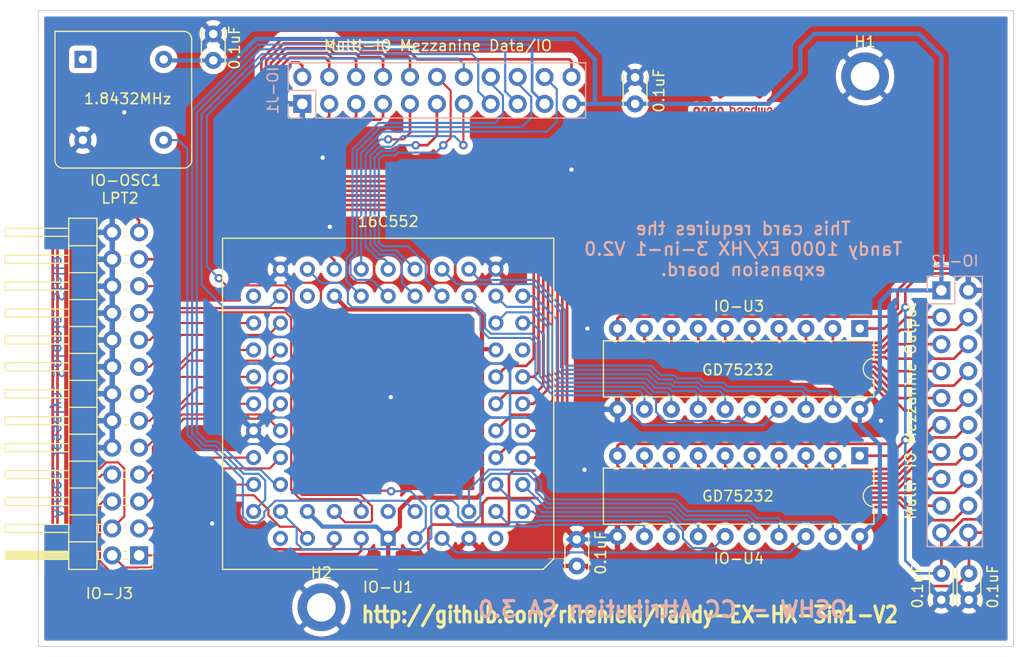
<source format=kicad_pcb>
(kicad_pcb (version 20171130) (host pcbnew "(5.1.9)-1")
  (layers (0 F.Cu signal) (31 B.Cu signal) (36 B.SilkS user) (37 F.SilkS user) (38 B.Mask user) (39 F.Mask user) (44 Edge.Cuts user))
  (net 0 "")
  (net 1 GND)
  (net 2 +5V)
  (net 3 -12V)
  (net 4 /RI1)
  (net 5 /DTR1)
  (net 6 /CTS1)
  (net 7 /TX1)
  (net 8 /RTS1)
  (net 9 /RX1)
  (net 10 /DSR1)
  (net 11 /DCD1)
  (net 12 +12V)
  (net 13 "Net-(IO-J3-Pad25)")
  (net 14 "Net-(IO-J3-Pad23)")
  (net 15 "Net-(IO-J3-Pad21)")
  (net 16 "Net-(IO-J3-Pad19)")
  (net 17 "Net-(IO-J3-Pad17)")
  (net 18 "Net-(IO-J3-Pad15)")
  (net 19 "Net-(IO-J3-Pad13)")
  (net 20 "Net-(IO-J3-Pad11)")
  (net 21 "Net-(IO-J3-Pad9)")
  (net 22 "Net-(IO-J3-Pad8)")
  (net 23 "Net-(IO-J3-Pad7)")
  (net 24 "Net-(IO-J3-Pad6)")
  (net 25 "Net-(IO-J3-Pad5)")
  (net 26 "Net-(IO-J3-Pad4)")
  (net 27 "Net-(IO-J3-Pad3)")
  (net 28 "Net-(IO-J3-Pad2)")
  (net 29 "Net-(IO-J3-Pad1)")
  (net 30 IRQ3)
  (net 31 "Net-(IO-U1-Pad61)")
  (net 32 IRQ4)
  (net 33 ~RESET)
  (net 34 ~IOR)
  (net 35 A0)
  (net 36 A2)
  (net 37 "Net-(IO-U1-Pad42)")
  (net 38 ~LPT2_CS-0x278)
  (net 39 ~IOW)
  (net 40 A1)
  (net 41 ~COM1_CS-0x3F8)
  (net 42 "Net-(IO-U1-Pad22)")
  (net 43 "Net-(IO-U1-Pad12)")
  (net 44 "Net-(IO-U1-Pad10)")
  (net 45 "Net-(IO-U1-Pad13)")
  (net 46 "Net-(IO-U1-Pad11)")
  (net 47 "Net-(IO-U1-Pad9)")
  (net 48 "Net-(IO-U1-Pad5)")
  (net 49 ~COM2_CS-0x2F8)
  (net 50 "Net-(IO-U1-Pad62)")
  (net 51 "Net-(IO-U1-Pad8)")
  (net 52 "Net-(IO-U1-Pad6)")
  (net 53 D7)
  (net 54 D6)
  (net 55 D5)
  (net 56 D4)
  (net 57 D3)
  (net 58 D2)
  (net 59 D1)
  (net 60 D0)
  (net 61 /RI2)
  (net 62 /DTR2)
  (net 63 /CTS2)
  (net 64 /TX2)
  (net 65 /RTS2)
  (net 66 /RX2)
  (net 67 /DSR2)
  (net 68 /DCD2)
  (net 69 "Net-(IO-OSC1-Pad5)")
  (net 70 "Net-(IO-OSC1-Pad1)")
  (net 71 "Net-(IO-U1-Pad41)")
  (net 72 "Net-(IO-U1-Pad31)")
  (net 73 "Net-(IO-U1-Pad29)")
  (net 74 "Net-(IO-U1-Pad30)")
  (net 75 "Net-(IO-U1-Pad28)")
  (net 76 "Net-(IO-U1-Pad26)")
  (net 77 "Net-(IO-U1-Pad24)")
  (net 78 "Net-(IO-U1-Pad25)")
  (net 79 "Net-(IO-U1-Pad44)")
  (net 80 IRQ2)
  (module Symbol:OSHW-Logo2_9.8x8mm_Copper (layer F.Cu) (at 142.2 76.5)
    (fp_text reference REF** hide)
    (fp_text value OSHW-Logo2_9.8x8mm_Copper hide)
    (fp_poly (pts (xy 0.139878 -3.712224) (xy 0.245612 -3.711645) (xy 0.322132 -3.710078) (xy 0.374372 -3.707028) (xy 0.407263 -3.702004) (xy 0.425737 -3.694511) (xy 0.434727 -3.684056) (xy 0.439163 -3.670147) (xy 0.439594 -3.668346) (xy 0.446333 -3.635855) (xy 0.458808 -3.571748) (xy 0.475719 -3.482849) (xy 0.495771 -3.375981) (xy 0.517664 -3.257967) (xy 0.518429 -3.253822) (xy 0.540359 -3.138169) (xy 0.560877 -3.035986) (xy 0.578659 -2.953402) (xy 0.592381 -2.896544) (xy 0.600718 -2.871542) (xy 0.601116 -2.871099) (xy 0.625677 -2.85889) (xy 0.676315 -2.838544) (xy 0.742095 -2.814455) (xy 0.742461 -2.814326) (xy 0.825317 -2.783182) (xy 0.923 -2.743509) (xy 1.015077 -2.703619) (xy 1.019434 -2.701647) (xy 1.169407 -2.63358) (xy 1.501498 -2.860361) (xy 1.603374 -2.929496) (xy 1.695657 -2.991303) (xy 1.773003 -3.042267) (xy 1.830064 -3.078873) (xy 1.861495 -3.097606) (xy 1.864479 -3.098996) (xy 1.887321 -3.09281) (xy 1.929982 -3.062965) (xy 1.994128 -3.008053) (xy 2.081421 -2.926666) (xy 2.170535 -2.840078) (xy 2.256441 -2.754753) (xy 2.333327 -2.676892) (xy 2.396564 -2.611303) (xy 2.441523 -2.562795) (xy 2.463576 -2.536175) (xy 2.464396 -2.534805) (xy 2.466834 -2.516537) (xy 2.45765 -2.486705) (xy 2.434574 -2.441279) (xy 2.395337 -2.37623) (xy 2.33767 -2.28753) (xy 2.260795 -2.173343) (xy 2.19257 -2.072838) (xy 2.131582 -1.982697) (xy 2.081356 -1.908151) (xy 2.045416 -1.854435) (xy 2.027287 -1.826782) (xy 2.026146 -1.824905) (xy 2.028359 -1.79841) (xy 2.045138 -1.746914) (xy 2.073142 -1.680149) (xy 2.083122 -1.658828) (xy 2.126672 -1.563841) (xy 2.173134 -1.456063) (xy 2.210877 -1.362808) (xy 2.238073 -1.293594) (xy 2.259675 -1.240994) (xy 2.272158 -1.213503) (xy 2.273709 -1.211384) (xy 2.296668 -1.207876) (xy 2.350786 -1.198262) (xy 2.428868 -1.183911) (xy 2.523719 -1.166193) (xy 2.628143 -1.146475) (xy 2.734944 -1.126126) (xy 2.836926 -1.106514) (xy 2.926894 -1.089009) (xy 2.997653 -1.074978) (xy 3.042006 -1.065791) (xy 3.052885 -1.063193) (xy 3.064122 -1.056782) (xy 3.072605 -1.042303) (xy 3.078714 -1.014867) (xy 3.082832 -0.969589) (xy 3.085341 -0.90158) (xy 3.086621 -0.805953) (xy 3.087054 -0.67782) (xy 3.087077 -0.625299) (xy 3.087077 -0.198155) (xy 2.9845 -0.177909) (xy 2.927431 -0.16693) (xy 2.842269 -0.150905) (xy 2.739372 -0.131767) (xy 2.629096 -0.111449) (xy 2.598615 -0.105868) (xy 2.496855 -0.086083) (xy 2.408205 -0.066627) (xy 2.340108 -0.049303) (xy 2.300004 -0.035912) (xy 2.293323 -0.031921) (xy 2.276919 -0.003658) (xy 2.253399 0.051109) (xy 2.227316 0.121588) (xy 2.222142 0.136769) (xy 2.187956 0.230896) (xy 2.145523 0.337101) (xy 2.103997 0.432473) (xy 2.103792 0.432916) (xy 2.03464 0.582525) (xy 2.489512 1.251617) (xy 2.1975 1.544116) (xy 2.10918 1.63117) (xy 2.028625 1.707909) (xy 1.96036 1.770237) (xy 1.908908 1.814056) (xy 1.878794 1.83527) (xy 1.874474 1.836616) (xy 1.849111 1.826016) (xy 1.797358 1.796547) (xy 1.724868 1.751705) (xy 1.637294 1.694984) (xy 1.542612 1.631462) (xy 1.446516 1.566668) (xy 1.360837 1.510287) (xy 1.291016 1.465788) (xy 1.242494 1.436639) (xy 1.220782 1.426308) (xy 1.194293 1.43505) (xy 1.144062 1.458087) (xy 1.080451 1.490631) (xy 1.073708 1.494249) (xy 0.988046 1.53721) (xy 0.929306 1.558279) (xy 0.892772 1.558503) (xy 0.873731 1.538928) (xy 0.87362 1.538654) (xy 0.864102 1.515472) (xy 0.841403 1.460441) (xy 0.807282 1.377822) (xy 0.7635 1.271872) (xy 0.711816 1.146852) (xy 0.653992 1.00702) (xy 0.597991 0.871637) (xy 0.536447 0.722234) (xy 0.479939 0.583832) (xy 0.430161 0.460673) (xy 0.388806 0.357002) (xy 0.357568 0.277059) (xy 0.338141 0.225088) (xy 0.332154 0.205692) (xy 0.347168 0.183443) (xy 0.386439 0.147982) (xy 0.438807 0.108887) (xy 0.587941 -0.014755) (xy 0.704511 -0.156478) (xy 0.787118 -0.313296) (xy 0.834366 -0.482225) (xy 0.844857 -0.660278) (xy 0.837231 -0.742461) (xy 0.795682 -0.912969) (xy 0.724123 -1.063541) (xy 0.626995 -1.192691) (xy 0.508734 -1.298936) (xy 0.37378 -1.38079) (xy 0.226571 -1.436768) (xy 0.071544 -1.465385) (xy -0.086861 -1.465156) (xy -0.244206 -1.434595) (xy -0.396054 -1.372218) (xy -0.537965 -1.27654) (xy -0.597197 -1.222428) (xy -0.710797 -1.08348) (xy -0.789894 -0.931639) (xy -0.835014 -0.771333) (xy -0.846684 -0.606988) (xy -0.825431 -0.443029) (xy -0.77178 -0.283882) (xy -0.68626 -0.133975) (xy -0.569395 0.002267) (xy -0.438807 0.108887) (xy -0.384412 0.149642) (xy -0.345986 0.184718) (xy -0.332154 0.205726) (xy -0.339397 0.228635) (xy -0.359995 0.283365) (xy -0.392254 0.365672) (xy -0.434479 0.471315) (xy -0.484977 0.59605) (xy -0.542052 0.735636) (xy -0.598146 0.87167) (xy -0.660033 1.021201) (xy -0.717356 1.159767) (xy -0.768356 1.283107) (xy -0.811273 1.386964) (xy -0.844347 1.46708) (xy -0.865819 1.519195) (xy -0.873775 1.538654) (xy -0.892571 1.558423) (xy -0.928926 1.558365) (xy -0.987521 1.537441) (xy -1.073032 1.494613) (xy -1.073708 1.494249) (xy -1.138093 1.461012) (xy -1.190139 1.436802) (xy -1.219488 1.426404) (xy -1.220783 1.426308) (xy -1.242876 1.436855) (xy -1.291652 1.466184) (xy -1.361669 1.510827) (xy -1.447486 1.567314) (xy -1.542612 1.631462) (xy -1.63946 1.696411) (xy -1.726747 1.752896) (xy -1.798819 1.797421) (xy -1.850023 1.82649) (xy -1.874474 1.836616) (xy -1.89699 1.823307) (xy -1.942258 1.786112) (xy -2.005756 1.729128) (xy -2.082961 1.656449) (xy -2.169349 1.572171) (xy -2.197601 1.544016) (xy -2.489713 1.251416) (xy -2.267369 0.925104) (xy -2.199798 0.824897) (xy -2.140493 0.734963) (xy -2.092783 0.66051) (xy -2.059993 0.606751) (xy -2.045452 0.578894) (xy -2.045026 0.576912) (xy -2.052692 0.550655) (xy -2.073311 0.497837) (xy -2.103315 0.42731) (xy -2.124375 0.380093) (xy -2.163752 0.289694) (xy -2.200835 0.198366) (xy -2.229585 0.1212) (xy -2.237395 0.097692) (xy -2.259583 0.034916) (xy -2.281273 -0.013589) (xy -2.293187 -0.031921) (xy -2.319477 -0.043141) (xy -2.376858 -0.059046) (xy -2.457882 -0.077833) (xy -2.555105 -0.097701) (xy -2.598615 -0.105868) (xy -2.709104 -0.126171) (xy -2.815084 -0.14583) (xy -2.906199 -0.162912) (xy -2.972092 -0.175482) (xy -2.9845 -0.177909) (xy -3.087077 -0.198155) (xy -3.087077 -0.625299) (xy -3.086847 -0.765754) (xy -3.085901 -0.872021) (xy -3.083859 -0.948987) (xy -3.080338 -1.00154) (xy -3.074957 -1.034567) (xy -3.067334 -1.052955) (xy -3.057088 -1.061592) (xy -3.052885 -1.063193) (xy -3.02753 -1.068873) (xy -2.971516 -1.080205) (xy -2.892036 -1.095821) (xy -2.796288 -1.114353) (xy -2.691467 -1.134431) (xy -2.584768 -1.154688) (xy -2.483387 -1.173754) (xy -2.394521 -1.190261) (xy -2.325363 -1.202841) (xy -2.283111 -1.210125) (xy -2.27371 -1.211384) (xy -2.265193 -1.228237) (xy -2.24634 -1.27313) (xy -2.220676 -1.33757) (xy -2.210877 -1.362808) (xy -2.171352 -1.460314) (xy -2.124808 -1.568041) (xy -2.083123 -1.658828) (xy -2.05245 -1.728247) (xy -2.032044 -1.78529) (xy -2.025232 -1.820223) (xy -2.026318 -1.824905) (xy -2.040715 -1.847009) (xy -2.073588 -1.896169) (xy -2.12141 -1.967152) (xy -2.180652 -2.054722) (xy -2.247785 -2.153643) (xy -2.261059 -2.17317) (xy -2.338954 -2.28886) (xy -2.396213 -2.376956) (xy -2.435119 -2.441514) (xy -2.457956 -2.486589) (xy -2.467006 -2.516237) (xy -2.464552 -2.534515) (xy -2.464489 -2.534631) (xy -2.445173 -2.558639) (xy -2.402449 -2.605053) (xy -2.340949 -2.669063) (xy -2.265302 -2.745855) (xy -2.180139 -2.830618) (xy -2.170535 -2.840078) (xy -2.06321 -2.944011) (xy -1.980385 -3.020325) (xy -1.920395 -3.070429) (xy -1.881577 -3.09573) (xy -1.86448 -3.098996) (xy -1.839527 -3.08475) (xy -1.787745 -3.051844) (xy -1.71448 -3.003792) (xy -1.62508 -2.94411) (xy -1.524889 -2.876312) (xy -1.501499 -2.860361) (xy -1.169407 -2.63358) (xy -1.019435 -2.701647) (xy -0.92823 -2.741315) (xy -0.830331 -2.781209) (xy -0.746169 -2.813017) (xy -0.742462 -2.814326) (xy -0.676631 -2.838424) (xy -0.625884 -2.8588) (xy -0.601158 -2.871064) (xy -0.601116 -2.871099) (xy -0.593271 -2.893266) (xy -0.579934 -2.947783) (xy -0.56243 -3.02852) (xy -0.542083 -3.12935) (xy -0.520218 -3.244144) (xy -0.518429 -3.253822) (xy -0.496496 -3.372096) (xy -0.47636 -3.479458) (xy -0.45932 -3.569083) (xy -0.446672 -3.634149) (xy -0.439716 -3.667832) (xy -0.439594 -3.668346) (xy -0.435361 -3.682675) (xy -0.427129 -3.693493) (xy -0.409967 -3.701294) (xy -0.378942 -3.706571) (xy -0.329122 -3.709818) (xy -0.255576 -3.711528) (xy -0.153371 -3.712193) (xy -0.017575 -3.712307) (xy 0 -3.712308) (xy 0.139878 -3.712224)) (layer F.Cu) (width 0.01))
    (fp_poly (pts (xy 4.245224 2.647838) (xy 4.322528 2.698361) (xy 4.359814 2.74359) (xy 4.389353 2.825663) (xy 4.391699 2.890607) (xy 4.386385 2.977445) (xy 4.186115 3.065103) (xy 4.088739 3.109887) (xy 4.025113 3.145913) (xy 3.992029 3.177117) (xy 3.98628 3.207436) (xy 4.004658 3.240805) (xy 4.024923 3.262923) (xy 4.083889 3.298393) (xy 4.148024 3.300879) (xy 4.206926 3.273235) (xy 4.250197 3.21832) (xy 4.257936 3.198928) (xy 4.295006 3.138364) (xy 4.337654 3.112552) (xy 4.396154 3.090471) (xy 4.396154 3.174184) (xy 4.390982 3.23115) (xy 4.370723 3.279189) (xy 4.328262 3.334346) (xy 4.321951 3.341514) (xy 4.27472 3.390585) (xy 4.234121 3.41692) (xy 4.183328 3.429035) (xy 4.14122 3.433003) (xy 4.065902 3.433991) (xy 4.012286 3.421466) (xy 3.978838 3.402869) (xy 3.926268 3.361975) (xy 3.889879 3.317748) (xy 3.86685 3.262126) (xy 3.854359 3.187047) (xy 3.849587 3.084449) (xy 3.849206 3.032376) (xy 3.850501 2.969948) (xy 3.968471 2.969948) (xy 3.969839 3.003438) (xy 3.973249 3.008923) (xy 3.995753 3.001472) (xy 4.044182 2.981753) (xy 4.108908 2.953718) (xy 4.122443 2.947692) (xy 4.204244 2.906096) (xy 4.249312 2.869538) (xy 4.259217 2.835296) (xy 4.235526 2.800648) (xy 4.21596 2.785339) (xy 4.14536 2.754721) (xy 4.07928 2.75978) (xy 4.023959 2.797151) (xy 3.985636 2.863473) (xy 3.973349 2.916116) (xy 3.968471 2.969948) (xy 3.850501 2.969948) (xy 3.85173 2.91072) (xy 3.861032 2.82071) (xy 3.87946 2.755167) (xy 3.90936 2.706912) (xy 3.95308 2.668767) (xy 3.972141 2.65644) (xy 4.058726 2.624336) (xy 4.153522 2.622316) (xy 4.245224 2.647838)) (layer F.Cu) (width 0.01))
    (fp_poly (pts (xy 3.570807 2.636782) (xy 3.594161 2.646988) (xy 3.649902 2.691134) (xy 3.697569 2.754967) (xy 3.727048 2.823087) (xy 3.731846 2.85667) (xy 3.71576 2.903556) (xy 3.680475 2.928365) (xy 3.642644 2.943387) (xy 3.625321 2.946155) (xy 3.616886 2.926066) (xy 3.60023 2.882351) (xy 3.592923 2.862598) (xy 3.551948 2.794271) (xy 3.492622 2.760191) (xy 3.416552 2.761239) (xy 3.410918 2.762581) (xy 3.370305 2.781836) (xy 3.340448 2.819375) (xy 3.320055 2.879809) (xy 3.307836 2.967751) (xy 3.3025 3.087813) (xy 3.302 3.151698) (xy 3.301752 3.252403) (xy 3.300126 3.321054) (xy 3.295801 3.364673) (xy 3.287454 3.390282) (xy 3.273765 3.404903) (xy 3.253411 3.415558) (xy 3.252234 3.416095) (xy 3.213038 3.432667) (xy 3.193619 3.438769) (xy 3.190635 3.420319) (xy 3.188081 3.369323) (xy 3.18614 3.292308) (xy 3.184997 3.195805) (xy 3.184769 3.125184) (xy 3.185932 2.988525) (xy 3.190479 2.884851) (xy 3.199999 2.808108) (xy 3.216081 2.752246) (xy 3.240313 2.711212) (xy 3.274286 2.678954) (xy 3.307833 2.65644) (xy 3.388499 2.626476) (xy 3.482381 2.619718) (xy 3.570807 2.636782)) (layer F.Cu) (width 0.01))
    (fp_poly (pts (xy 2.887333 2.633528) (xy 2.94359 2.659117) (xy 2.987747 2.690124) (xy 3.020101 2.724795) (xy 3.042438 2.76952) (xy 3.056546 2.830692) (xy 3.064211 2.914701) (xy 3.06722 3.02794) (xy 3.067538 3.102509) (xy 3.067538 3.39342) (xy 3.017773 3.416095) (xy 2.978576 3.432667) (xy 2.959157 3.438769) (xy 2.955442 3.42061) (xy 2.952495 3.371648) (xy 2.950691 3.300153) (xy 2.950308 3.243385) (xy 2.948661 3.161371) (xy 2.944222 3.096309) (xy 2.93774 3.056467) (xy 2.93259 3.048) (xy 2.897977 3.056646) (xy 2.84364 3.078823) (xy 2.780722 3.108886) (xy 2.720368 3.141192) (xy 2.673721 3.170098) (xy 2.651926 3.189961) (xy 2.651839 3.190175) (xy 2.653714 3.226935) (xy 2.670525 3.262026) (xy 2.700039 3.290528) (xy 2.743116 3.300061) (xy 2.779932 3.29895) (xy 2.832074 3.298133) (xy 2.859444 3.310349) (xy 2.875882 3.342624) (xy 2.877955 3.34871) (xy 2.885081 3.394739) (xy 2.866024 3.422687) (xy 2.816353 3.436007) (xy 2.762697 3.43847) (xy 2.666142 3.42021) (xy 2.616159 3.394131) (xy 2.554429 3.332868) (xy 2.52169 3.25767) (xy 2.518753 3.178211) (xy 2.546424 3.104167) (xy 2.588047 3.057769) (xy 2.629604 3.031793) (xy 2.694922 2.998907) (xy 2.771038 2.965557) (xy 2.783726 2.960461) (xy 2.867333 2.923565) (xy 2.91553 2.891046) (xy 2.93103 2.858718) (xy 2.91655 2.822394) (xy 2.891692 2.794) (xy 2.832939 2.759039) (xy 2.768293 2.756417) (xy 2.709008 2.783358) (xy 2.666339 2.837088) (xy 2.660739 2.85095) (xy 2.628133 2.901936) (xy 2.58053 2.939787) (xy 2.520461 2.97085) (xy 2.520461 2.882768) (xy 2.523997 2.828951) (xy 2.539156 2.786534) (xy 2.572768 2.741279) (xy 2.605035 2.70642) (xy 2.655209 2.657062) (xy 2.694193 2.630547) (xy 2.736064 2.619911) (xy 2.78346 2.618154) (xy 2.887333 2.633528)) (layer F.Cu) (width 0.01))
    (fp_poly (pts (xy 2.395929 2.636662) (xy 2.398911 2.688068) (xy 2.401247 2.766192) (xy 2.402749 2.864857) (xy 2.403231 2.968343) (xy 2.403231 3.318533) (xy 2.341401 3.380363) (xy 2.298793 3.418462) (xy 2.26139 3.433895) (xy 2.21027 3.432918) (xy 2.189978 3.430433) (xy 2.126554 3.4232) (xy 2.074095 3.419055) (xy 2.061308 3.418672) (xy 2.018199 3.421176) (xy 1.956544 3.427462) (xy 1.932638 3.430433) (xy 1.873922 3.435028) (xy 1.834464 3.425046) (xy 1.795338 3.394228) (xy 1.781215 3.380363) (xy 1.719385 3.318533) (xy 1.719385 2.663503) (xy 1.76915 2.640829) (xy 1.812002 2.624034) (xy 1.837073 2.618154) (xy 1.843501 2.636736) (xy 1.849509 2.688655) (xy 1.854697 2.768172) (xy 1.858664 2.869546) (xy 1.860577 2.955192) (xy 1.865923 3.292231) (xy 1.91256 3.298825) (xy 1.954976 3.294214) (xy 1.97576 3.279287) (xy 1.98157 3.251377) (xy 1.98653 3.191925) (xy 1.990246 3.108466) (xy 1.992324 3.008532) (xy 1.992624 2.957104) (xy 1.992923 2.661054) (xy 2.054454 2.639604) (xy 2.098004 2.62502) (xy 2.121694 2.618219) (xy 2.122377 2.618154) (xy 2.124754 2.636642) (xy 2.127366 2.687906) (xy 2.129995 2.765649) (xy 2.132421 2.863574) (xy 2.134115 2.955192) (xy 2.139461 3.292231) (xy 2.256692 3.292231) (xy 2.262072 2.984746) (xy 2.267451 2.677261) (xy 2.324601 2.647707) (xy 2.366797 2.627413) (xy 2.39177 2.618204) (xy 2.392491 2.618154) (xy 2.395929 2.636662)) (layer F.Cu) (width 0.01))
    (fp_poly (pts (xy 1.602081 2.780289) (xy 1.601833 2.92632) (xy 1.600872 3.038655) (xy 1.598794 3.122678) (xy 1.595193 3.183769) (xy 1.589665 3.227309) (xy 1.581804 3.258679) (xy 1.571207 3.283262) (xy 1.563182 3.297294) (xy 1.496728 3.373388) (xy 1.41247 3.421084) (xy 1.319249 3.438199) (xy 1.2259 3.422546) (xy 1.170312 3.394418) (xy 1.111957 3.34576) (xy 1.072186 3.286333) (xy 1.04819 3.208507) (xy 1.037161 3.104652) (xy 1.035599 3.028462) (xy 1.035809 3.022986) (xy 1.172308 3.022986) (xy 1.173141 3.110355) (xy 1.176961 3.168192) (xy 1.185746 3.206029) (xy 1.201474 3.233398) (xy 1.220266 3.254042) (xy 1.283375 3.29389) (xy 1.351137 3.297295) (xy 1.415179 3.264025) (xy 1.420164 3.259517) (xy 1.441439 3.236067) (xy 1.454779 3.208166) (xy 1.462001 3.166641) (xy 1.464923 3.102316) (xy 1.465385 3.0312) (xy 1.464383 2.941858) (xy 1.460238 2.882258) (xy 1.451236 2.843089) (xy 1.435667 2.81504) (xy 1.422902 2.800144) (xy 1.3636 2.762575) (xy 1.295301 2.758057) (xy 1.23011 2.786753) (xy 1.217528 2.797406) (xy 1.196111 2.821063) (xy 1.182744 2.849251) (xy 1.175566 2.891245) (xy 1.172719 2.956319) (xy 1.172308 3.022986) (xy 1.035809 3.022986) (xy 1.040322 2.905765) (xy 1.056362 2.813577) (xy 1.086528 2.744269) (xy 1.133629 2.690211) (xy 1.170312 2.662505) (xy 1.23699 2.632572) (xy 1.314272 2.618678) (xy 1.38611 2.622397) (xy 1.426308 2.6374) (xy 1.442082 2.64167) (xy 1.45255 2.62575) (xy 1.459856 2.583089) (xy 1.465385 2.518106) (xy 1.471437 2.445732) (xy 1.479844 2.402187) (xy 1.495141 2.377287) (xy 1.521864 2.360845) (xy 1.538654 2.353564) (xy 1.602154 2.326963) (xy 1.602081 2.780289)) (layer F.Cu) (width 0.01))
    (fp_poly (pts (xy 0.713362 2.62467) (xy 0.802117 2.657421) (xy 0.874022 2.71535) (xy 0.902144 2.756128) (xy 0.932802 2.830954) (xy 0.932165 2.885058) (xy 0.899987 2.921446) (xy 0.888081 2.927633) (xy 0.836675 2.946925) (xy 0.810422 2.941982) (xy 0.80153 2.909587) (xy 0.801077 2.891692) (xy 0.784797 2.825859) (xy 0.742365 2.779807) (xy 0.683388 2.757564) (xy 0.617475 2.763161) (xy 0.563895 2.792229) (xy 0.545798 2.80881) (xy 0.532971 2.828925) (xy 0.524306 2.859332) (xy 0.518696 2.906788) (xy 0.515035 2.97805) (xy 0.512215 3.079875) (xy 0.511484 3.112115) (xy 0.50882 3.22241) (xy 0.505792 3.300036) (xy 0.50125 3.351396) (xy 0.494046 3.38289) (xy 0.483033 3.40092) (xy 0.46706 3.411888) (xy 0.456834 3.416733) (xy 0.413406 3.433301) (xy 0.387842 3.438769) (xy 0.379395 3.420507) (xy 0.374239 3.365296) (xy 0.372346 3.272499) (xy 0.373689 3.141478) (xy 0.374107 3.121269) (xy 0.377058 3.001733) (xy 0.380548 2.914449) (xy 0.385514 2.852591) (xy 0.392893 2.809336) (xy 0.403624 2.77786) (xy 0.418645 2.751339) (xy 0.426502 2.739975) (xy 0.471553 2.689692) (xy 0.52194 2.650581) (xy 0.528108 2.647167) (xy 0.618458 2.620212) (xy 0.713362 2.62467)) (layer F.Cu) (width 0.01))
    (fp_poly (pts (xy 0.053501 2.626303) (xy 0.13006 2.654733) (xy 0.130936 2.655279) (xy 0.178285 2.690127) (xy 0.213241 2.730852) (xy 0.237825 2.783925) (xy 0.254062 2.855814) (xy 0.263975 2.952992) (xy 0.269586 3.081928) (xy 0.270077 3.100298) (xy 0.277141 3.377287) (xy 0.217695 3.408028) (xy 0.174681 3.428802) (xy 0.14871 3.438646) (xy 0.147509 3.438769) (xy 0.143014 3.420606) (xy 0.139444 3.371612) (xy 0.137248 3.300031) (xy 0.136769 3.242068) (xy 0.136758 3.14817) (xy 0.132466 3.089203) (xy 0.117503 3.061079) (xy 0.085482 3.059706) (xy 0.030014 3.080998) (xy -0.053731 3.120136) (xy -0.115311 3.152643) (xy -0.146983 3.180845) (xy -0.156294 3.211582) (xy -0.156308 3.213104) (xy -0.140943 3.266054) (xy -0.095453 3.29466) (xy -0.025834 3.298803) (xy 0.024313 3.298084) (xy 0.050754 3.312527) (xy 0.067243 3.347218) (xy 0.076733 3.391416) (xy 0.063057 3.416493) (xy 0.057907 3.420082) (xy 0.009425 3.434496) (xy -0.058469 3.436537) (xy -0.128388 3.426983) (xy -0.177932 3.409522) (xy -0.24643 3.351364) (xy -0.285366 3.270408) (xy -0.293077 3.20716) (xy -0.287193 3.150111) (xy -0.265899 3.103542) (xy -0.223735 3.062181) (xy -0.155241 3.020755) (xy -0.054956 2.973993) (xy -0.048846 2.97135) (xy 0.04149 2.929617) (xy 0.097235 2.895391) (xy 0.121129 2.864635) (xy 0.115913 2.833311) (xy 0.084328 2.797383) (xy 0.074883 2.789116) (xy 0.011617 2.757058) (xy -0.053936 2.758407) (xy -0.111028 2.789838) (xy -0.148907 2.848024) (xy -0.152426 2.859446) (xy -0.1867 2.914837) (xy -0.230191 2.941518) (xy -0.293077 2.96796) (xy -0.293077 2.899548) (xy -0.273948 2.80011) (xy -0.217169 2.708902) (xy -0.187622 2.678389) (xy -0.120458 2.639228) (xy -0.035044 2.6215) (xy 0.053501 2.626303)) (layer F.Cu) (width 0.01))
    (fp_poly (pts (xy -0.840154 2.49212) (xy -0.834428 2.57198) (xy -0.827851 2.619039) (xy -0.818738 2.639566) (xy -0.805402 2.639829) (xy -0.801077 2.637378) (xy -0.743556 2.619636) (xy -0.668732 2.620672) (xy -0.592661 2.63891) (xy -0.545082 2.662505) (xy -0.496298 2.700198) (xy -0.460636 2.742855) (xy -0.436155 2.797057) (xy -0.420913 2.869384) (xy -0.41297 2.966419) (xy -0.410384 3.094742) (xy -0.410338 3.119358) (xy -0.410308 3.39587) (xy -0.471839 3.41732) (xy -0.515541 3.431912) (xy -0.539518 3.438706) (xy -0.540223 3.438769) (xy -0.542585 3.420345) (xy -0.544594 3.369526) (xy -0.546099 3.292993) (xy -0.546947 3.19743) (xy -0.547077 3.139329) (xy -0.547349 3.024771) (xy -0.548748 2.942667) (xy -0.552151 2.886393) (xy -0.558433 2.849326) (xy -0.568471 2.824844) (xy -0.583139 2.806325) (xy -0.592298 2.797406) (xy -0.655211 2.761466) (xy -0.723864 2.758775) (xy -0.786152 2.78917) (xy -0.797671 2.800144) (xy -0.814567 2.820779) (xy -0.826286 2.845256) (xy -0.833767 2.880647) (xy -0.837946 2.934026) (xy -0.839763 3.012466) (xy -0.840154 3.120617) (xy -0.840154 3.39587) (xy -0.901685 3.41732) (xy -0.945387 3.431912) (xy -0.969364 3.438706) (xy -0.97007 3.438769) (xy -0.971874 3.420069) (xy -0.9735 3.367322) (xy -0.974883 3.285557) (xy -0.975958 3.179805) (xy -0.97666 3.055094) (xy -0.976923 2.916455) (xy -0.976923 2.381806) (xy -0.849923 2.328236) (xy -0.840154 2.49212)) (layer F.Cu) (width 0.01))
    (fp_poly (pts (xy -2.465746 2.599745) (xy -2.388714 2.651567) (xy -2.329184 2.726412) (xy -2.293622 2.821654) (xy -2.286429 2.891756) (xy -2.287246 2.921009) (xy -2.294086 2.943407) (xy -2.312888 2.963474) (xy -2.349592 2.985733) (xy -2.410138 3.014709) (xy -2.500466 3.054927) (xy -2.500923 3.055129) (xy -2.584067 3.09321) (xy -2.652247 3.127025) (xy -2.698495 3.152933) (xy -2.715842 3.167295) (xy -2.715846 3.167411) (xy -2.700557 3.198685) (xy -2.664804 3.233157) (xy -2.623758 3.25799) (xy -2.602963 3.262923) (xy -2.54623 3.245862) (xy -2.497373 3.203133) (xy -2.473535 3.156155) (xy -2.450603 3.121522) (xy -2.405682 3.082081) (xy -2.352877 3.048009) (xy -2.30629 3.02948) (xy -2.296548 3.028462) (xy -2.285582 3.045215) (xy -2.284921 3.088039) (xy -2.29298 3.145781) (xy -2.308173 3.207289) (xy -2.328914 3.261409) (xy -2.329962 3.26351) (xy -2.392379 3.35066) (xy -2.473274 3.409939) (xy -2.565144 3.439034) (xy -2.660487 3.435634) (xy -2.751802 3.397428) (xy -2.755862 3.394741) (xy -2.827694 3.329642) (xy -2.874927 3.244705) (xy -2.901066 3.133021) (xy -2.904574 3.101643) (xy -2.910787 2.953536) (xy -2.903339 2.884468) (xy -2.715846 2.884468) (xy -2.71341 2.927552) (xy -2.700086 2.940126) (xy -2.666868 2.930719) (xy -2.614506 2.908483) (xy -2.555976 2.88061) (xy -2.554521 2.879872) (xy -2.504911 2.853777) (xy -2.485 2.836363) (xy -2.48991 2.818107) (xy -2.510584 2.79412) (xy -2.563181 2.759406) (xy -2.619823 2.756856) (xy -2.670631 2.782119) (xy -2.705724 2.830847) (xy -2.715846 2.884468) (xy -2.903339 2.884468) (xy -2.898008 2.835036) (xy -2.865222 2.741055) (xy -2.819579 2.675215) (xy -2.737198 2.608681) (xy -2.646454 2.575676) (xy -2.553815 2.573573) (xy -2.465746 2.599745)) (layer F.Cu) (width 0.01))
    (fp_poly (pts (xy -3.983114 2.587256) (xy -3.891536 2.635409) (xy -3.823951 2.712905) (xy -3.799943 2.762727) (xy -3.781262 2.837533) (xy -3.771699 2.932052) (xy -3.770792 3.03521) (xy -3.778079 3.135935) (xy -3.793097 3.223153) (xy -3.815385 3.285791) (xy -3.822235 3.296579) (xy -3.903368 3.377105) (xy -3.999734 3.425336) (xy -4.104299 3.43945) (xy -4.210032 3.417629) (xy -4.239457 3.404547) (xy -4.296759 3.364231) (xy -4.34705 3.310775) (xy -4.351803 3.303995) (xy -4.371122 3.271321) (xy -4.383892 3.236394) (xy -4.391436 3.190414) (xy -4.395076 3.124584) (xy -4.396135 3.030105) (xy -4.396154 3.008923) (xy -4.396106 3.002182) (xy -4.200769 3.002182) (xy -4.199632 3.091349) (xy -4.195159 3.15052) (xy -4.185754 3.188741) (xy -4.169824 3.215053) (xy -4.161692 3.223846) (xy -4.114942 3.257261) (xy -4.069553 3.255737) (xy -4.02366 3.226752) (xy -3.996288 3.195809) (xy -3.980077 3.150643) (xy -3.970974 3.07942) (xy -3.970349 3.071114) (xy -3.968796 2.942037) (xy -3.985035 2.846172) (xy -4.018848 2.784107) (xy -4.070016 2.756432) (xy -4.08828 2.754923) (xy -4.13624 2.762513) (xy -4.169047 2.788808) (xy -4.189105 2.839095) (xy -4.198822 2.918664) (xy -4.200769 3.002182) (xy -4.396106 3.002182) (xy -4.395426 2.908249) (xy -4.392371 2.837906) (xy -4.385678 2.789163) (xy -4.37404 2.753288) (xy -4.356147 2.721548) (xy -4.352192 2.715648) (xy -4.285733 2.636104) (xy -4.213315 2.589929) (xy -4.125151 2.571599) (xy -4.095213 2.570703) (xy -3.983114 2.587256)) (layer F.Cu) (width 0.01))
    (fp_poly (pts (xy -1.728336 2.595089) (xy -1.665633 2.631358) (xy -1.622039 2.667358) (xy -1.590155 2.705075) (xy -1.56819 2.751199) (xy -1.554351 2.812421) (xy -1.546847 2.895431) (xy -1.543883 3.006919) (xy -1.543539 3.087062) (xy -1.543539 3.382065) (xy -1.709615 3.456515) (xy -1.719385 3.133402) (xy -1.723421 3.012729) (xy -1.727656 2.925141) (xy -1.732903 2.86465) (xy -1.739975 2.825268) (xy -1.749689 2.801007) (xy -1.762856 2.78588) (xy -1.767081 2.782606) (xy -1.831091 2.757034) (xy -1.895792 2.767153) (xy -1.934308 2.794) (xy -1.949975 2.813024) (xy -1.96082 2.837988) (xy -1.967712 2.875834) (xy -1.971521 2.933502) (xy -1.973117 3.017935) (xy -1.973385 3.105928) (xy -1.973437 3.216323) (xy -1.975328 3.294463) (xy -1.981655 3.347165) (xy -1.995017 3.381242) (xy -2.018015 3.403511) (xy -2.053246 3.420787) (xy -2.100303 3.438738) (xy -2.151697 3.458278) (xy -2.145579 3.111485) (xy -2.143116 2.986468) (xy -2.140233 2.894082) (xy -2.136102 2.827881) (xy -2.129893 2.78142) (xy -2.120774 2.748256) (xy -2.107917 2.721944) (xy -2.092416 2.698729) (xy -2.017629 2.624569) (xy -1.926372 2.581684) (xy -1.827117 2.571412) (xy -1.728336 2.595089)) (layer F.Cu) (width 0.01))
    (fp_poly (pts (xy -3.231114 2.584505) (xy -3.156461 2.621727) (xy -3.090569 2.690261) (xy -3.072423 2.715648) (xy -3.052655 2.748866) (xy -3.039828 2.784945) (xy -3.03249 2.833098) (xy -3.029187 2.902536) (xy -3.028462 2.994206) (xy -3.031737 3.11983) (xy -3.043123 3.214154) (xy -3.064959 3.284523) (xy -3.099581 3.338286) (xy -3.14933 3.382788) (xy -3.152986 3.385423) (xy -3.202015 3.412377) (xy -3.261055 3.425712) (xy -3.336141 3.429) (xy -3.458205 3.429) (xy -3.458256 3.547497) (xy -3.459392 3.613492) (xy -3.466314 3.652202) (xy -3.484402 3.675419) (xy -3.519038 3.694933) (xy -3.527355 3.69892) (xy -3.56628 3.717603) (xy -3.596417 3.729403) (xy -3.618826 3.730422) (xy -3.634567 3.716761) (xy -3.644698 3.684522) (xy -3.650277 3.629804) (xy -3.652365 3.548711) (xy -3.652019 3.437344) (xy -3.6503 3.291802) (xy -3.649763 3.248269) (xy -3.647828 3.098205) (xy -3.646096 3.000042) (xy -3.458308 3.000042) (xy -3.457252 3.083364) (xy -3.452562 3.13788) (xy -3.441949 3.173837) (xy -3.423128 3.201482) (xy -3.41035 3.214965) (xy -3.35811 3.254417) (xy -3.311858 3.257628) (xy -3.264133 3.225049) (xy -3.262923 3.223846) (xy -3.243506 3.198668) (xy -3.231693 3.164447) (xy -3.225735 3.111748) (xy -3.22388 3.031131) (xy -3.223846 3.013271) (xy -3.22833 2.902175) (xy -3.242926 2.825161) (xy -3.26935 2.778147) (xy -3.309317 2.75705) (xy -3.332416 2.754923) (xy -3.387238 2.7649) (xy -3.424842 2.797752) (xy -3.447477 2.857857) (xy -3.457394 2.949598) (xy -3.458308 3.000042) (xy -3.646096 3.000042) (xy -3.645778 2.98206) (xy -3.643127 2.894679) (xy -3.639394 2.830905) (xy -3.634093 2.785582) (xy -3.626742 2.753555) (xy -3.616857 2.729668) (xy -3.603954 2.708764) (xy -3.598421 2.700898) (xy -3.525031 2.626595) (xy -3.43224 2.584467) (xy -3.324904 2.572722) (xy -3.231114 2.584505)) (layer F.Cu) (width 0.01))
  )
  (module MountingHole:MountingHole_2.7mm_M2.5_ISO14580_Pad (layer F.Cu) (at 102.7 126.3)
    (fp_text reference H2 (at 0 -3.25) (layer F.SilkS))
    (fp_text value MountingHole_Pad)
    (pad 1 thru_hole circle (at 0 0) (size 4.5 4.5) (drill 2.7) (layers *.Cu *.Mask) (net 1 GND))
  )
  (module MountingHole:MountingHole_2.7mm_M2.5_ISO14580_Pad (layer F.Cu) (at 154 76.2)
    (fp_text reference H1 (at 0 -3.25) (layer F.SilkS))
    (fp_text value MountingHole_Pad)
    (pad 1 thru_hole circle (at 0 0) (size 4.5 4.5) (drill 2.7) (layers *.Cu *.Mask) (net 1 GND))
  )
  (module Package_LCC:PLCC-68_THT-Socket (layer F.Cu) (at 109 119.8 180)
    (fp_text reference IO-U1 (at 0 -4.6) (layer F.SilkS))
    (fp_text value 16C552 (at 0 29.9) (layer F.SilkS))
    (pad 60 thru_hole circle (at 12.7 2.54 180) (size 1.4224 1.4224) (drill 0.8) (layers *.Cu *.Mask) (net 30 IRQ3))
    (pad 58 thru_hole circle (at 12.7 5.08 180) (size 1.4224 1.4224) (drill 0.8) (layers *.Cu *.Mask) (net 22 "Net-(IO-J3-Pad8)"))
    (pad 56 thru_hole circle (at 12.7 7.62 180) (size 1.4224 1.4224) (drill 0.8) (layers *.Cu *.Mask) (net 28 "Net-(IO-J3-Pad2)"))
    (pad 54 thru_hole circle (at 12.7 10.16 180) (size 1.4224 1.4224) (drill 0.8) (layers *.Cu *.Mask) (net 1 GND))
    (pad 52 thru_hole circle (at 12.7 12.7 180) (size 1.4224 1.4224) (drill 0.8) (layers *.Cu *.Mask) (net 25 "Net-(IO-J3-Pad5)"))
    (pad 50 thru_hole circle (at 12.7 15.24 180) (size 1.4224 1.4224) (drill 0.8) (layers *.Cu *.Mask) (net 21 "Net-(IO-J3-Pad9)"))
    (pad 48 thru_hole circle (at 12.7 17.78 180) (size 1.4224 1.4224) (drill 0.8) (layers *.Cu *.Mask) (net 19 "Net-(IO-J3-Pad13)"))
    (pad 46 thru_hole circle (at 12.7 20.32 180) (size 1.4224 1.4224) (drill 0.8) (layers *.Cu *.Mask) (net 17 "Net-(IO-J3-Pad17)"))
    (pad 61 thru_hole circle (at 10.16 0 180) (size 1.4224 1.4224) (drill 0.8) (layers *.Cu *.Mask) (net 31 "Net-(IO-U1-Pad61)"))
    (pad 59 thru_hole circle (at 10.16 5.08 180) (size 1.4224 1.4224) (drill 0.8) (layers *.Cu *.Mask) (net 80 IRQ2))
    (pad 57 thru_hole circle (at 10.16 7.62 180) (size 1.4224 1.4224) (drill 0.8) (layers *.Cu *.Mask) (net 24 "Net-(IO-J3-Pad6)"))
    (pad 55 thru_hole circle (at 10.16 10.16 180) (size 1.4224 1.4224) (drill 0.8) (layers *.Cu *.Mask) (net 29 "Net-(IO-J3-Pad1)"))
    (pad 53 thru_hole circle (at 10.16 12.7 180) (size 1.4224 1.4224) (drill 0.8) (layers *.Cu *.Mask) (net 27 "Net-(IO-J3-Pad3)"))
    (pad 51 thru_hole circle (at 10.16 15.24 180) (size 1.4224 1.4224) (drill 0.8) (layers *.Cu *.Mask) (net 23 "Net-(IO-J3-Pad7)"))
    (pad 49 thru_hole circle (at 10.16 17.78 180) (size 1.4224 1.4224) (drill 0.8) (layers *.Cu *.Mask) (net 20 "Net-(IO-J3-Pad11)"))
    (pad 47 thru_hole circle (at 10.16 20.32 180) (size 1.4224 1.4224) (drill 0.8) (layers *.Cu *.Mask) (net 18 "Net-(IO-J3-Pad15)"))
    (pad 45 thru_hole circle (at 10.16 22.86 180) (size 1.4224 1.4224) (drill 0.8) (layers *.Cu *.Mask) (net 32 IRQ4))
    (pad 43 thru_hole circle (at 10.16 25.4 180) (size 1.4224 1.4224) (drill 0.8) (layers *.Cu *.Mask) (net 1 GND))
    (pad 41 thru_hole circle (at 7.62 25.4 180) (size 1.4224 1.4224) (drill 0.8) (layers *.Cu *.Mask) (net 71 "Net-(IO-U1-Pad41)"))
    (pad 39 thru_hole circle (at 5.08 25.4 180) (size 1.4224 1.4224) (drill 0.8) (layers *.Cu *.Mask) (net 33 ~RESET))
    (pad 37 thru_hole circle (at 2.54 25.4 180) (size 1.4224 1.4224) (drill 0.8) (layers *.Cu *.Mask) (net 34 ~IOR))
    (pad 35 thru_hole circle (at 0 25.4 180) (size 1.4224 1.4224) (drill 0.8) (layers *.Cu *.Mask) (net 35 A0))
    (pad 33 thru_hole circle (at -2.54 25.4 180) (size 1.4224 1.4224) (drill 0.8) (layers *.Cu *.Mask) (net 36 A2))
    (pad 31 thru_hole circle (at -5.08 25.4 180) (size 1.4224 1.4224) (drill 0.8) (layers *.Cu *.Mask) (net 72 "Net-(IO-U1-Pad31)"))
    (pad 29 thru_hole circle (at -7.62 25.4 180) (size 1.4224 1.4224) (drill 0.8) (layers *.Cu *.Mask) (net 73 "Net-(IO-U1-Pad29)"))
    (pad 27 thru_hole circle (at -10.16 25.4 180) (size 1.4224 1.4224) (drill 0.8) (layers *.Cu *.Mask) (net 1 GND))
    (pad 44 thru_hole circle (at 12.7 22.86 180) (size 1.4224 1.4224) (drill 0.8) (layers *.Cu *.Mask) (net 79 "Net-(IO-U1-Pad44)"))
    (pad 42 thru_hole circle (at 7.62 22.86 180) (size 1.4224 1.4224) (drill 0.8) (layers *.Cu *.Mask) (net 37 "Net-(IO-U1-Pad42)"))
    (pad 40 thru_hole circle (at 5.08 22.86 180) (size 1.4224 1.4224) (drill 0.8) (layers *.Cu *.Mask) (net 2 +5V))
    (pad 38 thru_hole circle (at 2.54 22.86 180) (size 1.4224 1.4224) (drill 0.8) (layers *.Cu *.Mask) (net 38 ~LPT2_CS-0x278))
    (pad 36 thru_hole circle (at 0 22.86 180) (size 1.4224 1.4224) (drill 0.8) (layers *.Cu *.Mask) (net 39 ~IOW))
    (pad 34 thru_hole circle (at -2.54 22.86 180) (size 1.4224 1.4224) (drill 0.8) (layers *.Cu *.Mask) (net 40 A1))
    (pad 32 thru_hole circle (at -5.08 22.86 180) (size 1.4224 1.4224) (drill 0.8) (layers *.Cu *.Mask) (net 41 ~COM1_CS-0x3F8))
    (pad 30 thru_hole circle (at -7.62 22.86 180) (size 1.4224 1.4224) (drill 0.8) (layers *.Cu *.Mask) (net 74 "Net-(IO-U1-Pad30)"))
    (pad 28 thru_hole circle (at -10.16 22.86 180) (size 1.4224 1.4224) (drill 0.8) (layers *.Cu *.Mask) (net 75 "Net-(IO-U1-Pad28)"))
    (pad 26 thru_hole circle (at -12.7 22.86 180) (size 1.4224 1.4224) (drill 0.8) (layers *.Cu *.Mask) (net 76 "Net-(IO-U1-Pad26)"))
    (pad 24 thru_hole circle (at -12.7 20.32 180) (size 1.4224 1.4224) (drill 0.8) (layers *.Cu *.Mask) (net 77 "Net-(IO-U1-Pad24)"))
    (pad 22 thru_hole circle (at -12.7 17.78 180) (size 1.4224 1.4224) (drill 0.8) (layers *.Cu *.Mask) (net 42 "Net-(IO-U1-Pad22)"))
    (pad 20 thru_hole circle (at -12.7 15.24 180) (size 1.4224 1.4224) (drill 0.8) (layers *.Cu *.Mask) (net 54 D6))
    (pad 18 thru_hole circle (at -12.7 12.7 180) (size 1.4224 1.4224) (drill 0.8) (layers *.Cu *.Mask) (net 56 D4))
    (pad 16 thru_hole circle (at -12.7 10.16 180) (size 1.4224 1.4224) (drill 0.8) (layers *.Cu *.Mask) (net 58 D2))
    (pad 14 thru_hole circle (at -12.7 7.62 180) (size 1.4224 1.4224) (drill 0.8) (layers *.Cu *.Mask) (net 60 D0))
    (pad 12 thru_hole circle (at -12.7 5.08 180) (size 1.4224 1.4224) (drill 0.8) (layers *.Cu *.Mask) (net 43 "Net-(IO-U1-Pad12)"))
    (pad 10 thru_hole circle (at -12.7 2.54 180) (size 1.4224 1.4224) (drill 0.8) (layers *.Cu *.Mask) (net 44 "Net-(IO-U1-Pad10)"))
    (pad 25 thru_hole circle (at -10.16 20.32 180) (size 1.4224 1.4224) (drill 0.8) (layers *.Cu *.Mask) (net 78 "Net-(IO-U1-Pad25)"))
    (pad 23 thru_hole circle (at -10.16 17.78 180) (size 1.4224 1.4224) (drill 0.8) (layers *.Cu *.Mask) (net 2 +5V))
    (pad 21 thru_hole circle (at -10.16 15.24 180) (size 1.4224 1.4224) (drill 0.8) (layers *.Cu *.Mask) (net 53 D7))
    (pad 19 thru_hole circle (at -10.16 12.7 180) (size 1.4224 1.4224) (drill 0.8) (layers *.Cu *.Mask) (net 55 D5))
    (pad 17 thru_hole circle (at -10.16 10.16 180) (size 1.4224 1.4224) (drill 0.8) (layers *.Cu *.Mask) (net 57 D3))
    (pad 15 thru_hole circle (at -10.16 7.62 180) (size 1.4224 1.4224) (drill 0.8) (layers *.Cu *.Mask) (net 59 D1))
    (pad 13 thru_hole circle (at -10.16 5.08 180) (size 1.4224 1.4224) (drill 0.8) (layers *.Cu *.Mask) (net 45 "Net-(IO-U1-Pad13)"))
    (pad 11 thru_hole circle (at -10.16 2.54 180) (size 1.4224 1.4224) (drill 0.8) (layers *.Cu *.Mask) (net 46 "Net-(IO-U1-Pad11)"))
    (pad 63 thru_hole circle (at 7.62 0 180) (size 1.4224 1.4224) (drill 0.8) (layers *.Cu *.Mask) (net 26 "Net-(IO-J3-Pad4)"))
    (pad 65 thru_hole circle (at 5.08 0 180) (size 1.4224 1.4224) (drill 0.8) (layers *.Cu *.Mask) (net 13 "Net-(IO-J3-Pad25)"))
    (pad 67 thru_hole circle (at 2.54 0 180) (size 1.4224 1.4224) (drill 0.8) (layers *.Cu *.Mask) (net 14 "Net-(IO-J3-Pad23)"))
    (pad 9 thru_hole circle (at -10.16 0 180) (size 1.4224 1.4224) (drill 0.8) (layers *.Cu *.Mask) (net 47 "Net-(IO-U1-Pad9)"))
    (pad 7 thru_hole circle (at -7.62 0 180) (size 1.4224 1.4224) (drill 0.8) (layers *.Cu *.Mask) (net 1 GND))
    (pad 5 thru_hole circle (at -5.08 0 180) (size 1.4224 1.4224) (drill 0.8) (layers *.Cu *.Mask) (net 48 "Net-(IO-U1-Pad5)"))
    (pad 3 thru_hole circle (at -2.54 0 180) (size 1.4224 1.4224) (drill 0.8) (layers *.Cu *.Mask) (net 49 ~COM2_CS-0x2F8))
    (pad 1 thru_hole rect (at 0 0 180) (size 1.4224 1.4224) (drill 0.8) (layers *.Cu *.Mask) (net 2 +5V))
    (pad 62 thru_hole circle (at 10.16 2.54 180) (size 1.4224 1.4224) (drill 0.8) (layers *.Cu *.Mask) (net 50 "Net-(IO-U1-Pad62)"))
    (pad 64 thru_hole circle (at 7.62 2.54 180) (size 1.4224 1.4224) (drill 0.8) (layers *.Cu *.Mask) (net 2 +5V))
    (pad 66 thru_hole circle (at 5.08 2.54 180) (size 1.4224 1.4224) (drill 0.8) (layers *.Cu *.Mask) (net 15 "Net-(IO-J3-Pad21)"))
    (pad 68 thru_hole circle (at 2.54 2.54 180) (size 1.4224 1.4224) (drill 0.8) (layers *.Cu *.Mask) (net 16 "Net-(IO-J3-Pad19)"))
    (pad 8 thru_hole circle (at -7.62 2.54 180) (size 1.4224 1.4224) (drill 0.8) (layers *.Cu *.Mask) (net 51 "Net-(IO-U1-Pad8)"))
    (pad 6 thru_hole circle (at -5.08 2.54 180) (size 1.4224 1.4224) (drill 0.8) (layers *.Cu *.Mask) (net 52 "Net-(IO-U1-Pad6)"))
    (pad 4 thru_hole circle (at -2.54 2.54 180) (size 1.4224 1.4224) (drill 0.8) (layers *.Cu *.Mask) (net 69 "Net-(IO-OSC1-Pad5)"))
    (pad 2 thru_hole circle (at 0 2.54 180) (size 1.4224 1.4224) (drill 0.8) (layers *.Cu *.Mask))
  )
  (module Capacitor_THT:C_Disc_D3.0mm_W2.0mm_P2.50mm (layer F.Cu) (at 132.3 78.8 90)
    (fp_text reference C3 hide)
    (fp_text value 0.1uF (at 1.25 2.25 90) (layer F.SilkS))
    (pad 2 thru_hole circle (at 2.5 0 90) (size 1.6 1.6) (drill 0.8) (layers *.Cu *.Mask) (net 1 GND))
    (pad 1 thru_hole circle (at 0 0 90) (size 1.6 1.6) (drill 0.8) (layers *.Cu *.Mask) (net 2 +5V))
  )
  (module Capacitor_THT:C_Disc_D3.0mm_W2.0mm_P2.50mm (layer F.Cu) (at 126.8 122.4 90)
    (fp_text reference C2 hide)
    (fp_text value 0.1uF (at 1.25 2.25 90) (layer F.SilkS))
    (pad 2 thru_hole circle (at 2.5 0 90) (size 1.6 1.6) (drill 0.8) (layers *.Cu *.Mask) (net 1 GND))
    (pad 1 thru_hole circle (at 0 0 90) (size 1.6 1.6) (drill 0.8) (layers *.Cu *.Mask) (net 2 +5V))
  )
  (module Capacitor_THT:C_Disc_D3.0mm_W2.0mm_P2.50mm (layer F.Cu) (at 92.5 74.7 90)
    (fp_text reference C1 hide)
    (fp_text value 0.1uF (at 1.2 2 90) (layer F.SilkS))
    (pad 2 thru_hole circle (at 2.5 0 90) (size 1.6 1.6) (drill 0.8) (layers *.Cu *.Mask) (net 1 GND))
    (pad 1 thru_hole circle (at 0 0 90) (size 1.6 1.6) (drill 0.8) (layers *.Cu *.Mask) (net 2 +5V))
  )
  (module Connector_PinHeader_2.54mm:PinHeader_2x13_P2.54mm_Horizontal (layer F.Cu) (at 85.5 121.4 180)
    (fp_text reference IO-J3 (at 2.8 -3.6) (layer F.SilkS))
    (fp_text value LPT2 (at 1.8 33.7) (layer F.SilkS))
    (pad 26 thru_hole oval (at 2.54 30.48 180) (size 1.7 1.7) (drill 1) (layers *.Cu *.Mask) (net 1 GND))
    (pad 25 thru_hole oval (at 0 30.48 180) (size 1.7 1.7) (drill 1) (layers *.Cu *.Mask) (net 13 "Net-(IO-J3-Pad25)"))
    (pad 24 thru_hole oval (at 2.54 27.94 180) (size 1.7 1.7) (drill 1) (layers *.Cu *.Mask) (net 1 GND))
    (pad 23 thru_hole oval (at 0 27.94 180) (size 1.7 1.7) (drill 1) (layers *.Cu *.Mask) (net 14 "Net-(IO-J3-Pad23)"))
    (pad 22 thru_hole oval (at 2.54 25.4 180) (size 1.7 1.7) (drill 1) (layers *.Cu *.Mask) (net 1 GND))
    (pad 21 thru_hole oval (at 0 25.4 180) (size 1.7 1.7) (drill 1) (layers *.Cu *.Mask) (net 15 "Net-(IO-J3-Pad21)"))
    (pad 20 thru_hole oval (at 2.54 22.86 180) (size 1.7 1.7) (drill 1) (layers *.Cu *.Mask) (net 1 GND))
    (pad 19 thru_hole oval (at 0 22.86 180) (size 1.7 1.7) (drill 1) (layers *.Cu *.Mask) (net 16 "Net-(IO-J3-Pad19)"))
    (pad 18 thru_hole oval (at 2.54 20.32 180) (size 1.7 1.7) (drill 1) (layers *.Cu *.Mask) (net 1 GND))
    (pad 17 thru_hole oval (at 0 20.32 180) (size 1.7 1.7) (drill 1) (layers *.Cu *.Mask) (net 17 "Net-(IO-J3-Pad17)"))
    (pad 16 thru_hole oval (at 2.54 17.78 180) (size 1.7 1.7) (drill 1) (layers *.Cu *.Mask) (net 1 GND))
    (pad 15 thru_hole oval (at 0 17.78 180) (size 1.7 1.7) (drill 1) (layers *.Cu *.Mask) (net 18 "Net-(IO-J3-Pad15)"))
    (pad 14 thru_hole oval (at 2.54 15.24 180) (size 1.7 1.7) (drill 1) (layers *.Cu *.Mask) (net 1 GND))
    (pad 13 thru_hole oval (at 0 15.24 180) (size 1.7 1.7) (drill 1) (layers *.Cu *.Mask) (net 19 "Net-(IO-J3-Pad13)"))
    (pad 12 thru_hole oval (at 2.54 12.7 180) (size 1.7 1.7) (drill 1) (layers *.Cu *.Mask) (net 1 GND))
    (pad 11 thru_hole oval (at 0 12.7 180) (size 1.7 1.7) (drill 1) (layers *.Cu *.Mask) (net 20 "Net-(IO-J3-Pad11)"))
    (pad 10 thru_hole oval (at 2.54 10.16 180) (size 1.7 1.7) (drill 1) (layers *.Cu *.Mask) (net 1 GND))
    (pad 9 thru_hole oval (at 0 10.16 180) (size 1.7 1.7) (drill 1) (layers *.Cu *.Mask) (net 21 "Net-(IO-J3-Pad9)"))
    (pad 8 thru_hole oval (at 2.54 7.62 180) (size 1.7 1.7) (drill 1) (layers *.Cu *.Mask) (net 22 "Net-(IO-J3-Pad8)"))
    (pad 7 thru_hole oval (at 0 7.62 180) (size 1.7 1.7) (drill 1) (layers *.Cu *.Mask) (net 23 "Net-(IO-J3-Pad7)"))
    (pad 6 thru_hole oval (at 2.54 5.08 180) (size 1.7 1.7) (drill 1) (layers *.Cu *.Mask) (net 24 "Net-(IO-J3-Pad6)"))
    (pad 5 thru_hole oval (at 0 5.08 180) (size 1.7 1.7) (drill 1) (layers *.Cu *.Mask) (net 25 "Net-(IO-J3-Pad5)"))
    (pad 4 thru_hole oval (at 2.54 2.54 180) (size 1.7 1.7) (drill 1) (layers *.Cu *.Mask) (net 26 "Net-(IO-J3-Pad4)"))
    (pad 3 thru_hole oval (at 0 2.54 180) (size 1.7 1.7) (drill 1) (layers *.Cu *.Mask) (net 27 "Net-(IO-J3-Pad3)"))
    (pad 2 thru_hole oval (at 2.54 0 180) (size 1.7 1.7) (drill 1) (layers *.Cu *.Mask) (net 28 "Net-(IO-J3-Pad2)"))
    (pad 1 thru_hole rect (at 0 0 180) (size 1.7 1.7) (drill 1) (layers *.Cu *.Mask) (net 29 "Net-(IO-J3-Pad1)"))
  )
  (module Package_DIP:DIP-20_W7.62mm (layer F.Cu) (at 153.5 112 270)
    (fp_text reference IO-U4 (at 9.7 11.4 180) (layer F.SilkS))
    (fp_text value GD75232 (at 3.81 11.5 180) (layer F.SilkS))
    (pad 20 thru_hole oval (at 7.62 0 270) (size 1.6 1.6) (drill 0.8) (layers *.Cu *.Mask) (net 2 +5V))
    (pad 10 thru_hole oval (at 0 22.86 270) (size 1.6 1.6) (drill 0.8) (layers *.Cu *.Mask) (net 3 -12V))
    (pad 19 thru_hole oval (at 7.62 2.54 270) (size 1.6 1.6) (drill 0.8) (layers *.Cu *.Mask) (net 51 "Net-(IO-U1-Pad8)"))
    (pad 9 thru_hole oval (at 0 20.32 270) (size 1.6 1.6) (drill 0.8) (layers *.Cu *.Mask) (net 61 /RI2))
    (pad 18 thru_hole oval (at 7.62 5.08 270) (size 1.6 1.6) (drill 0.8) (layers *.Cu *.Mask) (net 48 "Net-(IO-U1-Pad5)"))
    (pad 8 thru_hole oval (at 0 17.78 270) (size 1.6 1.6) (drill 0.8) (layers *.Cu *.Mask) (net 62 /DTR2))
    (pad 17 thru_hole oval (at 7.62 7.62 270) (size 1.6 1.6) (drill 0.8) (layers *.Cu *.Mask) (net 50 "Net-(IO-U1-Pad62)"))
    (pad 7 thru_hole oval (at 0 15.24 270) (size 1.6 1.6) (drill 0.8) (layers *.Cu *.Mask) (net 63 /CTS2))
    (pad 16 thru_hole oval (at 7.62 10.16 270) (size 1.6 1.6) (drill 0.8) (layers *.Cu *.Mask) (net 43 "Net-(IO-U1-Pad12)"))
    (pad 6 thru_hole oval (at 0 12.7 270) (size 1.6 1.6) (drill 0.8) (layers *.Cu *.Mask) (net 64 /TX2))
    (pad 15 thru_hole oval (at 7.62 12.7 270) (size 1.6 1.6) (drill 0.8) (layers *.Cu *.Mask) (net 44 "Net-(IO-U1-Pad10)"))
    (pad 5 thru_hole oval (at 0 10.16 270) (size 1.6 1.6) (drill 0.8) (layers *.Cu *.Mask) (net 65 /RTS2))
    (pad 14 thru_hole oval (at 7.62 15.24 270) (size 1.6 1.6) (drill 0.8) (layers *.Cu *.Mask) (net 45 "Net-(IO-U1-Pad13)"))
    (pad 4 thru_hole oval (at 0 7.62 270) (size 1.6 1.6) (drill 0.8) (layers *.Cu *.Mask) (net 66 /RX2))
    (pad 13 thru_hole oval (at 7.62 17.78 270) (size 1.6 1.6) (drill 0.8) (layers *.Cu *.Mask) (net 46 "Net-(IO-U1-Pad11)"))
    (pad 3 thru_hole oval (at 0 5.08 270) (size 1.6 1.6) (drill 0.8) (layers *.Cu *.Mask) (net 67 /DSR2))
    (pad 12 thru_hole oval (at 7.62 20.32 270) (size 1.6 1.6) (drill 0.8) (layers *.Cu *.Mask) (net 52 "Net-(IO-U1-Pad6)"))
    (pad 2 thru_hole oval (at 0 2.54 270) (size 1.6 1.6) (drill 0.8) (layers *.Cu *.Mask) (net 68 /DCD2))
    (pad 11 thru_hole oval (at 7.62 22.86 270) (size 1.6 1.6) (drill 0.8) (layers *.Cu *.Mask) (net 1 GND))
    (pad 1 thru_hole rect (at 0 0 270) (size 1.6 1.6) (drill 0.8) (layers *.Cu *.Mask) (net 12 +12V))
  )
  (module Connector_PinSocket_2.54mm:PinSocket_2x10_P2.54mm_Vertical (layer B.Cu) (at 161.2 96.4 180)
    (fp_text reference IO-J2 (at -1.27 2.77) (layer B.SilkS) (effects (justify mirror)))
    (fp_text value "Multi-IO Mezzanine Output" (at 2.9 -11.4 90) (layer F.SilkS))
    (pad 20 thru_hole oval (at -2.54 -22.86 180) (size 1.7 1.7) (drill 1) (layers *.Cu *.Mask) (net 3 -12V))
    (pad 19 thru_hole oval (at 0 -22.86 180) (size 1.7 1.7) (drill 1) (layers *.Cu *.Mask) (net 12 +12V))
    (pad 18 thru_hole oval (at -2.54 -20.32 180) (size 1.7 1.7) (drill 1) (layers *.Cu *.Mask) (net 61 /RI2))
    (pad 17 thru_hole oval (at 0 -20.32 180) (size 1.7 1.7) (drill 1) (layers *.Cu *.Mask) (net 62 /DTR2))
    (pad 16 thru_hole oval (at -2.54 -17.78 180) (size 1.7 1.7) (drill 1) (layers *.Cu *.Mask) (net 63 /CTS2))
    (pad 15 thru_hole oval (at 0 -17.78 180) (size 1.7 1.7) (drill 1) (layers *.Cu *.Mask) (net 64 /TX2))
    (pad 14 thru_hole oval (at -2.54 -15.24 180) (size 1.7 1.7) (drill 1) (layers *.Cu *.Mask) (net 65 /RTS2))
    (pad 13 thru_hole oval (at 0 -15.24 180) (size 1.7 1.7) (drill 1) (layers *.Cu *.Mask) (net 66 /RX2))
    (pad 12 thru_hole oval (at -2.54 -12.7 180) (size 1.7 1.7) (drill 1) (layers *.Cu *.Mask) (net 67 /DSR2))
    (pad 11 thru_hole oval (at 0 -12.7 180) (size 1.7 1.7) (drill 1) (layers *.Cu *.Mask) (net 68 /DCD2))
    (pad 10 thru_hole oval (at -2.54 -10.16 180) (size 1.7 1.7) (drill 1) (layers *.Cu *.Mask) (net 4 /RI1))
    (pad 9 thru_hole oval (at 0 -10.16 180) (size 1.7 1.7) (drill 1) (layers *.Cu *.Mask) (net 5 /DTR1))
    (pad 8 thru_hole oval (at -2.54 -7.62 180) (size 1.7 1.7) (drill 1) (layers *.Cu *.Mask) (net 6 /CTS1))
    (pad 7 thru_hole oval (at 0 -7.62 180) (size 1.7 1.7) (drill 1) (layers *.Cu *.Mask) (net 7 /TX1))
    (pad 6 thru_hole oval (at -2.54 -5.08 180) (size 1.7 1.7) (drill 1) (layers *.Cu *.Mask) (net 8 /RTS1))
    (pad 5 thru_hole oval (at 0 -5.08 180) (size 1.7 1.7) (drill 1) (layers *.Cu *.Mask) (net 9 /RX1))
    (pad 4 thru_hole oval (at -2.54 -2.54 180) (size 1.7 1.7) (drill 1) (layers *.Cu *.Mask) (net 10 /DSR1))
    (pad 3 thru_hole oval (at 0 -2.54 180) (size 1.7 1.7) (drill 1) (layers *.Cu *.Mask) (net 11 /DCD1))
    (pad 2 thru_hole oval (at -2.54 0 180) (size 1.7 1.7) (drill 1) (layers *.Cu *.Mask) (net 1 GND))
    (pad 1 thru_hole rect (at 0 0 180) (size 1.7 1.7) (drill 1) (layers *.Cu *.Mask) (net 2 +5V))
  )
  (module Connector_PinSocket_2.54mm:PinSocket_2x11_P2.54mm_Vertical (layer B.Cu) (at 100.9 78.8 270)
    (fp_text reference IO-J1 (at -1.27 2.77 90) (layer B.SilkS) (effects (justify mirror)))
    (fp_text value "Multi-IO Mezzanine Data/IO" (at -5.5 -12.8 180) (layer F.SilkS))
    (pad 22 thru_hole oval (at -2.54 -25.4 270) (size 1.7 1.7) (drill 1) (layers *.Cu *.Mask) (net 33 ~RESET))
    (pad 21 thru_hole oval (at 0 -25.4 270) (size 1.7 1.7) (drill 1) (layers *.Cu *.Mask) (net 2 +5V))
    (pad 20 thru_hole oval (at -2.54 -22.86 270) (size 1.7 1.7) (drill 1) (layers *.Cu *.Mask) (net 34 ~IOR))
    (pad 19 thru_hole oval (at 0 -22.86 270) (size 1.7 1.7) (drill 1) (layers *.Cu *.Mask) (net 30 IRQ3))
    (pad 18 thru_hole oval (at -2.54 -20.32 270) (size 1.7 1.7) (drill 1) (layers *.Cu *.Mask) (net 39 ~IOW))
    (pad 17 thru_hole oval (at 0 -20.32 270) (size 1.7 1.7) (drill 1) (layers *.Cu *.Mask) (net 80 IRQ2))
    (pad 16 thru_hole oval (at -2.54 -17.78 270) (size 1.7 1.7) (drill 1) (layers *.Cu *.Mask) (net 38 ~LPT2_CS-0x278))
    (pad 15 thru_hole oval (at 0 -17.78 270) (size 1.7 1.7) (drill 1) (layers *.Cu *.Mask) (net 32 IRQ4))
    (pad 14 thru_hole oval (at -2.54 -15.24 270) (size 1.7 1.7) (drill 1) (layers *.Cu *.Mask) (net 49 ~COM2_CS-0x2F8))
    (pad 13 thru_hole oval (at 0 -15.24 270) (size 1.7 1.7) (drill 1) (layers *.Cu *.Mask) (net 40 A1))
    (pad 12 thru_hole oval (at -2.54 -12.7 270) (size 1.7 1.7) (drill 1) (layers *.Cu *.Mask) (net 41 ~COM1_CS-0x3F8))
    (pad 11 thru_hole oval (at 0 -12.7 270) (size 1.7 1.7) (drill 1) (layers *.Cu *.Mask) (net 36 A2))
    (pad 10 thru_hole oval (at -2.54 -10.16 270) (size 1.7 1.7) (drill 1) (layers *.Cu *.Mask) (net 53 D7))
    (pad 9 thru_hole oval (at 0 -10.16 270) (size 1.7 1.7) (drill 1) (layers *.Cu *.Mask) (net 35 A0))
    (pad 8 thru_hole oval (at -2.54 -7.62 270) (size 1.7 1.7) (drill 1) (layers *.Cu *.Mask) (net 54 D6))
    (pad 7 thru_hole oval (at 0 -7.62 270) (size 1.7 1.7) (drill 1) (layers *.Cu *.Mask) (net 60 D0))
    (pad 6 thru_hole oval (at -2.54 -5.08 270) (size 1.7 1.7) (drill 1) (layers *.Cu *.Mask) (net 55 D5))
    (pad 5 thru_hole oval (at 0 -5.08 270) (size 1.7 1.7) (drill 1) (layers *.Cu *.Mask) (net 59 D1))
    (pad 4 thru_hole oval (at -2.54 -2.54 270) (size 1.7 1.7) (drill 1) (layers *.Cu *.Mask) (net 56 D4))
    (pad 3 thru_hole oval (at 0 -2.54 270) (size 1.7 1.7) (drill 1) (layers *.Cu *.Mask) (net 58 D2))
    (pad 2 thru_hole oval (at -2.54 0 270) (size 1.7 1.7) (drill 1) (layers *.Cu *.Mask) (net 57 D3))
    (pad 1 thru_hole rect (at 0 0 270) (size 1.7 1.7) (drill 1) (layers *.Cu *.Mask) (net 1 GND))
  )
  (module Capacitor_THT:C_Disc_D3.0mm_W2.0mm_P2.50mm (layer F.Cu) (at 163.8 125.6 90)
    (fp_text reference C4 hide)
    (fp_text value 0.1uF (at 1.25 2.25 90) (layer F.SilkS))
    (pad 2 thru_hole circle (at 2.5 0 90) (size 1.6 1.6) (drill 0.8) (layers *.Cu *.Mask) (net 3 -12V))
    (pad 1 thru_hole circle (at 0 0 90) (size 1.6 1.6) (drill 0.8) (layers *.Cu *.Mask) (net 1 GND))
  )
  (module Capacitor_THT:C_Disc_D3.0mm_W2.0mm_P2.50mm (layer F.Cu) (at 161.2 123.1 270)
    (fp_text reference C5 hide)
    (fp_text value 0.1uF (at 1.25 2.25 90) (layer F.SilkS))
    (pad 2 thru_hole circle (at 2.5 0 270) (size 1.6 1.6) (drill 0.8) (layers *.Cu *.Mask) (net 1 GND))
    (pad 1 thru_hole circle (at 0 0 270) (size 1.6 1.6) (drill 0.8) (layers *.Cu *.Mask) (net 12 +12V))
  )
  (module Package_DIP:DIP-20_W7.62mm (layer F.Cu) (at 153.5 100 270)
    (fp_text reference IO-U3 (at -2.1 11.4 180) (layer F.SilkS))
    (fp_text value GD75232 (at 3.9 11.5 180) (layer F.SilkS))
    (pad 20 thru_hole oval (at 7.62 0 270) (size 1.6 1.6) (drill 0.8) (layers *.Cu *.Mask) (net 2 +5V))
    (pad 10 thru_hole oval (at 0 22.86 270) (size 1.6 1.6) (drill 0.8) (layers *.Cu *.Mask) (net 3 -12V))
    (pad 19 thru_hole oval (at 7.62 2.54 270) (size 1.6 1.6) (drill 0.8) (layers *.Cu *.Mask) (net 73 "Net-(IO-U1-Pad29)"))
    (pad 9 thru_hole oval (at 0 20.32 270) (size 1.6 1.6) (drill 0.8) (layers *.Cu *.Mask) (net 4 /RI1))
    (pad 18 thru_hole oval (at 7.62 5.08 270) (size 1.6 1.6) (drill 0.8) (layers *.Cu *.Mask) (net 72 "Net-(IO-U1-Pad31)"))
    (pad 8 thru_hole oval (at 0 17.78 270) (size 1.6 1.6) (drill 0.8) (layers *.Cu *.Mask) (net 5 /DTR1))
    (pad 17 thru_hole oval (at 7.62 7.62 270) (size 1.6 1.6) (drill 0.8) (layers *.Cu *.Mask) (net 71 "Net-(IO-U1-Pad41)"))
    (pad 7 thru_hole oval (at 0 15.24 270) (size 1.6 1.6) (drill 0.8) (layers *.Cu *.Mask) (net 6 /CTS1))
    (pad 16 thru_hole oval (at 7.62 10.16 270) (size 1.6 1.6) (drill 0.8) (layers *.Cu *.Mask) (net 77 "Net-(IO-U1-Pad24)"))
    (pad 6 thru_hole oval (at 0 12.7 270) (size 1.6 1.6) (drill 0.8) (layers *.Cu *.Mask) (net 7 /TX1))
    (pad 15 thru_hole oval (at 7.62 12.7 270) (size 1.6 1.6) (drill 0.8) (layers *.Cu *.Mask) (net 76 "Net-(IO-U1-Pad26)"))
    (pad 5 thru_hole oval (at 0 10.16 270) (size 1.6 1.6) (drill 0.8) (layers *.Cu *.Mask) (net 8 /RTS1))
    (pad 14 thru_hole oval (at 7.62 15.24 270) (size 1.6 1.6) (drill 0.8) (layers *.Cu *.Mask) (net 75 "Net-(IO-U1-Pad28)"))
    (pad 4 thru_hole oval (at 0 7.62 270) (size 1.6 1.6) (drill 0.8) (layers *.Cu *.Mask) (net 9 /RX1))
    (pad 13 thru_hole oval (at 7.62 17.78 270) (size 1.6 1.6) (drill 0.8) (layers *.Cu *.Mask) (net 78 "Net-(IO-U1-Pad25)"))
    (pad 3 thru_hole oval (at 0 5.08 270) (size 1.6 1.6) (drill 0.8) (layers *.Cu *.Mask) (net 10 /DSR1))
    (pad 12 thru_hole oval (at 7.62 20.32 270) (size 1.6 1.6) (drill 0.8) (layers *.Cu *.Mask) (net 74 "Net-(IO-U1-Pad30)"))
    (pad 2 thru_hole oval (at 0 2.54 270) (size 1.6 1.6) (drill 0.8) (layers *.Cu *.Mask) (net 11 /DCD1))
    (pad 11 thru_hole oval (at 7.62 22.86 270) (size 1.6 1.6) (drill 0.8) (layers *.Cu *.Mask) (net 1 GND))
    (pad 1 thru_hole rect (at 0 0 270) (size 1.6 1.6) (drill 0.8) (layers *.Cu *.Mask) (net 12 +12V))
  )
  (module Oscillator:Oscillator_DIP-8 (layer F.Cu) (at 80.2 74.6 270)
    (fp_text reference IO-OSC1 (at 11.42 -4.02 180) (layer F.SilkS))
    (fp_text value 1.8432MHz (at 3.72 -4.22) (layer F.SilkS))
    (pad 4 thru_hole circle (at 7.62 0 270) (size 1.6 1.6) (drill 0.8) (layers *.Cu *.Mask) (net 1 GND))
    (pad 5 thru_hole circle (at 7.62 -7.62 270) (size 1.6 1.6) (drill 0.8) (layers *.Cu *.Mask) (net 69 "Net-(IO-OSC1-Pad5)"))
    (pad 8 thru_hole circle (at 0 -7.62 270) (size 1.6 1.6) (drill 0.8) (layers *.Cu *.Mask) (net 2 +5V))
    (pad 1 thru_hole rect (at 0 0 270) (size 1.6 1.6) (drill 0.8) (layers *.Cu *.Mask) (net 70 "Net-(IO-OSC1-Pad1)"))
  )
  (gr_text "This card requires the\nTandy 1000 EX/HX 3-in-1 V2.0\nexpansion board." (at 142.5 92.5) (layer B.SilkS) (effects (font (size 1.2 1.2) (thickness 0.2)) (justify mirror)))
  (gr_text "OSHW - CC Attribution SA 3.0" (at 134.9 126.5) (layer B.SilkS) (effects (font (size 1.5 1.5) (thickness 0.3)) (justify mirror)))
  (gr_text http://github.com/rkrenicki/Tandy-EX-HX-3in1-V2 (at 131.8 127) (layer F.SilkS) (effects (font (size 1.5 1.25) (thickness 0.3))))
  (gr_text "Aimee, Jessalyn, Solomia, Stella" (at 77.9 105.5 270) (layer B.Cu) (effects (font (size 1 1)) (justify mirror)))
  (gr_text "Tandy 1000 EX/HX 3-in-1 V2.0\nMulti-IO Mezzanine Card v1.2\nRob Krenicki - 2021-10-13\n" (at 142.4 84.9) (layer F.Cu) (effects (font (size 1.3 0.83))))
  (gr_poly (pts (xy 168 130) (xy 76 130) (xy 76 70) (xy 168 70)) (layer Edge.Cuts) (width 0.1))
  (segment (start 120.3 118.5) (end 120.4 118.4) (width 0.25) (layer F.Cu) (net 0))
  (segment (start 120.4 118.4) (end 120.4 114.486422) (width 0.25) (layer F.Cu) (net 0))
  (segment (start 120.4 114.486422) (end 120.4 113.8) (width 0.25) (layer F.Cu) (net 0))
  (segment (start 120.4 113.8) (end 120.8 113.4) (width 0.25) (layer F.Cu) (net 0))
  (segment (start 120.8 113.4) (end 122.8 113.4) (width 0.25) (layer F.Cu) (net 0))
  (segment (start 117.9 118.5) (end 117.9 116.5) (width 0.25) (layer F.Cu) (net 0))
  (segment (start 117.9 118.5) (end 120.3 118.5) (width 0.25) (layer F.Cu) (net 0))
  (segment (start 117.9 116.5) (end 118.4 116) (width 0.25) (layer F.Cu) (net 0))
  (segment (start 118.4 116) (end 123.1 116) (width 0.25) (layer F.Cu) (net 0))
  (segment (start 112.8 120.8) (end 112.8 118.9) (width 0.25) (layer F.Cu) (net 0))
  (segment (start 113.2 118.5) (end 115.6 118.5) (width 0.25) (layer F.Cu) (net 0))
  (segment (start 112.8 118.9) (end 113.2 118.5) (width 0.25) (layer F.Cu) (net 0))
  (segment (start 115.6 118.5) (end 117.9 118.5) (width 0.25) (layer F.Cu) (net 0))
  (segment (start 115.5 118.5) (end 115.6 118.5) (width 0.25) (layer F.Cu) (net 0))
  (segment (start 97.9 110.9) (end 100.2 110.9) (width 0.2) (layer B.Cu) (net 1))
  (segment (start 95.2 110.9) (end 97.4 110.9) (width 0.2) (layer B.Cu) (net 1))
  (via (at 84.1 79.6) (size 0.8) (drill 0.4) (layers F.Cu B.Cu) (net 1))
  (via (at 127.525 113.325) (size 0.8) (drill 0.4) (layers F.Cu B.Cu) (net 1))
  (via (at 92.4 118.4) (size 0.8) (drill 0.4) (layers F.Cu B.Cu) (net 1))
  (via (at 127.8 100) (size 0.8) (drill 0.4) (layers F.Cu B.Cu) (net 1))
  (via (at 126.3 85) (size 0.8) (drill 0.4) (layers F.Cu B.Cu) (net 1))
  (via (at 103.5 90.4) (size 0.8) (drill 0.4) (layers F.Cu B.Cu) (net 1))
  (via (at 102.825 83.875) (size 0.8) (drill 0.4) (layers F.Cu B.Cu) (net 1))
  (segment (start 82.8 90.1) (end 82.8 90.92) (width 0.25) (layer F.Cu) (net 1))
  (segment (start 96.3 109.64) (end 97.6 108.34) (width 0.2) (layer B.Cu) (net 1))
  (segment (start 100.076578 95.636578) (end 98.84 94.4) (width 0.2) (layer B.Cu) (net 1))
  (segment (start 96.3 109.64) (end 97.565 108.375) (width 0.2) (layer B.Cu) (net 1))
  (segment (start 96.3 109.64) (end 97.54 108.4) (width 0.2) (layer B.Cu) (net 1))
  (via (at 109.25 106.475) (size 0.8) (drill 0.4) (layers F.Cu B.Cu) (net 1))
  (segment (start 107.325 108.4) (end 109.25 106.475) (width 0.2) (layer B.Cu) (net 1))
  (segment (start 97.54 108.4) (end 107.325 108.4) (width 0.2) (layer B.Cu) (net 1))
  (segment (start 98.84 94.4) (end 100.115 95.675) (width 0.2) (layer F.Cu) (net 1))
  (segment (start 102.225 95.675) (end 102.65 96.1) (width 0.2) (layer F.Cu) (net 1))
  (segment (start 102.65 99.875) (end 102.825 100.05) (width 0.2) (layer F.Cu) (net 1))
  (segment (start 102.65 96.1) (end 102.65 99.875) (width 0.2) (layer F.Cu) (net 1))
  (segment (start 109.25 106.475) (end 102.825 100.05) (width 0.2) (layer F.Cu) (net 1))
  (segment (start 117.885 95.675) (end 119.16 94.4) (width 0.2) (layer F.Cu) (net 1))
  (segment (start 100.115 95.675) (end 101.725 95.675) (width 0.2) (layer F.Cu) (net 1))
  (segment (start 101.725 95.675) (end 102.225 95.675) (width 0.2) (layer F.Cu) (net 1))
  (via (at 155.5 108.7) (size 0.8) (drill 0.4) (layers F.Cu B.Cu) (net 1))
  (segment (start 130.36 119.9) (end 130.64 119.62) (width 0.4) (layer B.Cu) (net 1))
  (segment (start 126 119.9) (end 130.36 119.9) (width 0.4) (layer B.Cu) (net 1))
  (segment (start 109.25 106.475) (end 117.125 106.475) (width 0.25) (layer B.Cu) (net 1))
  (segment (start 117.125 106.475) (end 117.7 105.9) (width 0.25) (layer B.Cu) (net 1))
  (segment (start 117.7 105.9) (end 122.7 105.9) (width 0.25) (layer B.Cu) (net 1))
  (segment (start 124.42 107.62) (end 130.64 107.62) (width 0.25) (layer B.Cu) (net 1))
  (segment (start 122.7 105.9) (end 124.42 107.62) (width 0.25) (layer B.Cu) (net 1))
  (segment (start 109.25 106.475) (end 115.675 106.475) (width 0.25) (layer B.Cu) (net 1))
  (segment (start 115.675 106.475) (end 117.6 108.4) (width 0.25) (layer B.Cu) (net 1))
  (segment (start 117.6 108.4) (end 128 108.4) (width 0.25) (layer B.Cu) (net 1))
  (segment (start 128 108.4) (end 128.6 109) (width 0.25) (layer B.Cu) (net 1))
  (segment (start 128.6 109) (end 130.3 109) (width 0.25) (layer B.Cu) (net 1))
  (segment (start 125.1 110.9) (end 127.525 113.325) (width 0.25) (layer B.Cu) (net 1))
  (segment (start 109.25 106.475) (end 114.325 106.475) (width 0.25) (layer B.Cu) (net 1))
  (segment (start 114.325 106.475) (end 117.5 103.3) (width 0.25) (layer B.Cu) (net 1))
  (segment (start 117.5 103.3) (end 120.2 103.3) (width 0.25) (layer B.Cu) (net 1))
  (segment (start 120.5 103.6) (end 120.5 110.9) (width 0.25) (layer B.Cu) (net 1))
  (segment (start 120.2 103.3) (end 120.5 103.6) (width 0.25) (layer B.Cu) (net 1))
  (segment (start 120.5 110.9) (end 125.1 110.9) (width 0.25) (layer B.Cu) (net 1))
  (segment (start 120.5 110.9) (end 116.7 110.9) (width 0.25) (layer B.Cu) (net 1))
  (segment (start 116.7 110.9) (end 114.4 108.6) (width 0.25) (layer B.Cu) (net 1))
  (segment (start 97.6 105.9) (end 100.6 105.9) (width 0.25) (layer B.Cu) (net 1))
  (segment (start 97.6 108.34) (end 97.6 105.9) (width 0.2) (layer B.Cu) (net 1))
  (segment (start 97.6 105.9) (end 95.2 105.9) (width 0.25) (layer B.Cu) (net 1))
  (segment (start 97.6 103.3) (end 100.3 103.3) (width 0.25) (layer B.Cu) (net 1))
  (segment (start 97.6 105.9) (end 97.6 103.3) (width 0.2) (layer B.Cu) (net 1))
  (segment (start 97.6 103.3) (end 95.1 103.3) (width 0.25) (layer B.Cu) (net 1))
  (segment (start 97.6 100.8) (end 99.8 100.8) (width 0.25) (layer B.Cu) (net 1))
  (segment (start 97.6 103.3) (end 97.6 100.8) (width 0.2) (layer B.Cu) (net 1))
  (segment (start 97.6 100.8) (end 97.6 99.1) (width 0.2) (layer B.Cu) (net 1))
  (segment (start 97.6 100.8) (end 95.3 100.8) (width 0.25) (layer B.Cu) (net 1))
  (segment (start 105.175 95.675) (end 105.175 93.525) (width 0.25) (layer F.Cu) (net 1))
  (segment (start 101.725 95.675) (end 105.175 95.675) (width 0.2) (layer F.Cu) (net 1))
  (segment (start 107.675 95.675) (end 107.675 93.375) (width 0.25) (layer F.Cu) (net 1))
  (segment (start 105.175 95.675) (end 107.675 95.675) (width 0.2) (layer F.Cu) (net 1))
  (segment (start 110.275 95.675) (end 110.275 93.675) (width 0.25) (layer F.Cu) (net 1))
  (segment (start 107.675 95.675) (end 110.275 95.675) (width 0.2) (layer F.Cu) (net 1))
  (segment (start 112.825 95.675) (end 112.825 93.725) (width 0.25) (layer F.Cu) (net 1))
  (segment (start 110.275 95.675) (end 112.825 95.675) (width 0.2) (layer F.Cu) (net 1))
  (segment (start 115.325 95.675) (end 115.325 93.825) (width 0.25) (layer F.Cu) (net 1))
  (segment (start 112.825 95.675) (end 115.325 95.675) (width 0.2) (layer F.Cu) (net 1))
  (segment (start 115.325 95.675) (end 117.885 95.675) (width 0.2) (layer F.Cu) (net 1))
  (segment (start 98.84 94.4) (end 100.1 95.66) (width 0.2) (layer B.Cu) (net 1))
  (segment (start 100.1 95.66) (end 100.1 98.2) (width 0.2) (layer B.Cu) (net 1))
  (segment (start 107.888799 118.688799) (end 109 119.8) (width 0.4) (layer B.Cu) (net 2))
  (segment (start 107.688799 118.688799) (end 107.888799 118.688799) (width 0.4) (layer B.Cu) (net 2))
  (segment (start 102.808799 118.688799) (end 107.688799 118.688799) (width 0.4) (layer B.Cu) (net 2))
  (segment (start 101.38 117.26) (end 102.808799 118.688799) (width 0.4) (layer B.Cu) (net 2))
  (segment (start 153.5 119.62) (end 155.4 117.72) (width 0.4) (layer B.Cu) (net 2))
  (segment (start 153.5 107.62) (end 155.4 105.72) (width 0.4) (layer B.Cu) (net 2))
  (segment (start 92.5 74.7) (end 94.484744 74.7) (width 0.4) (layer B.Cu) (net 2))
  (segment (start 94.484744 74.7) (end 96.509754 72.67499) (width 0.4) (layer B.Cu) (net 2))
  (segment (start 96.509754 72.67499) (end 126.57499 72.67499) (width 0.4) (layer B.Cu) (net 2))
  (segment (start 128.5 74.6) (end 128.5 78.8) (width 0.4) (layer B.Cu) (net 2))
  (segment (start 126.57499 72.67499) (end 128.5 74.6) (width 0.4) (layer B.Cu) (net 2))
  (segment (start 126.3 78.8) (end 128.5 78.8) (width 0.4) (layer B.Cu) (net 2))
  (segment (start 103.92 96.94) (end 105.18 98.2) (width 0.4) (layer F.Cu) (net 2))
  (segment (start 105.18 98.2) (end 117.25 98.2) (width 0.4) (layer F.Cu) (net 2))
  (segment (start 117.25 98.2) (end 117.85 98.8) (width 0.4) (layer F.Cu) (net 2))
  (segment (start 117.85 98.8) (end 117.85 101.95) (width 0.4) (layer F.Cu) (net 2))
  (segment (start 119.09 101.95) (end 119.16 102.02) (width 0.4) (layer F.Cu) (net 2))
  (segment (start 117.85 101.95) (end 119.09 101.95) (width 0.4) (layer F.Cu) (net 2))
  (segment (start 117.85 101.95) (end 117.85 115.5) (width 0.4) (layer F.Cu) (net 2))
  (segment (start 117.85 115.5) (end 117.4 115.95) (width 0.4) (layer F.Cu) (net 2))
  (segment (start 110.111201 118.688799) (end 109 119.8) (width 0.4) (layer F.Cu) (net 2))
  (segment (start 110.111201 117.044221) (end 110.111201 118.688799) (width 0.4) (layer F.Cu) (net 2))
  (segment (start 111.205422 115.95) (end 110.111201 117.044221) (width 0.4) (layer F.Cu) (net 2))
  (segment (start 117.4 115.95) (end 111.205422 115.95) (width 0.4) (layer F.Cu) (net 2))
  (segment (start 109.7 122.6) (end 109 121.9) (width 0.4) (layer F.Cu) (net 2))
  (segment (start 109 119.8) (end 109 121.9) (width 0.4) (layer F.Cu) (net 2))
  (segment (start 152.675 122.6) (end 153.5 121.775) (width 0.4) (layer F.Cu) (net 2))
  (segment (start 153.5 119.62) (end 153.5 121.775) (width 0.4) (layer F.Cu) (net 2))
  (segment (start 153.5 109.1) (end 155.4 111) (width 0.4) (layer B.Cu) (net 2))
  (segment (start 153.5 107.62) (end 153.5 109.1) (width 0.4) (layer B.Cu) (net 2))
  (segment (start 155.4 117.72) (end 155.4 111) (width 0.4) (layer B.Cu) (net 2))
  (segment (start 156.5 96.4) (end 155.4 97.5) (width 0.4) (layer B.Cu) (net 2))
  (segment (start 161.2 96.4) (end 156.5 96.4) (width 0.4) (layer B.Cu) (net 2))
  (segment (start 155.4 105.72) (end 155.4 97.5) (width 0.4) (layer B.Cu) (net 2))
  (segment (start 144.9 78.8) (end 143.1 78.8) (width 0.4) (layer B.Cu) (net 2))
  (segment (start 147.9 73.5) (end 147.9 75.8) (width 0.4) (layer B.Cu) (net 2))
  (segment (start 143.1 78.8) (end 128.5 78.8) (width 0.4) (layer B.Cu) (net 2))
  (segment (start 147.9 75.8) (end 144.9 78.8) (width 0.4) (layer B.Cu) (net 2))
  (segment (start 149.2 72.2) (end 147.9 73.5) (width 0.4) (layer B.Cu) (net 2))
  (segment (start 159.1 72.2) (end 149.2 72.2) (width 0.4) (layer B.Cu) (net 2))
  (segment (start 161.2 74.3) (end 159.1 72.2) (width 0.4) (layer B.Cu) (net 2))
  (segment (start 161.2 96.4) (end 161.2 74.3) (width 0.4) (layer B.Cu) (net 2))
  (segment (start 87.92 74.7) (end 87.82 74.6) (width 0.4) (layer B.Cu) (net 2))
  (segment (start 92.5 74.7) (end 87.92 74.7) (width 0.4) (layer B.Cu) (net 2))
  (segment (start 127.8 122.4) (end 128 122.6) (width 0.4) (layer F.Cu) (net 2))
  (segment (start 126 122.4) (end 127.8 122.4) (width 0.4) (layer F.Cu) (net 2))
  (segment (start 128 122.6) (end 152.675 122.6) (width 0.4) (layer F.Cu) (net 2))
  (segment (start 127.85 122.6) (end 128 122.6) (width 0.4) (layer F.Cu) (net 2))
  (segment (start 124.3 122.4) (end 124.1 122.6) (width 0.4) (layer F.Cu) (net 2))
  (segment (start 126 122.4) (end 124.3 122.4) (width 0.4) (layer F.Cu) (net 2))
  (segment (start 124.1 122.6) (end 109.7 122.6) (width 0.4) (layer F.Cu) (net 2))
  (segment (start 163.8 119.32) (end 163.74 119.26) (width 0.25) (layer F.Cu) (net 3))
  (segment (start 163.8 123.1) (end 163.8 119.32) (width 0.25) (layer F.Cu) (net 3))
  (segment (start 154.3136 104.95001) (end 156.8 107.43641) (width 0.25) (layer F.Cu) (net 3))
  (segment (start 130.64 112.94) (end 130.64 112) (width 0.25) (layer F.Cu) (net 3))
  (segment (start 132.86359 113.3) (end 131 113.3) (width 0.25) (layer F.Cu) (net 3))
  (segment (start 133.313599 113.750009) (end 132.86359 113.3) (width 0.25) (layer F.Cu) (net 3))
  (segment (start 135.07719 113.75001) (end 133.313599 113.750009) (width 0.25) (layer F.Cu) (net 3))
  (segment (start 135.627199 114.300019) (end 135.07719 113.75001) (width 0.25) (layer F.Cu) (net 3))
  (segment (start 137.690789 114.300019) (end 135.627199 114.300019) (width 0.25) (layer F.Cu) (net 3))
  (segment (start 131 113.3) (end 130.64 112.94) (width 0.25) (layer F.Cu) (net 3))
  (segment (start 156.8 117.5) (end 156.15001 116.85001) (width 0.25) (layer F.Cu) (net 3))
  (segment (start 156.15001 116.85001) (end 149.613599 116.850009) (width 0.25) (layer F.Cu) (net 3))
  (segment (start 138.040797 114.650027) (end 137.690789 114.300019) (width 0.25) (layer F.Cu) (net 3))
  (segment (start 149.613599 116.850009) (end 149.150064 116.386474) (width 0.25) (layer F.Cu) (net 3))
  (segment (start 149.150064 116.386474) (end 147.371603 116.386473) (width 0.25) (layer F.Cu) (net 3))
  (segment (start 147.371603 116.386473) (end 146.985185 116.000055) (width 0.25) (layer F.Cu) (net 3))
  (segment (start 146.985185 116.000055) (end 144.981594 116.000054) (width 0.25) (layer F.Cu) (net 3))
  (segment (start 144.981594 116.000054) (end 144.531586 115.550046) (width 0.25) (layer F.Cu) (net 3))
  (segment (start 144.531586 115.550046) (end 142.747995 115.550045) (width 0.25) (layer F.Cu) (net 3))
  (segment (start 142.747995 115.550045) (end 142.297987 115.100037) (width 0.25) (layer F.Cu) (net 3))
  (segment (start 142.297987 115.100037) (end 140.354396 115.100036) (width 0.25) (layer F.Cu) (net 3))
  (segment (start 140.354396 115.100036) (end 139.904388 114.650028) (width 0.25) (layer F.Cu) (net 3))
  (segment (start 139.904388 114.650028) (end 138.040797 114.650027) (width 0.25) (layer F.Cu) (net 3))
  (segment (start 151.64999 104.95001) (end 149.658726 104.950006) (width 0.25) (layer F.Cu) (net 3))
  (segment (start 151.64999 104.95001) (end 154.3136 104.95001) (width 0.25) (layer F.Cu) (net 3))
  (segment (start 149.195195 104.486475) (end 147.368014 104.486474) (width 0.25) (layer F.Cu) (net 3))
  (segment (start 149.658726 104.950006) (end 149.195195 104.486475) (width 0.25) (layer F.Cu) (net 3))
  (segment (start 146.981595 104.100055) (end 145.241594 104.100054) (width 0.25) (layer F.Cu) (net 3))
  (segment (start 147.368014 104.486474) (end 146.981595 104.100055) (width 0.25) (layer F.Cu) (net 3))
  (segment (start 144.691586 103.550046) (end 142.767995 103.550045) (width 0.25) (layer F.Cu) (net 3))
  (segment (start 145.241594 104.100054) (end 144.691586 103.550046) (width 0.25) (layer F.Cu) (net 3))
  (segment (start 142.767995 103.550045) (end 142.317987 103.100037) (width 0.25) (layer F.Cu) (net 3))
  (segment (start 142.317987 103.100037) (end 140.254396 103.100036) (width 0.25) (layer F.Cu) (net 3))
  (segment (start 139.804388 102.650028) (end 137.960797 102.650027) (width 0.25) (layer F.Cu) (net 3))
  (segment (start 140.254396 103.100036) (end 139.804388 102.650028) (width 0.25) (layer F.Cu) (net 3))
  (segment (start 135.500019 102.300019) (end 135.05001 101.85001) (width 0.25) (layer F.Cu) (net 3))
  (segment (start 137.610789 102.300019) (end 135.500019 102.300019) (width 0.25) (layer F.Cu) (net 3))
  (segment (start 137.960797 102.650027) (end 137.610789 102.300019) (width 0.25) (layer F.Cu) (net 3))
  (segment (start 135.05001 101.85001) (end 133.35001 101.85001) (width 0.25) (layer F.Cu) (net 3))
  (segment (start 133.35001 101.85001) (end 133 101.5) (width 0.25) (layer F.Cu) (net 3))
  (segment (start 130.98 101.5) (end 130.64 101.16) (width 0.25) (layer F.Cu) (net 3))
  (segment (start 133 101.5) (end 130.98 101.5) (width 0.25) (layer F.Cu) (net 3))
  (segment (start 130.64 100) (end 130.64 101.16) (width 0.25) (layer F.Cu) (net 3))
  (segment (start 156.8 117.5) (end 156.8 122.4) (width 0.25) (layer F.Cu) (net 3))
  (segment (start 156.8 122.4) (end 158.7 124.3) (width 0.25) (layer F.Cu) (net 3))
  (segment (start 162.6 124.3) (end 163.8 123.1) (width 0.25) (layer F.Cu) (net 3))
  (segment (start 158.7 124.3) (end 162.6 124.3) (width 0.25) (layer F.Cu) (net 3))
  (segment (start 156.8 107.43641) (end 156.8 109.1) (width 0.25) (layer F.Cu) (net 3))
  (segment (start 156.8 109.1) (end 156.8 110.2) (width 0.25) (layer F.Cu) (net 3))
  (segment (start 156.8 109.1) (end 156.8 109.3) (width 0.25) (layer F.Cu) (net 3))
  (segment (start 156.8 110.2) (end 156.125001 110.874999) (width 0.25) (layer F.Cu) (net 3))
  (segment (start 156.125001 110.874999) (end 130.825001 110.874999) (width 0.25) (layer F.Cu) (net 3))
  (segment (start 130.64 111.06) (end 130.64 112) (width 0.25) (layer F.Cu) (net 3))
  (segment (start 130.825001 110.874999) (end 130.64 111.06) (width 0.25) (layer F.Cu) (net 3))
  (segment (start 156.288591 98.874999) (end 130.825001 98.874999) (width 0.25) (layer F.Cu) (net 3))
  (segment (start 157.074999 98.088591) (end 156.288591 98.874999) (width 0.25) (layer F.Cu) (net 3))
  (segment (start 157.074999 96.388591) (end 157.074999 98.088591) (width 0.25) (layer F.Cu) (net 3))
  (segment (start 130.825001 98.874999) (end 130.64 99.06) (width 0.25) (layer F.Cu) (net 3))
  (segment (start 159.113599 94.349991) (end 157.074999 96.388591) (width 0.25) (layer F.Cu) (net 3))
  (segment (start 165.899999 95.263589) (end 164.9864 94.34999) (width 0.25) (layer F.Cu) (net 3))
  (segment (start 164.9864 94.34999) (end 159.113599 94.349991) (width 0.25) (layer F.Cu) (net 3))
  (segment (start 165.9 118.3) (end 165.899999 95.263589) (width 0.25) (layer F.Cu) (net 3))
  (segment (start 164.94 119.26) (end 165.9 118.3) (width 0.25) (layer F.Cu) (net 3))
  (segment (start 130.64 99.06) (end 130.64 100) (width 0.25) (layer F.Cu) (net 3))
  (segment (start 163.74 119.26) (end 164.94 119.26) (width 0.25) (layer F.Cu) (net 3))
  (segment (start 162.564999 107.735001) (end 157.735001 107.735001) (width 0.25) (layer F.Cu) (net 4))
  (segment (start 163.74 106.56) (end 162.564999 107.735001) (width 0.25) (layer F.Cu) (net 4))
  (segment (start 157.735001 107.735001) (end 154.5 104.5) (width 0.25) (layer F.Cu) (net 4))
  (segment (start 151.7 104.5) (end 149.845127 104.499997) (width 0.25) (layer F.Cu) (net 4))
  (segment (start 154.5 104.5) (end 151.7 104.5) (width 0.25) (layer F.Cu) (net 4))
  (segment (start 149.381596 104.036466) (end 147.554415 104.036465) (width 0.25) (layer F.Cu) (net 4))
  (segment (start 149.845127 104.499997) (end 149.381596 104.036466) (width 0.25) (layer F.Cu) (net 4))
  (segment (start 147.167996 103.650046) (end 145.427995 103.650045) (width 0.25) (layer F.Cu) (net 4))
  (segment (start 147.554415 104.036465) (end 147.167996 103.650046) (width 0.25) (layer F.Cu) (net 4))
  (segment (start 144.877987 103.100037) (end 142.954396 103.100036) (width 0.25) (layer F.Cu) (net 4))
  (segment (start 145.427995 103.650045) (end 144.877987 103.100037) (width 0.25) (layer F.Cu) (net 4))
  (segment (start 142.504388 102.650028) (end 140.440797 102.650027) (width 0.25) (layer F.Cu) (net 4))
  (segment (start 142.954396 103.100036) (end 142.504388 102.650028) (width 0.25) (layer F.Cu) (net 4))
  (segment (start 139.990789 102.200019) (end 138.147198 102.200018) (width 0.25) (layer F.Cu) (net 4))
  (segment (start 140.440797 102.650027) (end 139.990789 102.200019) (width 0.25) (layer F.Cu) (net 4))
  (segment (start 137.79719 101.85001) (end 135.713599 101.850009) (width 0.25) (layer F.Cu) (net 4))
  (segment (start 138.147198 102.200018) (end 137.79719 101.85001) (width 0.25) (layer F.Cu) (net 4))
  (segment (start 135.713599 101.850009) (end 135.26359 101.4) (width 0.25) (layer F.Cu) (net 4))
  (segment (start 133.56 101.4) (end 133.18 101.02) (width 0.25) (layer F.Cu) (net 4))
  (segment (start 135.26359 101.4) (end 133.56 101.4) (width 0.25) (layer F.Cu) (net 4))
  (segment (start 133.18 101.02) (end 133.18 100) (width 0.25) (layer F.Cu) (net 4))
  (segment (start 157.19641 106.56) (end 161.2 106.56) (width 0.25) (layer F.Cu) (net 5))
  (segment (start 154.6864 104.04999) (end 157.19641 106.56) (width 0.25) (layer F.Cu) (net 5))
  (segment (start 151.64999 104.04999) (end 150.031528 104.049988) (width 0.25) (layer F.Cu) (net 5))
  (segment (start 151.64999 104.04999) (end 154.6864 104.04999) (width 0.25) (layer F.Cu) (net 5))
  (segment (start 149.567997 103.586457) (end 147.740816 103.586456) (width 0.25) (layer F.Cu) (net 5))
  (segment (start 150.031528 104.049988) (end 149.567997 103.586457) (width 0.25) (layer F.Cu) (net 5))
  (segment (start 147.354397 103.200037) (end 145.614396 103.200036) (width 0.25) (layer F.Cu) (net 5))
  (segment (start 147.740816 103.586456) (end 147.354397 103.200037) (width 0.25) (layer F.Cu) (net 5))
  (segment (start 145.064388 102.650028) (end 143.140797 102.650027) (width 0.25) (layer F.Cu) (net 5))
  (segment (start 145.614396 103.200036) (end 145.064388 102.650028) (width 0.25) (layer F.Cu) (net 5))
  (segment (start 142.690789 102.200019) (end 140.627198 102.200018) (width 0.25) (layer F.Cu) (net 5))
  (segment (start 143.140797 102.650027) (end 142.690789 102.200019) (width 0.25) (layer F.Cu) (net 5))
  (segment (start 140.17719 101.75001) (end 138.333599 101.750009) (width 0.25) (layer F.Cu) (net 5))
  (segment (start 140.627198 102.200018) (end 140.17719 101.75001) (width 0.25) (layer F.Cu) (net 5))
  (segment (start 138.333599 101.750009) (end 137.98359 101.4) (width 0.25) (layer F.Cu) (net 5))
  (segment (start 135.9 101.4) (end 135.72 101.22) (width 0.25) (layer F.Cu) (net 5))
  (segment (start 137.98359 101.4) (end 135.9 101.4) (width 0.25) (layer F.Cu) (net 5))
  (segment (start 135.72 100) (end 135.72 101.22) (width 0.25) (layer F.Cu) (net 5))
  (segment (start 138.26 101.04) (end 138.26 100) (width 0.25) (layer F.Cu) (net 6))
  (segment (start 138.52 101.3) (end 138.26 101.04) (width 0.25) (layer F.Cu) (net 6))
  (segment (start 140.36359 101.3) (end 138.52 101.3) (width 0.25) (layer F.Cu) (net 6))
  (segment (start 163.74 104.02) (end 162.375001 105.384999) (width 0.25) (layer F.Cu) (net 6))
  (segment (start 162.375001 105.384999) (end 156.657819 105.384999) (width 0.25) (layer F.Cu) (net 6))
  (segment (start 145.800797 102.750027) (end 145.250789 102.200019) (width 0.25) (layer F.Cu) (net 6))
  (segment (start 156.657819 105.384999) (end 154.8728 103.59998) (width 0.25) (layer F.Cu) (net 6))
  (segment (start 154.8728 103.59998) (end 150.217929 103.599979) (width 0.25) (layer F.Cu) (net 6))
  (segment (start 150.217929 103.599979) (end 149.754398 103.136448) (width 0.25) (layer F.Cu) (net 6))
  (segment (start 149.754398 103.136448) (end 147.927217 103.136447) (width 0.25) (layer F.Cu) (net 6))
  (segment (start 147.927217 103.136447) (end 147.540798 102.750028) (width 0.25) (layer F.Cu) (net 6))
  (segment (start 147.540798 102.750028) (end 145.800797 102.750027) (width 0.25) (layer F.Cu) (net 6))
  (segment (start 145.250789 102.200019) (end 143.327198 102.200018) (width 0.25) (layer F.Cu) (net 6))
  (segment (start 143.327198 102.200018) (end 142.87719 101.75001) (width 0.25) (layer F.Cu) (net 6))
  (segment (start 142.87719 101.75001) (end 140.813599 101.750009) (width 0.25) (layer F.Cu) (net 6))
  (segment (start 140.813599 101.750009) (end 140.36359 101.3) (width 0.25) (layer F.Cu) (net 6))
  (segment (start 140.8 101.1) (end 140.8 100) (width 0.25) (layer F.Cu) (net 7))
  (segment (start 141 101.3) (end 140.8 101.1) (width 0.25) (layer F.Cu) (net 7))
  (segment (start 143.513599 101.750009) (end 143.06359 101.3) (width 0.25) (layer F.Cu) (net 7))
  (segment (start 147.727199 102.300019) (end 145.987198 102.300018) (width 0.25) (layer F.Cu) (net 7))
  (segment (start 148.113618 102.686438) (end 147.727199 102.300019) (width 0.25) (layer F.Cu) (net 7))
  (segment (start 149.940799 102.686439) (end 148.113618 102.686438) (width 0.25) (layer F.Cu) (net 7))
  (segment (start 143.06359 101.3) (end 141 101.3) (width 0.25) (layer F.Cu) (net 7))
  (segment (start 150.40433 103.14997) (end 149.940799 102.686439) (width 0.25) (layer F.Cu) (net 7))
  (segment (start 145.43719 101.75001) (end 143.513599 101.750009) (width 0.25) (layer F.Cu) (net 7))
  (segment (start 155.0592 103.14997) (end 150.40433 103.14997) (width 0.25) (layer F.Cu) (net 7))
  (segment (start 145.987198 102.300018) (end 145.43719 101.75001) (width 0.25) (layer F.Cu) (net 7))
  (segment (start 155.92923 104.02) (end 155.0592 103.14997) (width 0.25) (layer F.Cu) (net 7))
  (segment (start 161.2 104.02) (end 155.92923 104.02) (width 0.25) (layer F.Cu) (net 7))
  (segment (start 143.34 100.94) (end 143.34 100) (width 0.25) (layer F.Cu) (net 8))
  (segment (start 163.74 101.48) (end 162.375001 102.844999) (width 0.25) (layer F.Cu) (net 8))
  (segment (start 148.300019 102.236429) (end 147.9136 101.85001) (width 0.25) (layer F.Cu) (net 8))
  (segment (start 162.375001 102.844999) (end 156.044999 102.844999) (width 0.25) (layer F.Cu) (net 8))
  (segment (start 150.1272 102.23643) (end 148.300019 102.236429) (width 0.25) (layer F.Cu) (net 8))
  (segment (start 156.044999 102.844999) (end 155.89996 102.69996) (width 0.25) (layer F.Cu) (net 8))
  (segment (start 155.89996 102.69996) (end 150.79996 102.69996) (width 0.25) (layer F.Cu) (net 8))
  (segment (start 150.79996 102.69996) (end 150.799958 102.699958) (width 0.25) (layer F.Cu) (net 8))
  (segment (start 150.799958 102.699958) (end 150.590727 102.699957) (width 0.25) (layer F.Cu) (net 8))
  (segment (start 150.590727 102.699957) (end 150.1272 102.23643) (width 0.25) (layer F.Cu) (net 8))
  (segment (start 147.9136 101.85001) (end 146.173599 101.850009) (width 0.25) (layer F.Cu) (net 8))
  (segment (start 146.173599 101.850009) (end 145.62359 101.3) (width 0.25) (layer F.Cu) (net 8))
  (segment (start 145.62359 101.3) (end 143.7 101.3) (width 0.25) (layer F.Cu) (net 8))
  (segment (start 143.7 101.3) (end 143.34 100.94) (width 0.25) (layer F.Cu) (net 8))
  (segment (start 155.85005 102.24995) (end 156.62 101.48) (width 0.25) (layer F.Cu) (net 9))
  (segment (start 156.62 101.48) (end 161.2 101.48) (width 0.25) (layer F.Cu) (net 9))
  (segment (start 150.777128 102.249948) (end 150.3136 101.78642) (width 0.25) (layer F.Cu) (net 9))
  (segment (start 152.25005 102.24995) (end 150.777128 102.249948) (width 0.25) (layer F.Cu) (net 9))
  (segment (start 152.25005 102.24995) (end 155.85005 102.24995) (width 0.25) (layer F.Cu) (net 9))
  (segment (start 150.3136 101.78642) (end 148.48642 101.78642) (width 0.25) (layer F.Cu) (net 9))
  (segment (start 148.48642 101.78642) (end 148.1 101.4) (width 0.25) (layer F.Cu) (net 9))
  (segment (start 146.36 101.4) (end 145.88 100.92) (width 0.25) (layer F.Cu) (net 9))
  (segment (start 148.1 101.4) (end 146.36 101.4) (width 0.25) (layer F.Cu) (net 9))
  (segment (start 145.88 100) (end 145.88 100.92) (width 0.25) (layer F.Cu) (net 9))
  (segment (start 148.42 101.08) (end 148.42 100) (width 0.25) (layer F.Cu) (net 10))
  (segment (start 148.67641 101.33641) (end 148.42 101.08) (width 0.25) (layer F.Cu) (net 10))
  (segment (start 150.5 101.33641) (end 148.67641 101.33641) (width 0.25) (layer F.Cu) (net 10))
  (segment (start 150.963529 101.799939) (end 150.5 101.33641) (width 0.25) (layer F.Cu) (net 10))
  (segment (start 157.348589 100.115001) (end 155.66365 101.79994) (width 0.25) (layer F.Cu) (net 10))
  (segment (start 162.564999 100.115001) (end 157.348589 100.115001) (width 0.25) (layer F.Cu) (net 10))
  (segment (start 155.66365 101.79994) (end 150.963529 101.799939) (width 0.25) (layer F.Cu) (net 10))
  (segment (start 163.74 98.94) (end 162.564999 100.115001) (width 0.25) (layer F.Cu) (net 10))
  (segment (start 157.94 98.94) (end 161.2 98.94) (width 0.25) (layer F.Cu) (net 11))
  (segment (start 150.96 101.16) (end 151.14993 101.34993) (width 0.25) (layer F.Cu) (net 11))
  (segment (start 150.96 100) (end 150.96 101.16) (width 0.25) (layer F.Cu) (net 11))
  (segment (start 157.88718 98.94) (end 157.94 98.94) (width 0.25) (layer F.Cu) (net 11))
  (segment (start 155.47725 101.34993) (end 157.88718 98.94) (width 0.25) (layer F.Cu) (net 11))
  (segment (start 151.14993 101.34993) (end 155.47725 101.34993) (width 0.25) (layer F.Cu) (net 11))
  (segment (start 161.2 123.1) (end 161.2 119.26) (width 0.25) (layer F.Cu) (net 12))
  (segment (start 157.8 112) (end 157.8 121.9) (width 0.25) (layer B.Cu) (net 12))
  (segment (start 159 123.1) (end 161.2 123.1) (width 0.25) (layer B.Cu) (net 12))
  (segment (start 157.8 121.9) (end 159 123.1) (width 0.25) (layer B.Cu) (net 12))
  (via (at 157.8 110.5) (size 0.8) (drill 0.4) (layers F.Cu B.Cu) (net 12))
  (segment (start 156.3 112) (end 157.8 110.5) (width 0.25) (layer F.Cu) (net 12))
  (segment (start 153.5 112) (end 156.3 112) (width 0.25) (layer F.Cu) (net 12))
  (segment (start 157.8 112) (end 157.8 110.5) (width 0.25) (layer B.Cu) (net 12))
  (segment (start 157.8 110.5) (end 157.8 100.7) (width 0.25) (layer B.Cu) (net 12))
  (segment (start 157.8 100.7) (end 157.8 100.5) (width 0.25) (layer B.Cu) (net 12))
  (segment (start 163.260998 118) (end 162.000998 119.26) (width 0.25) (layer F.Cu) (net 12))
  (segment (start 165.2 118) (end 163.260998 118) (width 0.25) (layer F.Cu) (net 12))
  (segment (start 165.44999 117.75001) (end 165.2 118) (width 0.25) (layer F.Cu) (net 12))
  (segment (start 162.000998 119.26) (end 161.2 119.26) (width 0.25) (layer F.Cu) (net 12))
  (segment (start 165.44999 96.14999) (end 165.44999 95.44999) (width 0.25) (layer F.Cu) (net 12))
  (segment (start 165.44999 96.14999) (end 165.44999 117.75001) (width 0.25) (layer F.Cu) (net 12))
  (segment (start 165.44999 95.44999) (end 164.8 94.8) (width 0.25) (layer F.Cu) (net 12))
  (segment (start 159.3 94.8) (end 157.8 96.3) (width 0.25) (layer F.Cu) (net 12))
  (segment (start 164.8 94.8) (end 159.3 94.8) (width 0.25) (layer F.Cu) (net 12))
  (segment (start 157.8 96.3) (end 157.8 98) (width 0.25) (layer F.Cu) (net 12))
  (via (at 157.8 98) (size 0.8) (drill 0.4) (layers F.Cu B.Cu) (net 12))
  (segment (start 157.8 100.7) (end 157.8 98) (width 0.25) (layer B.Cu) (net 12))
  (segment (start 155.8 100) (end 157.8 98) (width 0.25) (layer F.Cu) (net 12))
  (segment (start 153.5 100) (end 155.8 100) (width 0.25) (layer F.Cu) (net 12))
  (segment (start 85.5 89.8) (end 85.5 90.92) (width 0.25) (layer F.Cu) (net 13))
  (segment (start 85.1 89.4) (end 85.5 89.8) (width 0.25) (layer F.Cu) (net 13))
  (segment (start 77.799982 91.00002) (end 79.4 89.4) (width 0.25) (layer F.Cu) (net 13))
  (segment (start 77.799982 122.674982) (end 77.799982 91.00002) (width 0.25) (layer F.Cu) (net 13))
  (segment (start 79.300041 124.175041) (end 77.799982 122.674982) (width 0.25) (layer F.Cu) (net 13))
  (segment (start 87.263111 124.175041) (end 79.300041 124.175041) (width 0.25) (layer F.Cu) (net 13))
  (segment (start 90.601951 120.836201) (end 87.263111 124.175041) (width 0.25) (layer F.Cu) (net 13))
  (segment (start 103.92 120.58) (end 103.663799 120.836201) (width 0.25) (layer F.Cu) (net 13))
  (segment (start 79.4 89.4) (end 85.1 89.4) (width 0.25) (layer F.Cu) (net 13))
  (segment (start 103.663799 120.836201) (end 90.601951 120.836201) (width 0.25) (layer F.Cu) (net 13))
  (segment (start 103.92 119.8) (end 103.92 120.58) (width 0.25) (layer F.Cu) (net 13))
  (segment (start 79.113641 124.625051) (end 87.449512 124.62505) (width 0.25) (layer F.Cu) (net 14))
  (segment (start 77.349973 122.861383) (end 79.113641 124.625051) (width 0.25) (layer F.Cu) (net 14))
  (segment (start 77.349972 90.81362) (end 77.349973 122.861383) (width 0.25) (layer F.Cu) (net 14))
  (segment (start 87.14999 88.94999) (end 79.2136 88.94999) (width 0.25) (layer F.Cu) (net 14))
  (segment (start 87.7 92.8) (end 87.7 89.5) (width 0.25) (layer F.Cu) (net 14))
  (segment (start 87.04 93.46) (end 87.7 92.8) (width 0.25) (layer F.Cu) (net 14))
  (segment (start 79.2136 88.94999) (end 77.349972 90.81362) (width 0.25) (layer F.Cu) (net 14))
  (segment (start 87.7 89.5) (end 87.14999 88.94999) (width 0.25) (layer F.Cu) (net 14))
  (segment (start 85.5 93.46) (end 87.04 93.46) (width 0.25) (layer F.Cu) (net 14))
  (segment (start 89.412719 122.687281) (end 90.813789 121.286211) (width 0.25) (layer F.Cu) (net 14))
  (segment (start 89.387281 122.687281) (end 89.412719 122.687281) (width 0.25) (layer F.Cu) (net 14))
  (segment (start 87.449512 124.62505) (end 89.387281 122.687281) (width 0.25) (layer F.Cu) (net 14))
  (segment (start 106.133789 121.286211) (end 106.46 120.96) (width 0.25) (layer F.Cu) (net 14))
  (segment (start 90.813789 121.286211) (end 106.133789 121.286211) (width 0.25) (layer F.Cu) (net 14))
  (segment (start 106.46 120.96) (end 106.46 119.8) (width 0.25) (layer F.Cu) (net 14))
  (segment (start 107.471201 116.774623) (end 106.396568 115.69999) (width 0.2) (layer F.Cu) (net 15))
  (segment (start 107.471201 118.128799) (end 107.471201 116.774623) (width 0.2) (layer F.Cu) (net 15))
  (segment (start 107.328799 118.271201) (end 107.471201 118.128799) (width 0.2) (layer F.Cu) (net 15))
  (segment (start 104.931201 118.271201) (end 107.328799 118.271201) (width 0.2) (layer F.Cu) (net 15))
  (segment (start 103.92 117.26) (end 104.931201 118.271201) (width 0.2) (layer F.Cu) (net 15))
  (segment (start 106.396568 115.69999) (end 100.865688 115.69999) (width 0.2) (layer F.Cu) (net 15))
  (segment (start 100.251211 98.828934) (end 99.491066 98.068789) (width 0.2) (layer F.Cu) (net 15))
  (segment (start 100.251211 115.085513) (end 100.251211 98.828934) (width 0.2) (layer F.Cu) (net 15))
  (segment (start 100.865688 115.69999) (end 100.251211 115.085513) (width 0.2) (layer F.Cu) (net 15))
  (segment (start 99.491066 98.068789) (end 89.168789 98.068789) (width 0.2) (layer F.Cu) (net 15))
  (segment (start 87.1 96) (end 85.5 96) (width 0.2) (layer F.Cu) (net 15))
  (segment (start 89.168789 98.068789) (end 87.1 96) (width 0.2) (layer F.Cu) (net 15))
  (segment (start 85.571201 98.468799) (end 99.325377 98.468799) (width 0.2) (layer F.Cu) (net 16))
  (segment (start 99.325377 98.468799) (end 99.851201 98.994623) (width 0.2) (layer F.Cu) (net 16))
  (segment (start 85.5 98.54) (end 85.571201 98.468799) (width 0.2) (layer F.Cu) (net 16))
  (segment (start 99.851201 98.994623) (end 99.851201 115.251201) (width 0.2) (layer F.Cu) (net 16))
  (segment (start 100.7 116.1) (end 106.1 116.1) (width 0.2) (layer F.Cu) (net 16))
  (segment (start 99.851201 115.251201) (end 100.7 116.1) (width 0.2) (layer F.Cu) (net 16))
  (segment (start 106.46 116.46) (end 106.46 117.26) (width 0.2) (layer F.Cu) (net 16))
  (segment (start 106.1 116.1) (end 106.46 116.46) (width 0.2) (layer F.Cu) (net 16))
  (segment (start 86.52 101.08) (end 85.5 101.08) (width 0.2) (layer F.Cu) (net 17))
  (segment (start 88.12 99.48) (end 86.52 101.08) (width 0.2) (layer F.Cu) (net 17))
  (segment (start 96.3 99.48) (end 88.12 99.48) (width 0.2) (layer F.Cu) (net 17))
  (segment (start 97.72 100.6) (end 98.84 99.48) (width 0.2) (layer F.Cu) (net 18))
  (segment (start 89.5 100.6) (end 97.72 100.6) (width 0.2) (layer F.Cu) (net 18))
  (segment (start 86.48 103.62) (end 89.5 100.6) (width 0.2) (layer F.Cu) (net 18))
  (segment (start 85.5 103.62) (end 86.48 103.62) (width 0.2) (layer F.Cu) (net 18))
  (segment (start 90.68 102.02) (end 96.3 102.02) (width 0.2) (layer F.Cu) (net 19))
  (segment (start 86.54 106.16) (end 90.68 102.02) (width 0.2) (layer F.Cu) (net 19))
  (segment (start 85.5 106.16) (end 86.54 106.16) (width 0.2) (layer F.Cu) (net 19))
  (segment (start 90.234497 103.031201) (end 97.828799 103.031201) (width 0.2) (layer F.Cu) (net 20))
  (segment (start 86.9 106.365698) (end 90.234497 103.031201) (width 0.2) (layer F.Cu) (net 20))
  (segment (start 97.828799 103.031201) (end 98.84 102.02) (width 0.2) (layer F.Cu) (net 20))
  (segment (start 86.9 108.3) (end 86.9 106.365698) (width 0.2) (layer F.Cu) (net 20))
  (segment (start 86.5 108.7) (end 86.9 108.3) (width 0.2) (layer F.Cu) (net 20))
  (segment (start 85.5 108.7) (end 86.5 108.7) (width 0.2) (layer F.Cu) (net 20))
  (segment (start 86.8 110.6) (end 86.16 111.24) (width 0.2) (layer F.Cu) (net 21))
  (segment (start 86.8 109.165698) (end 86.8 110.6) (width 0.2) (layer F.Cu) (net 21))
  (segment (start 87.30001 108.665688) (end 86.8 109.165698) (width 0.2) (layer F.Cu) (net 21))
  (segment (start 86.16 111.24) (end 85.5 111.24) (width 0.2) (layer F.Cu) (net 21))
  (segment (start 87.30001 106.59999) (end 87.30001 108.665688) (width 0.2) (layer F.Cu) (net 21))
  (segment (start 89.34 104.56) (end 87.30001 106.59999) (width 0.2) (layer F.Cu) (net 21))
  (segment (start 96.3 104.56) (end 89.34 104.56) (width 0.2) (layer F.Cu) (net 21))
  (segment (start 82.96 113.78) (end 82.02 113.78) (width 0.2) (layer F.Cu) (net 22))
  (segment (start 82.02 113.78) (end 81.4 114.4) (width 0.2) (layer F.Cu) (net 22))
  (segment (start 86.921378 123.350021) (end 88.565727 121.705672) (width 0.2) (layer F.Cu) (net 22))
  (segment (start 82.64232 123.350021) (end 86.921378 123.350021) (width 0.2) (layer F.Cu) (net 22))
  (segment (start 81.4 122.107701) (end 82.64232 123.350021) (width 0.2) (layer F.Cu) (net 22))
  (segment (start 81.4 114.4) (end 81.4 122.107701) (width 0.2) (layer F.Cu) (net 22))
  (segment (start 88.565729 116.962766) (end 88.80005 116.728445) (width 0.2) (layer F.Cu) (net 22))
  (segment (start 88.565727 116.962767) (end 88.565729 116.962766) (width 0.2) (layer F.Cu) (net 22))
  (segment (start 88.565727 121.705672) (end 88.565727 116.962767) (width 0.2) (layer F.Cu) (net 22))
  (segment (start 88.80005 116.728445) (end 88.80005 115.49995) (width 0.2) (layer F.Cu) (net 22))
  (segment (start 89.58 114.72) (end 96.3 114.72) (width 0.2) (layer F.Cu) (net 22))
  (segment (start 88.80005 115.49995) (end 89.58 114.72) (width 0.2) (layer F.Cu) (net 22))
  (segment (start 86.32 113.78) (end 85.5 113.78) (width 0.2) (layer F.Cu) (net 23))
  (segment (start 86.8 113.3) (end 86.32 113.78) (width 0.2) (layer F.Cu) (net 23))
  (segment (start 86.8 111.165698) (end 86.8 113.3) (width 0.2) (layer F.Cu) (net 23))
  (segment (start 87.20001 110.765689) (end 86.8 111.165698) (width 0.2) (layer F.Cu) (net 23))
  (segment (start 87.20001 109.331386) (end 87.20001 110.765689) (width 0.2) (layer F.Cu) (net 23))
  (segment (start 90.960197 105.571201) (end 87.20001 109.331386) (width 0.2) (layer F.Cu) (net 23))
  (segment (start 97.828799 105.571201) (end 90.960197 105.571201) (width 0.2) (layer F.Cu) (net 23))
  (segment (start 98.84 104.56) (end 97.828799 105.571201) (width 0.2) (layer F.Cu) (net 23))
  (segment (start 81.809999 116.590001) (end 82.08 116.32) (width 0.2) (layer F.Cu) (net 24))
  (segment (start 82.08 116.32) (end 82.96 116.32) (width 0.2) (layer F.Cu) (net 24))
  (segment (start 86.75569 122.950011) (end 82.808009 122.950011) (width 0.2) (layer F.Cu) (net 24))
  (segment (start 82.808009 122.950011) (end 81.809999 121.952001) (width 0.2) (layer F.Cu) (net 24))
  (segment (start 88.165719 121.539982) (end 86.75569 122.950011) (width 0.2) (layer F.Cu) (net 24))
  (segment (start 88.40004 116.562756) (end 88.165719 116.797077) (width 0.2) (layer F.Cu) (net 24))
  (segment (start 88.165719 116.797077) (end 88.165719 121.539982) (width 0.2) (layer F.Cu) (net 24))
  (segment (start 88.40004 114.528453) (end 88.40004 116.562756) (width 0.2) (layer F.Cu) (net 24))
  (segment (start 81.809999 121.952001) (end 81.809999 116.590001) (width 0.2) (layer F.Cu) (net 24))
  (segment (start 89.728493 113.2) (end 88.40004 114.528453) (width 0.2) (layer F.Cu) (net 24))
  (segment (start 97.82 113.2) (end 89.728493 113.2) (width 0.2) (layer F.Cu) (net 24))
  (segment (start 98.84 112.18) (end 97.82 113.2) (width 0.2) (layer F.Cu) (net 24))
  (segment (start 86.38 116.32) (end 85.5 116.32) (width 0.2) (layer F.Cu) (net 25))
  (segment (start 86.8 115.9) (end 86.38 116.32) (width 0.2) (layer F.Cu) (net 25))
  (segment (start 86.8 113.865698) (end 86.8 115.9) (width 0.2) (layer F.Cu) (net 25))
  (segment (start 87.20001 113.465689) (end 86.8 113.865698) (width 0.2) (layer F.Cu) (net 25))
  (segment (start 87.60002 110.931378) (end 87.20001 111.331388) (width 0.2) (layer F.Cu) (net 25))
  (segment (start 87.60002 109.497076) (end 87.60002 110.931378) (width 0.2) (layer F.Cu) (net 25))
  (segment (start 89.997096 107.1) (end 87.60002 109.497076) (width 0.2) (layer F.Cu) (net 25))
  (segment (start 87.20001 111.331388) (end 87.20001 113.465689) (width 0.2) (layer F.Cu) (net 25))
  (segment (start 96.3 107.1) (end 89.997096 107.1) (width 0.2) (layer F.Cu) (net 25))
  (segment (start 83.41001 119.31001) (end 82.96 119.31001) (width 0.25) (layer F.Cu) (net 26))
  (segment (start 82.407999 112.629999) (end 81 114.037998) (width 0.2) (layer F.Cu) (net 26))
  (segment (start 83.512001 112.629999) (end 82.407999 112.629999) (width 0.2) (layer F.Cu) (net 26))
  (segment (start 84.110001 113.227999) (end 83.512001 112.629999) (width 0.2) (layer F.Cu) (net 26))
  (segment (start 84.110001 117.709999) (end 84.110001 113.227999) (width 0.2) (layer F.Cu) (net 26))
  (segment (start 82.96 118.86) (end 84.110001 117.709999) (width 0.2) (layer F.Cu) (net 26))
  (segment (start 81 122.2734) (end 82.476631 123.750031) (width 0.2) (layer F.Cu) (net 26))
  (segment (start 81 114.037998) (end 81 122.2734) (width 0.2) (layer F.Cu) (net 26))
  (segment (start 87.087067 123.750031) (end 88.965737 121.871361) (width 0.2) (layer F.Cu) (net 26))
  (segment (start 82.476631 123.750031) (end 87.087067 123.750031) (width 0.2) (layer F.Cu) (net 26))
  (segment (start 88.965739 117.128455) (end 89.20006 116.894134) (width 0.2) (layer F.Cu) (net 26))
  (segment (start 88.965737 117.128456) (end 88.965739 117.128455) (width 0.2) (layer F.Cu) (net 26))
  (segment (start 88.965737 121.871361) (end 88.965737 117.128456) (width 0.2) (layer F.Cu) (net 26))
  (segment (start 101.38 119.8) (end 100.28 118.7) (width 0.2) (layer F.Cu) (net 26))
  (segment (start 98.783422 118.7) (end 97.7 117.616578) (width 0.2) (layer F.Cu) (net 26))
  (segment (start 100.28 118.7) (end 98.783422 118.7) (width 0.2) (layer F.Cu) (net 26))
  (segment (start 97.7 117.616578) (end 97.7 117.1) (width 0.2) (layer F.Cu) (net 26))
  (segment (start 90.362992 115.731201) (end 88.965737 117.128456) (width 0.2) (layer F.Cu) (net 26))
  (segment (start 96.331201 115.731201) (end 90.362992 115.731201) (width 0.2) (layer F.Cu) (net 26))
  (segment (start 97.7 117.1) (end 96.331201 115.731201) (width 0.2) (layer F.Cu) (net 26))
  (segment (start 86.74 118.86) (end 85.5 118.86) (width 0.2) (layer F.Cu) (net 27))
  (segment (start 87.20001 116.065689) (end 86.965689 116.30001) (width 0.2) (layer F.Cu) (net 27))
  (segment (start 86.965689 116.30001) (end 86.965689 118.634311) (width 0.2) (layer F.Cu) (net 27))
  (segment (start 87.20001 114.031388) (end 87.20001 116.065689) (width 0.2) (layer F.Cu) (net 27))
  (segment (start 87.60002 113.631378) (end 87.20001 114.031388) (width 0.2) (layer F.Cu) (net 27))
  (segment (start 87.60002 111.497076) (end 87.60002 113.631378) (width 0.2) (layer F.Cu) (net 27))
  (segment (start 88.00003 109.662764) (end 88.00003 111.097067) (width 0.2) (layer F.Cu) (net 27))
  (segment (start 89.551593 108.111201) (end 88.00003 109.662764) (width 0.2) (layer F.Cu) (net 27))
  (segment (start 86.965689 118.634311) (end 86.74 118.86) (width 0.2) (layer F.Cu) (net 27))
  (segment (start 97.828799 108.111201) (end 89.551593 108.111201) (width 0.2) (layer F.Cu) (net 27))
  (segment (start 88.00003 111.097067) (end 87.60002 111.497076) (width 0.2) (layer F.Cu) (net 27))
  (segment (start 98.84 107.1) (end 97.828799 108.111201) (width 0.2) (layer F.Cu) (net 27))
  (segment (start 96.3 112.18) (end 90.182795 112.18) (width 0.2) (layer F.Cu) (net 28))
  (segment (start 88.00003 114.362765) (end 88.00003 116.397067) (width 0.2) (layer F.Cu) (net 28))
  (segment (start 90.182795 112.18) (end 88.00003 114.362765) (width 0.2) (layer F.Cu) (net 28))
  (segment (start 84.110001 122.550001) (end 82.96 121.4) (width 0.2) (layer F.Cu) (net 28))
  (segment (start 86.590001 122.550001) (end 84.110001 122.550001) (width 0.2) (layer F.Cu) (net 28))
  (segment (start 87.765709 121.374293) (end 86.590001 122.550001) (width 0.2) (layer F.Cu) (net 28))
  (segment (start 87.765709 116.631388) (end 87.765709 121.374293) (width 0.2) (layer F.Cu) (net 28))
  (segment (start 88.00003 116.397067) (end 87.765709 116.631388) (width 0.2) (layer F.Cu) (net 28))
  (segment (start 87.365699 116.465699) (end 87.365699 120.934301) (width 0.2) (layer F.Cu) (net 29))
  (segment (start 87.60002 116.231378) (end 87.365699 116.465699) (width 0.2) (layer F.Cu) (net 29))
  (segment (start 88.00003 113.797067) (end 87.60002 114.197077) (width 0.2) (layer F.Cu) (net 29))
  (segment (start 87.365699 120.934301) (end 86.9 121.4) (width 0.2) (layer F.Cu) (net 29))
  (segment (start 88.00003 111.662766) (end 88.00003 113.797067) (width 0.2) (layer F.Cu) (net 29))
  (segment (start 86.9 121.4) (end 85.5 121.4) (width 0.2) (layer F.Cu) (net 29))
  (segment (start 88.40004 111.262756) (end 88.00003 111.662766) (width 0.2) (layer F.Cu) (net 29))
  (segment (start 87.60002 114.197077) (end 87.60002 116.231378) (width 0.2) (layer F.Cu) (net 29))
  (segment (start 88.40004 109.828452) (end 88.40004 111.262756) (width 0.2) (layer F.Cu) (net 29))
  (segment (start 89.717281 108.511211) (end 88.40004 109.828452) (width 0.2) (layer F.Cu) (net 29))
  (segment (start 97.711211 108.511211) (end 89.717281 108.511211) (width 0.2) (layer F.Cu) (net 29))
  (segment (start 98.84 109.64) (end 97.711211 108.511211) (width 0.2) (layer F.Cu) (net 29))
  (segment (start 123.76 78.8) (end 122.584999 77.624999) (width 0.25) (layer B.Cu) (net 30))
  (segment (start 115.9 73.2) (end 116.5 73.2) (width 0.25) (layer B.Cu) (net 30))
  (segment (start 115.3 73.2) (end 122.2 73.2) (width 0.25) (layer B.Cu) (net 30))
  (segment (start 115.3 73.2) (end 115.9 73.2) (width 0.25) (layer B.Cu) (net 30))
  (segment (start 122.2 73.2) (end 122.584999 73.584999) (width 0.25) (layer B.Cu) (net 30))
  (segment (start 122.584999 73.584999) (end 122.584999 74.884999) (width 0.25) (layer B.Cu) (net 30))
  (segment (start 122.584999 77.624999) (end 122.584999 74.884999) (width 0.25) (layer B.Cu) (net 30))
  (segment (start 96.727218 73.200002) (end 90.5 79.42722) (width 0.2) (layer B.Cu) (net 30))
  (segment (start 90.5 109.7) (end 90.5 109.901054) (width 0.2) (layer B.Cu) (net 30))
  (segment (start 90.5 109.901054) (end 91.650157 111.051211) (width 0.2) (layer B.Cu) (net 30))
  (segment (start 91.650157 111.051211) (end 92.71691 111.051211) (width 0.2) (layer B.Cu) (net 30))
  (segment (start 92.71691 111.051211) (end 95.374497 113.708799) (width 0.2) (layer B.Cu) (net 30))
  (segment (start 97.4 114.323422) (end 97.4 116.16) (width 0.2) (layer B.Cu) (net 30))
  (segment (start 97.4 116.16) (end 96.3 117.26) (width 0.2) (layer B.Cu) (net 30))
  (segment (start 95.374497 113.708799) (end 96.785377 113.708799) (width 0.2) (layer B.Cu) (net 30))
  (segment (start 96.785377 113.708799) (end 97.4 114.323422) (width 0.2) (layer B.Cu) (net 30))
  (segment (start 90.5 79.42722) (end 90.5 109.7) (width 0.2) (layer B.Cu) (net 30))
  (segment (start 115.3 73.2) (end 97.2 73.2) (width 0.2) (layer B.Cu) (net 30))
  (segment (start 97.2 73.2) (end 97.199998 73.200002) (width 0.2) (layer B.Cu) (net 30))
  (segment (start 97.199998 73.200002) (end 96.727218 73.200002) (width 0.2) (layer B.Cu) (net 30))
  (segment (start 97.10002 74.10002) (end 91.40002 79.80002) (width 0.2) (layer B.Cu) (net 32))
  (segment (start 116.90002 74.10002) (end 97.10002 74.10002) (width 0.2) (layer B.Cu) (net 32))
  (segment (start 117.5 74.7) (end 116.90002 74.10002) (width 0.2) (layer B.Cu) (net 32))
  (segment (start 117.5 77.62) (end 117.5 74.7) (width 0.2) (layer B.Cu) (net 32))
  (segment (start 118.68 78.8) (end 117.5 77.62) (width 0.2) (layer B.Cu) (net 32))
  (segment (start 93.451201 97.951201) (end 91.40002 95.90002) (width 0.2) (layer B.Cu) (net 32))
  (segment (start 97.828799 97.951201) (end 93.451201 97.951201) (width 0.2) (layer B.Cu) (net 32))
  (segment (start 98.84 96.94) (end 97.828799 97.951201) (width 0.2) (layer B.Cu) (net 32))
  (segment (start 91.40002 79.80002) (end 91.40002 95.90002) (width 0.2) (layer B.Cu) (net 32))
  (segment (start 126.3 74.8) (end 126.3 76.26) (width 0.25) (layer F.Cu) (net 33))
  (segment (start 126.1 74.6) (end 126.3 74.8) (width 0.25) (layer F.Cu) (net 33))
  (segment (start 111.75641 74.6) (end 126.1 74.6) (width 0.25) (layer F.Cu) (net 33))
  (segment (start 103.92 94.4) (end 103.92 93.55641) (width 0.25) (layer F.Cu) (net 33))
  (segment (start 103.795594 72.649954) (end 104.295612 73.149972) (width 0.25) (layer F.Cu) (net 33))
  (segment (start 111.006401 73.849991) (end 111.75641 74.6) (width 0.25) (layer F.Cu) (net 33))
  (segment (start 103.92 93.55641) (end 97.036337 86.672747) (width 0.25) (layer F.Cu) (net 33))
  (segment (start 97.036337 74.581613) (end 98.967998 72.649952) (width 0.25) (layer F.Cu) (net 33))
  (segment (start 98.967998 72.649952) (end 102.449952 72.649952) (width 0.25) (layer F.Cu) (net 33))
  (segment (start 102.449952 72.649952) (end 103.795594 72.649954) (width 0.25) (layer F.Cu) (net 33))
  (segment (start 97.036337 86.672747) (end 97.036337 74.581613) (width 0.25) (layer F.Cu) (net 33))
  (segment (start 104.295612 73.149972) (end 106.349972 73.149972) (width 0.25) (layer F.Cu) (net 33))
  (segment (start 106.699981 73.499981) (end 108.612802 73.499982) (width 0.25) (layer F.Cu) (net 33))
  (segment (start 106.349972 73.149972) (end 106.699981 73.499981) (width 0.25) (layer F.Cu) (net 33))
  (segment (start 108.612802 73.499982) (end 108.96281 73.84999) (width 0.25) (layer F.Cu) (net 33))
  (segment (start 108.96281 73.84999) (end 111.006401 73.849991) (width 0.25) (layer F.Cu) (net 33))
  (segment (start 123.76 76.26) (end 124.910001 77.410001) (width 0.2) (layer B.Cu) (net 34))
  (segment (start 106.46 94.4) (end 106.46 85.04) (width 0.2) (layer B.Cu) (net 34))
  (segment (start 123.97498 81.42502) (end 124.910001 80.489999) (width 0.2) (layer B.Cu) (net 34))
  (segment (start 124.910001 77.410001) (end 124.910001 80.489999) (width 0.2) (layer B.Cu) (net 34))
  (segment (start 108.452884 81.42502) (end 108.95002 81.42502) (width 0.2) (layer B.Cu) (net 34))
  (segment (start 106.46 83.515) (end 106.46 83.417904) (width 0.2) (layer B.Cu) (net 34))
  (segment (start 108.95002 81.42502) (end 123.97498 81.42502) (width 0.2) (layer B.Cu) (net 34))
  (segment (start 106.46 83.417904) (end 108.452884 81.42502) (width 0.2) (layer B.Cu) (net 34))
  (segment (start 106.46 85.04) (end 106.46 83.515) (width 0.2) (layer B.Cu) (net 34))
  (segment (start 111.06 81.54) (end 111.06 80.84) (width 0.25) (layer F.Cu) (net 35))
  (segment (start 111.06 80.84) (end 111.06 80.96) (width 0.25) (layer F.Cu) (net 35))
  (segment (start 111.06 78.8) (end 111.06 80.84) (width 0.25) (layer F.Cu) (net 35))
  (via (at 109 82.15002) (size 0.8) (drill 0.4) (layers F.Cu B.Cu) (net 35))
  (segment (start 110.44998 82.15002) (end 111.06 81.54) (width 0.2) (layer F.Cu) (net 35))
  (segment (start 109 82.15002) (end 110.44998 82.15002) (width 0.2) (layer F.Cu) (net 35))
  (segment (start 109 93.8) (end 109 94.4) (width 0.2) (layer B.Cu) (net 35))
  (segment (start 108.62501 93.42501) (end 109 93.8) (width 0.2) (layer B.Cu) (net 35))
  (segment (start 108.025009 93.42501) (end 108.62501 93.42501) (width 0.2) (layer B.Cu) (net 35))
  (segment (start 106.88501 92.28501) (end 108.025009 93.42501) (width 0.2) (layer B.Cu) (net 35))
  (segment (start 106.88501 83.558592) (end 106.88501 92.28501) (width 0.2) (layer B.Cu) (net 35))
  (segment (start 108.293582 82.15002) (end 106.88501 83.558592) (width 0.2) (layer B.Cu) (net 35))
  (segment (start 109 82.15002) (end 108.293582 82.15002) (width 0.2) (layer B.Cu) (net 35))
  (via (at 111.6 82.7) (size 0.8) (drill 0.4) (layers F.Cu B.Cu) (net 36))
  (segment (start 111.6 82.7) (end 112.7 82.7) (width 0.25) (layer F.Cu) (net 36))
  (segment (start 113.6 81.8) (end 113.6 81.3) (width 0.25) (layer F.Cu) (net 36))
  (segment (start 112.7 82.7) (end 113.6 81.8) (width 0.25) (layer F.Cu) (net 36))
  (segment (start 113.6 78.8) (end 113.6 81.3) (width 0.25) (layer F.Cu) (net 36))
  (segment (start 111.54 94.4) (end 109.76499 92.62499) (width 0.2) (layer B.Cu) (net 36))
  (segment (start 109.76499 92.62499) (end 108.356386 92.62499) (width 0.2) (layer B.Cu) (net 36))
  (segment (start 108.356386 92.62499) (end 107.72501 91.993614) (width 0.2) (layer B.Cu) (net 36))
  (segment (start 107.72501 83.84999) (end 108.324969 83.250031) (width 0.2) (layer B.Cu) (net 36))
  (segment (start 107.72501 91.993614) (end 107.72501 83.84999) (width 0.2) (layer B.Cu) (net 36))
  (segment (start 108.324969 83.250031) (end 109.50169 83.250031) (width 0.2) (layer B.Cu) (net 36))
  (segment (start 110.051721 82.7) (end 109.50169 83.250031) (width 0.2) (layer B.Cu) (net 36))
  (segment (start 111.6 82.7) (end 110.051721 82.7) (width 0.2) (layer B.Cu) (net 36))
  (segment (start 118.68 76.861054) (end 118.68 76.26) (width 0.2) (layer B.Cu) (net 38))
  (segment (start 119.830001 78.011055) (end 118.68 76.861054) (width 0.2) (layer B.Cu) (net 38))
  (segment (start 119.1 80.6) (end 119.830001 79.869999) (width 0.2) (layer B.Cu) (net 38))
  (segment (start 108.111151 80.6) (end 119.1 80.6) (width 0.2) (layer B.Cu) (net 38))
  (segment (start 105.63498 83.076171) (end 108.111151 80.6) (width 0.2) (layer B.Cu) (net 38))
  (segment (start 105.63498 92.799322) (end 105.63498 83.076171) (width 0.2) (layer B.Cu) (net 38))
  (segment (start 105.048789 93.385512) (end 105.63498 92.799322) (width 0.2) (layer B.Cu) (net 38))
  (segment (start 119.830001 79.869999) (end 119.830001 78.011055) (width 0.2) (layer B.Cu) (net 38))
  (segment (start 105.048789 95.528789) (end 105.048789 93.385512) (width 0.2) (layer B.Cu) (net 38))
  (segment (start 106.46 96.94) (end 105.048789 95.528789) (width 0.2) (layer B.Cu) (net 38))
  (segment (start 121.59999 81.00001) (end 122.5 80.1) (width 0.2) (layer B.Cu) (net 39))
  (segment (start 106.03499 83.24186) (end 108.27684 81.00001) (width 0.2) (layer B.Cu) (net 39))
  (segment (start 106.03499 92.96501) (end 106.03499 83.24186) (width 0.2) (layer B.Cu) (net 39))
  (segment (start 122.5 80.1) (end 122.5 78.141054) (width 0.2) (layer B.Cu) (net 39))
  (segment (start 105.448799 93.551201) (end 106.03499 92.96501) (width 0.2) (layer B.Cu) (net 39))
  (segment (start 121.22 76.861054) (end 121.22 76.26) (width 0.2) (layer B.Cu) (net 39))
  (segment (start 108.27684 81.00001) (end 121.59999 81.00001) (width 0.2) (layer B.Cu) (net 39))
  (segment (start 105.448799 94.885377) (end 105.448799 93.551201) (width 0.2) (layer B.Cu) (net 39))
  (segment (start 105.974623 95.411201) (end 105.448799 94.885377) (width 0.2) (layer B.Cu) (net 39))
  (segment (start 122.5 78.141054) (end 121.22 76.861054) (width 0.2) (layer B.Cu) (net 39))
  (segment (start 107.471201 95.411201) (end 105.974623 95.411201) (width 0.2) (layer B.Cu) (net 39))
  (segment (start 109 96.94) (end 107.471201 95.411201) (width 0.2) (layer B.Cu) (net 39))
  (via (at 116.1 82.7) (size 0.8) (drill 0.4) (layers F.Cu B.Cu) (net 40))
  (segment (start 116.1 78.84) (end 116.14 78.8) (width 0.2) (layer F.Cu) (net 40))
  (segment (start 116.1 82.7) (end 116.1 78.84) (width 0.2) (layer F.Cu) (net 40))
  (segment (start 110.3 95.7) (end 111.54 96.94) (width 0.2) (layer B.Cu) (net 40))
  (segment (start 109.599302 93.025) (end 110.3 93.725698) (width 0.2) (layer B.Cu) (net 40))
  (segment (start 108.190698 93.025) (end 109.599302 93.025) (width 0.2) (layer B.Cu) (net 40))
  (segment (start 107.325 92.159302) (end 108.190698 93.025) (width 0.2) (layer B.Cu) (net 40))
  (segment (start 107.325 83.684301) (end 107.325 92.159302) (width 0.2) (layer B.Cu) (net 40))
  (segment (start 110.3 93.725698) (end 110.3 95.7) (width 0.2) (layer B.Cu) (net 40))
  (segment (start 108.15928 82.850021) (end 107.325 83.684301) (width 0.2) (layer B.Cu) (net 40))
  (segment (start 109.336001 82.850021) (end 108.15928 82.850021) (width 0.2) (layer B.Cu) (net 40))
  (segment (start 110.335992 81.85003) (end 109.336001 82.850021) (width 0.2) (layer B.Cu) (net 40))
  (segment (start 115.25003 81.85003) (end 110.335992 81.85003) (width 0.2) (layer B.Cu) (net 40))
  (segment (start 116.1 82.7) (end 115.25003 81.85003) (width 0.2) (layer B.Cu) (net 40))
  (segment (start 112.551201 95.411201) (end 114.08 96.94) (width 0.2) (layer B.Cu) (net 41))
  (segment (start 110.861558 92.22498) (end 112.551201 93.914623) (width 0.2) (layer B.Cu) (net 41))
  (segment (start 108.12502 91.827926) (end 108.522074 92.22498) (width 0.2) (layer B.Cu) (net 41))
  (segment (start 108.522074 92.22498) (end 110.861558 92.22498) (width 0.2) (layer B.Cu) (net 41))
  (segment (start 108.12502 84.015678) (end 108.12502 91.827926) (width 0.2) (layer B.Cu) (net 41))
  (segment (start 108.490657 83.650041) (end 108.12502 84.015678) (width 0.2) (layer B.Cu) (net 41))
  (segment (start 112.551201 93.914623) (end 112.551201 95.411201) (width 0.2) (layer B.Cu) (net 41))
  (segment (start 109.667378 83.650041) (end 108.490657 83.650041) (width 0.2) (layer B.Cu) (net 41))
  (segment (start 109.917418 83.400001) (end 109.667378 83.650041) (width 0.2) (layer B.Cu) (net 41))
  (via (at 114.2 82.7) (size 0.8) (drill 0.4) (layers F.Cu B.Cu) (net 41))
  (segment (start 113.499999 83.400001) (end 114.2 82.7) (width 0.2) (layer B.Cu) (net 41))
  (segment (start 111.399999 83.400001) (end 113.499999 83.400001) (width 0.2) (layer B.Cu) (net 41))
  (segment (start 111.399999 83.400001) (end 109.917418 83.400001) (width 0.2) (layer B.Cu) (net 41))
  (segment (start 114.2 82.7) (end 114.9 82) (width 0.2) (layer F.Cu) (net 41))
  (segment (start 114.9 77.56) (end 113.6 76.26) (width 0.2) (layer F.Cu) (net 41))
  (segment (start 114.9 82) (end 114.9 77.56) (width 0.2) (layer F.Cu) (net 41))
  (segment (start 121.7 114.72) (end 123.899959 116.919959) (width 0.2) (layer B.Cu) (net 43))
  (segment (start 135.779359 116.919959) (end 136.88439 118.02499) (width 0.2) (layer B.Cu) (net 43))
  (segment (start 123.899959 116.919959) (end 135.779359 116.919959) (width 0.2) (layer B.Cu) (net 43))
  (segment (start 142.80499 118.02499) (end 143.34 118.56) (width 0.2) (layer B.Cu) (net 43))
  (segment (start 136.88439 118.02499) (end 142.80499 118.02499) (width 0.2) (layer B.Cu) (net 43))
  (segment (start 143.34 118.56) (end 143.34 119.62) (width 0.2) (layer B.Cu) (net 43))
  (segment (start 122.66 117.26) (end 121.7 117.26) (width 0.2) (layer B.Cu) (net 44))
  (segment (start 123.119979 117.719979) (end 122.66 117.26) (width 0.2) (layer B.Cu) (net 44))
  (segment (start 135.447981 117.719979) (end 123.119979 117.719979) (width 0.2) (layer B.Cu) (net 44))
  (segment (start 136.820001 119.091999) (end 135.447981 117.719979) (width 0.2) (layer B.Cu) (net 44))
  (segment (start 136.820001 119.808003) (end 136.820001 119.091999) (width 0.2) (layer B.Cu) (net 44))
  (segment (start 137.731999 120.720001) (end 136.820001 119.808003) (width 0.2) (layer B.Cu) (net 44))
  (segment (start 139.699999 120.720001) (end 137.731999 120.720001) (width 0.2) (layer B.Cu) (net 44))
  (segment (start 140.8 119.62) (end 139.699999 120.720001) (width 0.2) (layer B.Cu) (net 44))
  (segment (start 138.26 118.61) (end 138.26 119.62) (width 0.2) (layer B.Cu) (net 45))
  (segment (start 135.61367 117.319969) (end 136.718701 118.425) (width 0.2) (layer B.Cu) (net 45))
  (segment (start 136.718701 118.425) (end 138.075 118.425) (width 0.2) (layer B.Cu) (net 45))
  (segment (start 123.519969 117.319969) (end 135.61367 117.319969) (width 0.2) (layer B.Cu) (net 45))
  (segment (start 138.075 118.425) (end 138.26 118.61) (width 0.2) (layer B.Cu) (net 45))
  (segment (start 122.425 116.225) (end 123.519969 117.319969) (width 0.2) (layer B.Cu) (net 45))
  (segment (start 120.665 116.225) (end 122.425 116.225) (width 0.2) (layer B.Cu) (net 45))
  (segment (start 119.16 114.72) (end 120.665 116.225) (width 0.2) (layer B.Cu) (net 45))
  (segment (start 135.72 119.62) (end 135.8 119.7) (width 0.25) (layer F.Cu) (net 46))
  (segment (start 120.171201 118.271201) (end 119.16 117.26) (width 0.2) (layer B.Cu) (net 46))
  (segment (start 123.080011 118.119989) (end 122.928799 118.271201) (width 0.2) (layer B.Cu) (net 46))
  (segment (start 122.928799 118.271201) (end 120.171201 118.271201) (width 0.2) (layer B.Cu) (net 46))
  (segment (start 133.919989 118.119989) (end 135.282293 118.119989) (width 0.2) (layer B.Cu) (net 46))
  (segment (start 134.219989 118.119989) (end 133.919989 118.119989) (width 0.2) (layer B.Cu) (net 46))
  (segment (start 133.919989 118.119989) (end 123.080011 118.119989) (width 0.2) (layer B.Cu) (net 46))
  (segment (start 135.72 118.557696) (end 135.72 119.62) (width 0.2) (layer B.Cu) (net 46))
  (segment (start 135.282293 118.119989) (end 135.72 118.557696) (width 0.2) (layer B.Cu) (net 46))
  (segment (start 115.400011 121.120011) (end 114.08 119.8) (width 0.2) (layer B.Cu) (net 48))
  (segment (start 146.919989 121.120011) (end 115.400011 121.120011) (width 0.2) (layer B.Cu) (net 48))
  (segment (start 148.42 119.62) (end 146.919989 121.120011) (width 0.2) (layer B.Cu) (net 48))
  (segment (start 116.14 75.057919) (end 115.607111 74.52503) (width 0.2) (layer B.Cu) (net 49))
  (segment (start 109.22498 115.29998) (end 101.031376 115.29998) (width 0.2) (layer F.Cu) (net 49))
  (segment (start 101.031376 115.29998) (end 100.651219 114.919823) (width 0.2) (layer F.Cu) (net 49))
  (segment (start 109.275 115.35) (end 109.22498 115.29998) (width 0.2) (layer F.Cu) (net 49))
  (segment (start 109.275 115.35) (end 111.126578 115.35) (width 0.2) (layer B.Cu) (net 49))
  (segment (start 111.126578 115.35) (end 112.551201 116.774623) (width 0.2) (layer B.Cu) (net 49))
  (segment (start 112.551201 116.774623) (end 112.551201 118.788799) (width 0.2) (layer B.Cu) (net 49))
  (segment (start 112.551201 118.788799) (end 111.54 119.8) (width 0.2) (layer B.Cu) (net 49))
  (via (at 109.275 115.35) (size 0.8) (drill 0.4) (layers F.Cu B.Cu) (net 49))
  (segment (start 100.651219 98.663244) (end 100.651219 114.919823) (width 0.2) (layer F.Cu) (net 49))
  (segment (start 93.703799 95.928799) (end 99.325377 95.928799) (width 0.2) (layer F.Cu) (net 49))
  (segment (start 99.325377 95.928799) (end 99.851201 96.454623) (width 0.2) (layer F.Cu) (net 49))
  (segment (start 99.851201 96.454623) (end 99.851201 97.863226) (width 0.2) (layer F.Cu) (net 49))
  (segment (start 99.851201 97.863226) (end 100.651219 98.663244) (width 0.2) (layer F.Cu) (net 49))
  (segment (start 93.025 95.25) (end 93.703799 95.928799) (width 0.2) (layer F.Cu) (net 49))
  (segment (start 91.9 93.75) (end 91.9 94.125) (width 0.2) (layer B.Cu) (net 49))
  (via (at 93.025 95.25) (size 0.8) (drill 0.4) (layers F.Cu B.Cu) (net 49))
  (segment (start 91.9 94.125) (end 93.025 95.25) (width 0.2) (layer B.Cu) (net 49))
  (segment (start 116.14 76.26) (end 116.14 75.057919) (width 0.2) (layer B.Cu) (net 49))
  (segment (start 115.607111 74.52503) (end 97.35 74.52503) (width 0.2) (layer B.Cu) (net 49))
  (segment (start 97.35 74.52503) (end 97.276064 74.52503) (width 0.2) (layer B.Cu) (net 49))
  (segment (start 97.276064 74.52503) (end 91.9 79.901094) (width 0.2) (layer B.Cu) (net 49))
  (segment (start 91.9 79.901094) (end 91.9 93.75) (width 0.2) (layer B.Cu) (net 49))
  (segment (start 116.134623 118.271201) (end 117.105377 118.271201) (width 0.2) (layer B.Cu) (net 50))
  (segment (start 115.608799 117.745377) (end 116.134623 118.271201) (width 0.2) (layer B.Cu) (net 50))
  (segment (start 115.608799 116.774623) (end 115.608799 117.745377) (width 0.2) (layer B.Cu) (net 50))
  (segment (start 115.082975 116.248799) (end 115.608799 116.774623) (width 0.2) (layer B.Cu) (net 50))
  (segment (start 113.594623 116.248799) (end 115.082975 116.248799) (width 0.2) (layer B.Cu) (net 50))
  (segment (start 117.105377 118.271201) (end 117.7 117.676578) (width 0.2) (layer B.Cu) (net 50))
  (segment (start 112.025377 120.811201) (end 113.068799 119.767779) (width 0.2) (layer B.Cu) (net 50))
  (segment (start 100.894623 120.811201) (end 112.025377 120.811201) (width 0.2) (layer B.Cu) (net 50))
  (segment (start 113.068799 116.774623) (end 113.594623 116.248799) (width 0.2) (layer B.Cu) (net 50))
  (segment (start 113.068799 119.767779) (end 113.068799 116.774623) (width 0.2) (layer B.Cu) (net 50))
  (segment (start 100.368799 120.285377) (end 100.894623 120.811201) (width 0.2) (layer B.Cu) (net 50))
  (segment (start 100.368799 118.788799) (end 100.368799 120.285377) (width 0.2) (layer B.Cu) (net 50))
  (segment (start 98.84 117.26) (end 100.368799 118.788799) (width 0.2) (layer B.Cu) (net 50))
  (segment (start 117.7 114.683422) (end 118.674623 113.708799) (width 0.2) (layer B.Cu) (net 50))
  (segment (start 118.674623 113.708799) (end 122.185377 113.708799) (width 0.2) (layer B.Cu) (net 50))
  (segment (start 117.7 117.676578) (end 117.7 115.95) (width 0.2) (layer B.Cu) (net 50))
  (segment (start 117.7 115.95) (end 117.7 114.683422) (width 0.2) (layer B.Cu) (net 50))
  (segment (start 145.685 118.3) (end 145.88 118.495) (width 0.2) (layer B.Cu) (net 50))
  (segment (start 137.050079 117.62498) (end 142.970679 117.62498) (width 0.2) (layer B.Cu) (net 50))
  (segment (start 135.945048 116.519949) (end 137.050079 117.62498) (width 0.2) (layer B.Cu) (net 50))
  (segment (start 145.88 118.495) (end 145.88 119.62) (width 0.2) (layer B.Cu) (net 50))
  (segment (start 143.645699 118.3) (end 145.685 118.3) (width 0.2) (layer B.Cu) (net 50))
  (segment (start 124.065647 116.519949) (end 135.945048 116.519949) (width 0.2) (layer B.Cu) (net 50))
  (segment (start 142.970679 117.62498) (end 143.645699 118.3) (width 0.2) (layer B.Cu) (net 50))
  (segment (start 122.975 115.429302) (end 124.065647 116.519949) (width 0.2) (layer B.Cu) (net 50))
  (segment (start 122.975 114.498422) (end 122.975 115.429302) (width 0.2) (layer B.Cu) (net 50))
  (segment (start 122.185377 113.708799) (end 122.975 114.498422) (width 0.2) (layer B.Cu) (net 50))
  (segment (start 116.62 115.97) (end 116.62 117.26) (width 0.2) (layer B.Cu) (net 51))
  (segment (start 116.62 115.763422) (end 116.62 115.97) (width 0.2) (layer B.Cu) (net 51))
  (segment (start 150.96 118.435) (end 150.96 119.62) (width 0.2) (layer B.Cu) (net 51))
  (segment (start 150.775 118.25) (end 150.96 118.435) (width 0.2) (layer B.Cu) (net 51))
  (segment (start 116.62 115.97) (end 116.62 115.197723) (width 0.2) (layer B.Cu) (net 51))
  (segment (start 118.508934 113.308789) (end 122.351066 113.308789) (width 0.2) (layer B.Cu) (net 51))
  (segment (start 116.62 115.197723) (end 118.508934 113.308789) (width 0.2) (layer B.Cu) (net 51))
  (segment (start 122.351066 113.308789) (end 123.37501 114.332733) (width 0.2) (layer B.Cu) (net 51))
  (segment (start 136.110737 116.119939) (end 137.215768 117.22497) (width 0.2) (layer B.Cu) (net 51))
  (segment (start 145.850689 117.89999) (end 146.200699 118.25) (width 0.2) (layer B.Cu) (net 51))
  (segment (start 123.37501 115.263614) (end 124.231335 116.119939) (width 0.2) (layer B.Cu) (net 51))
  (segment (start 123.37501 114.332733) (end 123.37501 115.263614) (width 0.2) (layer B.Cu) (net 51))
  (segment (start 146.200699 118.25) (end 150.775 118.25) (width 0.2) (layer B.Cu) (net 51))
  (segment (start 143.136368 117.22497) (end 143.811388 117.89999) (width 0.2) (layer B.Cu) (net 51))
  (segment (start 124.231335 116.119939) (end 136.110737 116.119939) (width 0.2) (layer B.Cu) (net 51))
  (segment (start 137.215768 117.22497) (end 143.136368 117.22497) (width 0.2) (layer B.Cu) (net 51))
  (segment (start 143.811388 117.89999) (end 145.850689 117.89999) (width 0.2) (layer B.Cu) (net 51))
  (segment (start 114.08 117.26) (end 115.491209 118.671209) (width 0.2) (layer B.Cu) (net 52))
  (segment (start 133.019999 118.519999) (end 133.18 118.68) (width 0.2) (layer B.Cu) (net 52))
  (segment (start 133.18 118.68) (end 133.18 119.62) (width 0.2) (layer B.Cu) (net 52))
  (segment (start 123.2457 118.519999) (end 133.019999 118.519999) (width 0.2) (layer B.Cu) (net 52))
  (segment (start 123.094488 118.671211) (end 123.2457 118.519999) (width 0.2) (layer B.Cu) (net 52))
  (segment (start 115.491211 118.671211) (end 123.094488 118.671211) (width 0.2) (layer B.Cu) (net 52))
  (segment (start 114.08 117.26) (end 115.491211 118.671211) (width 0.2) (layer B.Cu) (net 52))
  (segment (start 111.06 74.54) (end 111.06 76.26) (width 0.25) (layer F.Cu) (net 53))
  (segment (start 108.77641 74.3) (end 110.82 74.3) (width 0.25) (layer F.Cu) (net 53))
  (segment (start 110.82 74.3) (end 111.06 74.54) (width 0.25) (layer F.Cu) (net 53))
  (segment (start 108.426401 73.949991) (end 108.77641 74.3) (width 0.25) (layer F.Cu) (net 53))
  (segment (start 106.48281 73.94999) (end 108.426401 73.949991) (width 0.25) (layer F.Cu) (net 53))
  (segment (start 119.16 104.56) (end 120.196201 103.523799) (width 0.25) (layer F.Cu) (net 53))
  (segment (start 106.132802 73.599982) (end 106.48281 73.94999) (width 0.25) (layer F.Cu) (net 53))
  (segment (start 122.023799 103.523799) (end 122.736201 102.811397) (width 0.25) (layer F.Cu) (net 53))
  (segment (start 122.736201 91.236201) (end 120.3 88.8) (width 0.25) (layer F.Cu) (net 53))
  (segment (start 120.3 88.8) (end 99.8 88.8) (width 0.25) (layer F.Cu) (net 53))
  (segment (start 103.609193 73.099963) (end 104.109211 73.599981) (width 0.25) (layer F.Cu) (net 53))
  (segment (start 120.196201 103.523799) (end 122.023799 103.523799) (width 0.25) (layer F.Cu) (net 53))
  (segment (start 104.109211 73.599981) (end 106.132802 73.599982) (width 0.25) (layer F.Cu) (net 53))
  (segment (start 122.736201 102.811397) (end 122.736201 91.236201) (width 0.25) (layer F.Cu) (net 53))
  (segment (start 99.154397 73.099963) (end 103.609193 73.099963) (width 0.25) (layer F.Cu) (net 53))
  (segment (start 97.486345 86.486328) (end 97.486346 74.768014) (width 0.25) (layer F.Cu) (net 53))
  (segment (start 97.486346 74.768014) (end 99.154397 73.099963) (width 0.25) (layer F.Cu) (net 53))
  (segment (start 99.8 88.8) (end 97.486345 86.486328) (width 0.25) (layer F.Cu) (net 53))
  (segment (start 108.24 74.4) (end 108.52 74.68) (width 0.25) (layer F.Cu) (net 54))
  (segment (start 106.29641 74.4) (end 108.24 74.4) (width 0.25) (layer F.Cu) (net 54))
  (segment (start 103.92281 74.04999) (end 105.946401 74.049991) (width 0.25) (layer F.Cu) (net 54))
  (segment (start 103.422792 73.549972) (end 103.92281 74.04999) (width 0.25) (layer F.Cu) (net 54))
  (segment (start 105.946401 74.049991) (end 106.29641 74.4) (width 0.25) (layer F.Cu) (net 54))
  (segment (start 108.52 74.68) (end 108.52 76.26) (width 0.25) (layer F.Cu) (net 54))
  (segment (start 122.74 104.56) (end 121.7 104.56) (width 0.25) (layer F.Cu) (net 54))
  (segment (start 123.186211 104.113789) (end 122.74 104.56) (width 0.25) (layer F.Cu) (net 54))
  (segment (start 123.186211 91.049801) (end 123.186211 104.113789) (width 0.25) (layer F.Cu) (net 54))
  (segment (start 120.4864 88.34999) (end 123.186211 91.049801) (width 0.25) (layer F.Cu) (net 54))
  (segment (start 99.9864 88.34999) (end 120.4864 88.34999) (width 0.25) (layer F.Cu) (net 54))
  (segment (start 99.340798 73.549972) (end 101.150028 73.549972) (width 0.25) (layer F.Cu) (net 54))
  (segment (start 97.936355 74.954415) (end 99.340798 73.549972) (width 0.25) (layer F.Cu) (net 54))
  (segment (start 99.986399 88.349988) (end 97.936354 86.29994) (width 0.25) (layer F.Cu) (net 54))
  (segment (start 99.9864 88.34999) (end 99.986399 88.349988) (width 0.25) (layer F.Cu) (net 54))
  (segment (start 101.150028 73.549972) (end 103.422792 73.549972) (width 0.25) (layer F.Cu) (net 54))
  (segment (start 97.936354 86.29994) (end 97.936355 74.954415) (width 0.25) (layer F.Cu) (net 54))
  (segment (start 105.98 74.72) (end 105.98 76.26) (width 0.25) (layer F.Cu) (net 55))
  (segment (start 105.76 74.5) (end 105.98 74.72) (width 0.25) (layer F.Cu) (net 55))
  (segment (start 103.236391 73.999981) (end 103.73641 74.5) (width 0.25) (layer F.Cu) (net 55))
  (segment (start 103.73641 74.5) (end 105.76 74.5) (width 0.25) (layer F.Cu) (net 55))
  (segment (start 120.196201 106.063799) (end 119.16 107.1) (width 0.25) (layer F.Cu) (net 55))
  (segment (start 122.936201 106.063799) (end 120.196201 106.063799) (width 0.25) (layer F.Cu) (net 55))
  (segment (start 123.636221 105.363779) (end 122.936201 106.063799) (width 0.25) (layer F.Cu) (net 55))
  (segment (start 123.636221 90.863401) (end 123.636221 105.363779) (width 0.25) (layer F.Cu) (net 55))
  (segment (start 120.672801 87.899981) (end 123.636221 90.863401) (width 0.25) (layer F.Cu) (net 55))
  (segment (start 100.1728 87.89998) (end 120.672801 87.899981) (width 0.25) (layer F.Cu) (net 55))
  (segment (start 98.386363 86.113541) (end 98.386364 75.140816) (width 0.25) (layer F.Cu) (net 55))
  (segment (start 100.1728 87.89998) (end 98.386363 86.113541) (width 0.25) (layer F.Cu) (net 55))
  (segment (start 99.527198 73.999982) (end 101.099982 73.999982) (width 0.25) (layer F.Cu) (net 55))
  (segment (start 98.386364 75.140816) (end 99.527198 73.999982) (width 0.25) (layer F.Cu) (net 55))
  (segment (start 101.099982 73.999982) (end 103.236391 73.999981) (width 0.25) (layer F.Cu) (net 55))
  (segment (start 103.44 74.84) (end 103.04999 74.44999) (width 0.25) (layer F.Cu) (net 56))
  (segment (start 103.44 76.26) (end 103.44 74.84) (width 0.25) (layer F.Cu) (net 56))
  (segment (start 124.086231 105.719555) (end 122.705788 107.1) (width 0.25) (layer F.Cu) (net 56))
  (segment (start 122.705788 107.1) (end 121.7 107.1) (width 0.25) (layer F.Cu) (net 56))
  (segment (start 120.8592 87.449972) (end 124.086231 90.677001) (width 0.25) (layer F.Cu) (net 56))
  (segment (start 100.359202 87.449972) (end 120.8592 87.449972) (width 0.25) (layer F.Cu) (net 56))
  (segment (start 124.086231 90.677001) (end 124.086231 105.719555) (width 0.25) (layer F.Cu) (net 56))
  (segment (start 99.713599 74.449991) (end 100.650009 74.449991) (width 0.25) (layer F.Cu) (net 56))
  (segment (start 98.836373 75.327217) (end 99.713599 74.449991) (width 0.25) (layer F.Cu) (net 56))
  (segment (start 100.359202 87.449972) (end 98.836372 85.927142) (width 0.25) (layer F.Cu) (net 56))
  (segment (start 98.836372 85.927142) (end 98.836373 75.327217) (width 0.25) (layer F.Cu) (net 56))
  (segment (start 103.04999 74.44999) (end 100.650009 74.449991) (width 0.25) (layer F.Cu) (net 56))
  (segment (start 100.9 75.2) (end 100.6 74.9) (width 0.25) (layer F.Cu) (net 57))
  (segment (start 100.9 76.26) (end 100.9 75.2) (width 0.25) (layer F.Cu) (net 57))
  (segment (start 120.663799 108.136201) (end 119.16 109.64) (width 0.25) (layer F.Cu) (net 57))
  (segment (start 123.163799 108.136201) (end 120.663799 108.136201) (width 0.25) (layer F.Cu) (net 57))
  (segment (start 124.536241 90.490601) (end 124.536241 106.763759) (width 0.25) (layer F.Cu) (net 57))
  (segment (start 121.045601 86.999963) (end 124.536241 90.490601) (width 0.25) (layer F.Cu) (net 57))
  (segment (start 100.545602 86.999962) (end 121.045601 86.999963) (width 0.25) (layer F.Cu) (net 57))
  (segment (start 124.536241 106.763759) (end 123.163799 108.136201) (width 0.25) (layer F.Cu) (net 57))
  (segment (start 99.286382 85.722788) (end 99.286382 75.513618) (width 0.25) (layer F.Cu) (net 57))
  (segment (start 99.97282 86.409229) (end 99.286382 85.722788) (width 0.25) (layer F.Cu) (net 57))
  (segment (start 99.97282 86.42718) (end 99.97282 86.409229) (width 0.25) (layer F.Cu) (net 57))
  (segment (start 99.286382 75.513618) (end 99.9 74.9) (width 0.25) (layer F.Cu) (net 57))
  (segment (start 100.6 74.9) (end 99.9 74.9) (width 0.25) (layer F.Cu) (net 57))
  (segment (start 99.97282 86.42718) (end 100.545602 86.999962) (width 0.25) (layer F.Cu) (net 57))
  (segment (start 100.72722 80.4) (end 103 80.4) (width 0.25) (layer F.Cu) (net 58))
  (segment (start 103 80.4) (end 103.44 79.96) (width 0.25) (layer F.Cu) (net 58))
  (segment (start 99.736392 81.390828) (end 100.72722 80.4) (width 0.25) (layer F.Cu) (net 58))
  (segment (start 99.736391 85.536389) (end 99.736392 81.390828) (width 0.25) (layer F.Cu) (net 58))
  (segment (start 103.44 79.96) (end 103.44 78.8) (width 0.25) (layer F.Cu) (net 58))
  (segment (start 100.749953 86.549953) (end 99.736391 85.536389) (width 0.25) (layer F.Cu) (net 58))
  (segment (start 121.232002 86.549954) (end 100.749953 86.549953) (width 0.25) (layer F.Cu) (net 58))
  (segment (start 124.986251 90.304201) (end 121.232002 86.549954) (width 0.25) (layer F.Cu) (net 58))
  (segment (start 124.986251 108.513749) (end 124.986251 90.304201) (width 0.25) (layer F.Cu) (net 58))
  (segment (start 123.86 109.64) (end 124.986251 108.513749) (width 0.25) (layer F.Cu) (net 58))
  (segment (start 121.7 109.64) (end 123.86 109.64) (width 0.25) (layer F.Cu) (net 58))
  (segment (start 105.98 80.02) (end 105.98 78.8) (width 0.25) (layer F.Cu) (net 59))
  (segment (start 119.16 112.18) (end 120.44 110.9) (width 0.25) (layer F.Cu) (net 59))
  (segment (start 120.44 110.9) (end 123.5 110.9) (width 0.25) (layer F.Cu) (net 59))
  (segment (start 103.24999 80.85001) (end 103.8 80.3) (width 0.25) (layer F.Cu) (net 59))
  (segment (start 123.5 110.9) (end 125.436261 108.963739) (width 0.25) (layer F.Cu) (net 59))
  (segment (start 125.436261 108.963739) (end 125.436261 90.117801) (width 0.25) (layer F.Cu) (net 59))
  (segment (start 125.436261 90.117801) (end 121.418403 86.099945) (width 0.25) (layer F.Cu) (net 59))
  (segment (start 121.418403 86.099945) (end 100.936354 86.099944) (width 0.25) (layer F.Cu) (net 59))
  (segment (start 100.936354 86.099944) (end 100.1864 85.34999) (width 0.25) (layer F.Cu) (net 59))
  (segment (start 100.1864 85.34999) (end 100.186401 81.577229) (width 0.25) (layer F.Cu) (net 59))
  (segment (start 100.186401 81.577229) (end 100.91362 80.85001) (width 0.25) (layer F.Cu) (net 59))
  (segment (start 100.91362 80.85001) (end 103.24999 80.85001) (width 0.25) (layer F.Cu) (net 59))
  (segment (start 103.8 80.3) (end 105.7 80.3) (width 0.25) (layer F.Cu) (net 59))
  (segment (start 105.7 80.3) (end 105.98 80.02) (width 0.25) (layer F.Cu) (net 59))
  (segment (start 121.7 112.18) (end 122.85641 112.18) (width 0.25) (layer F.Cu) (net 60))
  (segment (start 122.85641 112.18) (end 125.886271 109.150139) (width 0.25) (layer F.Cu) (net 60))
  (segment (start 125.886271 109.150139) (end 125.88627 89.9314) (width 0.25) (layer F.Cu) (net 60))
  (segment (start 125.88627 89.9314) (end 122.977435 87.022565) (width 0.25) (layer F.Cu) (net 60))
  (segment (start 122.977435 87.022565) (end 121.55487 85.6) (width 0.25) (layer F.Cu) (net 60))
  (segment (start 108.24 80.3) (end 108.52 80.02) (width 0.25) (layer F.Cu) (net 60))
  (segment (start 106.4 80.3) (end 108.24 80.3) (width 0.25) (layer F.Cu) (net 60))
  (segment (start 105.94999 80.75001) (end 106.4 80.3) (width 0.25) (layer F.Cu) (net 60))
  (segment (start 103.9864 80.75001) (end 105.94999 80.75001) (width 0.25) (layer F.Cu) (net 60))
  (segment (start 108.52 80.02) (end 108.52 78.8) (width 0.25) (layer F.Cu) (net 60))
  (segment (start 103.436391 81.300019) (end 103.9864 80.75001) (width 0.25) (layer F.Cu) (net 60))
  (segment (start 121.604802 85.649936) (end 101.122755 85.649935) (width 0.25) (layer F.Cu) (net 60))
  (segment (start 122.977435 87.022565) (end 121.604802 85.649936) (width 0.25) (layer F.Cu) (net 60))
  (segment (start 100.63641 81.76363) (end 101.10002 81.30002) (width 0.25) (layer F.Cu) (net 60))
  (segment (start 100.63641 85.16359) (end 100.63641 81.76363) (width 0.25) (layer F.Cu) (net 60))
  (segment (start 101.10002 81.30002) (end 103.436391 81.300019) (width 0.25) (layer F.Cu) (net 60))
  (segment (start 101.122755 85.649935) (end 100.63641 85.16359) (width 0.25) (layer F.Cu) (net 60))
  (segment (start 133.18 112.98) (end 133.18 112) (width 0.25) (layer F.Cu) (net 61))
  (segment (start 133.5 113.3) (end 133.18 112.98) (width 0.25) (layer F.Cu) (net 61))
  (segment (start 135.26359 113.3) (end 133.5 113.3) (width 0.25) (layer F.Cu) (net 61))
  (segment (start 135.813599 113.850009) (end 135.26359 113.3) (width 0.25) (layer F.Cu) (net 61))
  (segment (start 137.87719 113.85001) (end 135.813599 113.850009) (width 0.25) (layer F.Cu) (net 61))
  (segment (start 140.090789 114.200019) (end 138.227198 114.200018) (width 0.25) (layer F.Cu) (net 61))
  (segment (start 163.74 116.72) (end 162.375001 118.084999) (width 0.25) (layer F.Cu) (net 61))
  (segment (start 138.227198 114.200018) (end 137.87719 113.85001) (width 0.25) (layer F.Cu) (net 61))
  (segment (start 147.171586 115.550046) (end 145.167995 115.550045) (width 0.25) (layer F.Cu) (net 61))
  (segment (start 158.848589 118.084999) (end 157.16359 116.4) (width 0.25) (layer F.Cu) (net 61))
  (segment (start 157.16359 116.4) (end 149.8 116.4) (width 0.25) (layer F.Cu) (net 61))
  (segment (start 162.375001 118.084999) (end 158.848589 118.084999) (width 0.25) (layer F.Cu) (net 61))
  (segment (start 149.8 116.4) (end 149.336465 115.936465) (width 0.25) (layer F.Cu) (net 61))
  (segment (start 149.336465 115.936465) (end 147.558004 115.936464) (width 0.25) (layer F.Cu) (net 61))
  (segment (start 147.558004 115.936464) (end 147.171586 115.550046) (width 0.25) (layer F.Cu) (net 61))
  (segment (start 145.167995 115.550045) (end 144.717987 115.100037) (width 0.25) (layer F.Cu) (net 61))
  (segment (start 144.717987 115.100037) (end 142.934396 115.100036) (width 0.25) (layer F.Cu) (net 61))
  (segment (start 142.934396 115.100036) (end 142.484388 114.650028) (width 0.25) (layer F.Cu) (net 61))
  (segment (start 142.484388 114.650028) (end 140.540797 114.650027) (width 0.25) (layer F.Cu) (net 61))
  (segment (start 140.540797 114.650027) (end 140.090789 114.200019) (width 0.25) (layer F.Cu) (net 61))
  (segment (start 135.72 113.12) (end 135.72 112) (width 0.25) (layer F.Cu) (net 62))
  (segment (start 136 113.4) (end 135.72 113.12) (width 0.25) (layer F.Cu) (net 62))
  (segment (start 138.06359 113.4) (end 136 113.4) (width 0.25) (layer F.Cu) (net 62))
  (segment (start 138.413599 113.750009) (end 138.06359 113.4) (width 0.25) (layer F.Cu) (net 62))
  (segment (start 161.2 116.72) (end 158.12 116.72) (width 0.25) (layer F.Cu) (net 62))
  (segment (start 143.120797 114.650027) (end 142.670789 114.200019) (width 0.25) (layer F.Cu) (net 62))
  (segment (start 158.12 116.72) (end 157.34999 115.94999) (width 0.25) (layer F.Cu) (net 62))
  (segment (start 145.354396 115.100036) (end 144.904388 114.650028) (width 0.25) (layer F.Cu) (net 62))
  (segment (start 157.34999 115.94999) (end 150.031529 115.949989) (width 0.25) (layer F.Cu) (net 62))
  (segment (start 150.031529 115.949989) (end 149.567996 115.486456) (width 0.25) (layer F.Cu) (net 62))
  (segment (start 149.567996 115.486456) (end 147.744405 115.486455) (width 0.25) (layer F.Cu) (net 62))
  (segment (start 147.744405 115.486455) (end 147.357987 115.100037) (width 0.25) (layer F.Cu) (net 62))
  (segment (start 147.357987 115.100037) (end 145.354396 115.100036) (width 0.25) (layer F.Cu) (net 62))
  (segment (start 144.904388 114.650028) (end 143.120797 114.650027) (width 0.25) (layer F.Cu) (net 62))
  (segment (start 142.670789 114.200019) (end 140.727198 114.200018) (width 0.25) (layer F.Cu) (net 62))
  (segment (start 140.727198 114.200018) (end 140.27719 113.75001) (width 0.25) (layer F.Cu) (net 62))
  (segment (start 140.27719 113.75001) (end 138.413599 113.750009) (width 0.25) (layer F.Cu) (net 62))
  (segment (start 138.26 112.96) (end 138.26 112) (width 0.25) (layer F.Cu) (net 63))
  (segment (start 163.74 114.18) (end 162.42002 115.49998) (width 0.25) (layer F.Cu) (net 63))
  (segment (start 147.544388 114.650028) (end 145.540797 114.650027) (width 0.25) (layer F.Cu) (net 63))
  (segment (start 162.42002 115.49998) (end 150.21793 115.49998) (width 0.25) (layer F.Cu) (net 63))
  (segment (start 145.540797 114.650027) (end 145.090789 114.200019) (width 0.25) (layer F.Cu) (net 63))
  (segment (start 150.21793 115.49998) (end 149.754397 115.036447) (width 0.25) (layer F.Cu) (net 63))
  (segment (start 149.754397 115.036447) (end 147.930806 115.036446) (width 0.25) (layer F.Cu) (net 63))
  (segment (start 147.930806 115.036446) (end 147.544388 114.650028) (width 0.25) (layer F.Cu) (net 63))
  (segment (start 145.090789 114.200019) (end 143.307198 114.200018) (width 0.25) (layer F.Cu) (net 63))
  (segment (start 143.307198 114.200018) (end 142.85719 113.75001) (width 0.25) (layer F.Cu) (net 63))
  (segment (start 142.85719 113.75001) (end 140.913599 113.750009) (width 0.25) (layer F.Cu) (net 63))
  (segment (start 140.913599 113.750009) (end 140.46359 113.3) (width 0.25) (layer F.Cu) (net 63))
  (segment (start 140.46359 113.3) (end 138.6 113.3) (width 0.25) (layer F.Cu) (net 63))
  (segment (start 138.6 113.3) (end 138.26 112.96) (width 0.25) (layer F.Cu) (net 63))
  (segment (start 140.8 113) (end 140.8 112) (width 0.25) (layer F.Cu) (net 64))
  (segment (start 141.1 113.3) (end 140.8 113) (width 0.25) (layer F.Cu) (net 64))
  (segment (start 161.2 114.18) (end 158.0655 114.18) (width 0.25) (layer F.Cu) (net 64))
  (segment (start 147.730789 114.200019) (end 145.727198 114.200018) (width 0.25) (layer F.Cu) (net 64))
  (segment (start 158.0655 114.18) (end 157.19553 115.04997) (width 0.25) (layer F.Cu) (net 64))
  (segment (start 148.117207 114.586437) (end 147.730789 114.200019) (width 0.25) (layer F.Cu) (net 64))
  (segment (start 157.19553 115.04997) (end 151.24997 115.04997) (width 0.25) (layer F.Cu) (net 64))
  (segment (start 151.24997 115.04997) (end 151.249968 115.049968) (width 0.25) (layer F.Cu) (net 64))
  (segment (start 151.249968 115.049968) (end 150.404326 115.049966) (width 0.25) (layer F.Cu) (net 64))
  (segment (start 150.404326 115.049966) (end 149.940798 114.586438) (width 0.25) (layer F.Cu) (net 64))
  (segment (start 149.940798 114.586438) (end 148.117207 114.586437) (width 0.25) (layer F.Cu) (net 64))
  (segment (start 145.727198 114.200018) (end 145.27719 113.75001) (width 0.25) (layer F.Cu) (net 64))
  (segment (start 145.27719 113.75001) (end 143.493599 113.750009) (width 0.25) (layer F.Cu) (net 64))
  (segment (start 143.493599 113.750009) (end 143.04359 113.3) (width 0.25) (layer F.Cu) (net 64))
  (segment (start 143.04359 113.3) (end 141.1 113.3) (width 0.25) (layer F.Cu) (net 64))
  (segment (start 143.34 112.96) (end 143.34 112) (width 0.25) (layer F.Cu) (net 65))
  (segment (start 163.74 111.64) (end 162.564999 112.815001) (width 0.25) (layer F.Cu) (net 65))
  (segment (start 158.794089 112.815001) (end 157.009133 114.599957) (width 0.25) (layer F.Cu) (net 65))
  (segment (start 162.564999 112.815001) (end 158.794089 112.815001) (width 0.25) (layer F.Cu) (net 65))
  (segment (start 148.303608 114.136428) (end 147.91719 113.75001) (width 0.25) (layer F.Cu) (net 65))
  (segment (start 157.009133 114.599957) (end 156.60004 114.59996) (width 0.25) (layer F.Cu) (net 65))
  (segment (start 156.60004 114.59996) (end 152.00004 114.59996) (width 0.25) (layer F.Cu) (net 65))
  (segment (start 152.00004 114.59996) (end 150.590727 114.599957) (width 0.25) (layer F.Cu) (net 65))
  (segment (start 150.590727 114.599957) (end 150.127199 114.136429) (width 0.25) (layer F.Cu) (net 65))
  (segment (start 150.127199 114.136429) (end 148.303608 114.136428) (width 0.25) (layer F.Cu) (net 65))
  (segment (start 147.91719 113.75001) (end 145.913599 113.750009) (width 0.25) (layer F.Cu) (net 65))
  (segment (start 145.913599 113.750009) (end 145.46359 113.3) (width 0.25) (layer F.Cu) (net 65))
  (segment (start 145.46359 113.3) (end 143.68 113.3) (width 0.25) (layer F.Cu) (net 65))
  (segment (start 143.68 113.3) (end 143.34 112.96) (width 0.25) (layer F.Cu) (net 65))
  (segment (start 145.88 113.08) (end 145.88 112) (width 0.25) (layer F.Cu) (net 66))
  (segment (start 146.1 113.3) (end 145.88 113.08) (width 0.25) (layer F.Cu) (net 66))
  (segment (start 148.490009 113.686419) (end 148.10359 113.3) (width 0.25) (layer F.Cu) (net 66))
  (segment (start 148.10359 113.3) (end 146.1 113.3) (width 0.25) (layer F.Cu) (net 66))
  (segment (start 150.3136 113.68642) (end 148.490009 113.686419) (width 0.25) (layer F.Cu) (net 66))
  (segment (start 150.777128 114.149948) (end 150.3136 113.68642) (width 0.25) (layer F.Cu) (net 66))
  (segment (start 152.14995 114.14995) (end 150.777128 114.149948) (width 0.25) (layer F.Cu) (net 66))
  (segment (start 156.24995 114.14995) (end 152.14995 114.14995) (width 0.25) (layer F.Cu) (net 66))
  (segment (start 156.249952 114.149948) (end 156.24995 114.14995) (width 0.25) (layer F.Cu) (net 66))
  (segment (start 156.822732 114.149948) (end 156.249952 114.149948) (width 0.25) (layer F.Cu) (net 66))
  (segment (start 159.33268 111.64) (end 156.822732 114.149948) (width 0.25) (layer F.Cu) (net 66))
  (segment (start 161.2 111.64) (end 159.33268 111.64) (width 0.25) (layer F.Cu) (net 66))
  (segment (start 148.42 112.98) (end 148.42 112) (width 0.25) (layer F.Cu) (net 67))
  (segment (start 148.67641 113.23641) (end 148.42 112.98) (width 0.25) (layer F.Cu) (net 67))
  (segment (start 150.5 113.23641) (end 148.67641 113.23641) (width 0.25) (layer F.Cu) (net 67))
  (segment (start 150.963529 113.699939) (end 150.5 113.23641) (width 0.25) (layer F.Cu) (net 67))
  (segment (start 156.636331 113.699939) (end 150.963529 113.699939) (width 0.25) (layer F.Cu) (net 67))
  (segment (start 160.061269 110.275001) (end 156.636331 113.699939) (width 0.25) (layer F.Cu) (net 67))
  (segment (start 162.564999 110.275001) (end 160.061269 110.275001) (width 0.25) (layer F.Cu) (net 67))
  (segment (start 163.74 109.1) (end 162.564999 110.275001) (width 0.25) (layer F.Cu) (net 67))
  (segment (start 151.14993 113.24993) (end 150.96 113.06) (width 0.25) (layer F.Cu) (net 68))
  (segment (start 150.96 113.06) (end 150.96 112) (width 0.25) (layer F.Cu) (net 68))
  (segment (start 161.2 109.1) (end 160.86359 109.1) (width 0.25) (layer F.Cu) (net 68))
  (segment (start 161.2 109.1) (end 160.59986 109.1) (width 0.25) (layer F.Cu) (net 68))
  (segment (start 160.59986 109.1) (end 156.44993 113.24993) (width 0.25) (layer F.Cu) (net 68))
  (segment (start 156.44993 113.24993) (end 151.14993 113.24993) (width 0.25) (layer F.Cu) (net 68))
  (segment (start 89.21998 82.22) (end 90.04999 83.05001) (width 0.2) (layer B.Cu) (net 69))
  (segment (start 111.54 117.26) (end 110.528799 116.248799) (width 0.2) (layer B.Cu) (net 69))
  (segment (start 110.528799 116.248799) (end 98.354623 116.248799) (width 0.2) (layer B.Cu) (net 69))
  (segment (start 98.354623 116.248799) (end 97.311201 117.292221) (width 0.2) (layer B.Cu) (net 69))
  (segment (start 97.311201 117.292221) (end 97.311201 117.745377) (width 0.2) (layer B.Cu) (net 69))
  (segment (start 97.311201 117.745377) (end 96.785377 118.271201) (width 0.2) (layer B.Cu) (net 69))
  (segment (start 96.785377 118.271201) (end 95.814623 118.271201) (width 0.2) (layer B.Cu) (net 69))
  (segment (start 95.288799 114.188799) (end 92.551221 111.451221) (width 0.2) (layer B.Cu) (net 69))
  (segment (start 91.484468 111.451221) (end 90.04999 110.016743) (width 0.2) (layer B.Cu) (net 69))
  (segment (start 90.04999 110.016743) (end 90.04999 107.09999) (width 0.2) (layer B.Cu) (net 69))
  (segment (start 95.814623 118.271201) (end 95.288799 117.745377) (width 0.2) (layer B.Cu) (net 69))
  (segment (start 95.288799 117.745377) (end 95.288799 114.188799) (width 0.2) (layer B.Cu) (net 69))
  (segment (start 92.551221 111.451221) (end 91.484468 111.451221) (width 0.2) (layer B.Cu) (net 69))
  (segment (start 90.04999 83.05001) (end 90.04999 107.09999) (width 0.2) (layer B.Cu) (net 69))
  (segment (start 87.82 82.22) (end 89.21998 82.22) (width 0.2) (layer B.Cu) (net 69))
  (segment (start 144.379989 109.120011) (end 145.88 107.62) (width 0.2) (layer B.Cu) (net 71))
  (segment (start 133.052009 109.120011) (end 144.379989 109.120011) (width 0.2) (layer B.Cu) (net 71))
  (segment (start 132 108.068002) (end 133.052009 109.120011) (width 0.2) (layer B.Cu) (net 71))
  (segment (start 132 107.2) (end 132 108.068002) (width 0.2) (layer B.Cu) (net 71))
  (segment (start 124.534301 106.3) (end 131.1 106.3) (width 0.2) (layer B.Cu) (net 71))
  (segment (start 101.38 94.4) (end 102.68 95.7) (width 0.2) (layer B.Cu) (net 71))
  (segment (start 102.68 95.7) (end 104.5 95.7) (width 0.2) (layer B.Cu) (net 71))
  (segment (start 104.5 95.7) (end 105.2 96.4) (width 0.2) (layer B.Cu) (net 71))
  (segment (start 105.2 96.4) (end 105.2 97.6) (width 0.2) (layer B.Cu) (net 71))
  (segment (start 105.2 97.6) (end 105.6 98) (width 0.2) (layer B.Cu) (net 71))
  (segment (start 117.71595 100.098227) (end 118.508934 100.891211) (width 0.2) (layer B.Cu) (net 71))
  (segment (start 105.6 98) (end 116.9319 98) (width 0.2) (layer B.Cu) (net 71))
  (segment (start 117.71595 98.78405) (end 117.71595 100.098227) (width 0.2) (layer B.Cu) (net 71))
  (segment (start 116.9319 98) (end 117.71595 98.78405) (width 0.2) (layer B.Cu) (net 71))
  (segment (start 122.9 101.382422) (end 122.9 104.665699) (width 0.2) (layer B.Cu) (net 71))
  (segment (start 118.508934 100.891211) (end 122.408789 100.891211) (width 0.2) (layer B.Cu) (net 71))
  (segment (start 122.408789 100.891211) (end 122.9 101.382422) (width 0.2) (layer B.Cu) (net 71))
  (segment (start 131.1 106.3) (end 132 107.2) (width 0.2) (layer B.Cu) (net 71))
  (segment (start 122.9 104.665699) (end 124.534301 106.3) (width 0.2) (layer B.Cu) (net 71))
  (segment (start 148.04 105.9) (end 148.42 106.28) (width 0.2) (layer B.Cu) (net 72))
  (segment (start 140.865698 105.9) (end 148.04 105.9) (width 0.2) (layer B.Cu) (net 72))
  (segment (start 148.42 106.28) (end 148.42 107.62) (width 0.2) (layer B.Cu) (net 72))
  (segment (start 114.08 94.4) (end 115.491211 95.811211) (width 0.2) (layer B.Cu) (net 72))
  (segment (start 125.30005 103.634352) (end 125.565638 103.89994) (width 0.2) (layer B.Cu) (net 72))
  (segment (start 115.491211 95.811211) (end 122.676909 95.811211) (width 0.2) (layer B.Cu) (net 72))
  (segment (start 138.265679 105.09998) (end 138.665688 105.49999) (width 0.2) (layer B.Cu) (net 72))
  (segment (start 122.676909 95.811211) (end 125.30005 98.434351) (width 0.2) (layer B.Cu) (net 72))
  (segment (start 125.30005 98.434351) (end 125.30005 103.634352) (width 0.2) (layer B.Cu) (net 72))
  (segment (start 133.662736 103.89994) (end 134.562766 104.799971) (width 0.2) (layer B.Cu) (net 72))
  (segment (start 138.665688 105.49999) (end 140.465689 105.49999) (width 0.2) (layer B.Cu) (net 72))
  (segment (start 134.562766 104.799971) (end 135.79707 104.799973) (width 0.2) (layer B.Cu) (net 72))
  (segment (start 135.79707 104.799973) (end 136.097077 105.09998) (width 0.2) (layer B.Cu) (net 72))
  (segment (start 136.097077 105.09998) (end 138.265679 105.09998) (width 0.2) (layer B.Cu) (net 72))
  (segment (start 125.565638 103.89994) (end 133.662736 103.89994) (width 0.2) (layer B.Cu) (net 72))
  (segment (start 140.465689 105.49999) (end 140.865698 105.9) (width 0.2) (layer B.Cu) (net 72))
  (segment (start 150.52 105.9) (end 150.96 106.34) (width 0.2) (layer B.Cu) (net 73))
  (segment (start 148.605699 105.9) (end 150.52 105.9) (width 0.2) (layer B.Cu) (net 73))
  (segment (start 148.205689 105.49999) (end 148.605699 105.9) (width 0.2) (layer B.Cu) (net 73))
  (segment (start 141.031388 105.49999) (end 148.205689 105.49999) (width 0.2) (layer B.Cu) (net 73))
  (segment (start 140.631378 105.09998) (end 141.031388 105.49999) (width 0.2) (layer B.Cu) (net 73))
  (segment (start 138.831377 105.09998) (end 140.631378 105.09998) (width 0.2) (layer B.Cu) (net 73))
  (segment (start 150.96 106.34) (end 150.96 107.62) (width 0.2) (layer B.Cu) (net 73))
  (segment (start 116.62 94.4) (end 117.631201 95.411201) (width 0.2) (layer B.Cu) (net 73))
  (segment (start 117.631201 95.411201) (end 122.842598 95.411201) (width 0.2) (layer B.Cu) (net 73))
  (segment (start 135.96276 104.399965) (end 136.262765 104.69997) (width 0.2) (layer B.Cu) (net 73))
  (segment (start 122.842598 95.411201) (end 125.70006 98.268662) (width 0.2) (layer B.Cu) (net 73))
  (segment (start 125.70006 98.268662) (end 125.70006 103.40006) (width 0.2) (layer B.Cu) (net 73))
  (segment (start 125.70006 103.40006) (end 125.79993 103.49993) (width 0.2) (layer B.Cu) (net 73))
  (segment (start 125.79993 103.49993) (end 133.828425 103.49993) (width 0.2) (layer B.Cu) (net 73))
  (segment (start 133.828425 103.49993) (end 134.728456 104.399962) (width 0.2) (layer B.Cu) (net 73))
  (segment (start 134.728456 104.399962) (end 135.96276 104.399965) (width 0.2) (layer B.Cu) (net 73))
  (segment (start 136.262765 104.69997) (end 138.43138 104.69997) (width 0.2) (layer B.Cu) (net 73))
  (segment (start 138.43138 104.69997) (end 138.6 104.86859) (width 0.2) (layer B.Cu) (net 73))
  (segment (start 138.6 104.86859) (end 138.6 104.868603) (width 0.2) (layer B.Cu) (net 73))
  (segment (start 138.6 104.868603) (end 138.831377 105.09998) (width 0.2) (layer B.Cu) (net 73))
  (segment (start 116.62 97.122402) (end 116.62 96.94) (width 0.2) (layer B.Cu) (net 74))
  (segment (start 118.148799 98.651201) (end 116.62 97.122402) (width 0.2) (layer B.Cu) (net 74))
  (segment (start 118.148799 99.965377) (end 118.674623 100.491201) (width 0.2) (layer B.Cu) (net 74))
  (segment (start 118.148799 99.965377) (end 118.148799 99.748799) (width 0.2) (layer B.Cu) (net 74))
  (segment (start 118.148799 99.748799) (end 118.148799 98.651201) (width 0.2) (layer B.Cu) (net 74))
  (segment (start 122.574478 100.491201) (end 123.3 101.216723) (width 0.2) (layer B.Cu) (net 74))
  (segment (start 121.708799 100.491201) (end 122.574478 100.491201) (width 0.2) (layer B.Cu) (net 74))
  (segment (start 118.674623 100.491201) (end 121.708799 100.491201) (width 0.2) (layer B.Cu) (net 74))
  (segment (start 123.3 104.5) (end 124.69999 105.89999) (width 0.2) (layer B.Cu) (net 74))
  (segment (start 123.3 101.216723) (end 123.3 104.5) (width 0.2) (layer B.Cu) (net 74))
  (segment (start 132.69999 105.89999) (end 133.18 106.38) (width 0.2) (layer B.Cu) (net 74))
  (segment (start 124.69999 105.89999) (end 132.69999 105.89999) (width 0.2) (layer B.Cu) (net 74))
  (segment (start 133.18 107.62) (end 133.18 106.38) (width 0.2) (layer B.Cu) (net 74))
  (segment (start 138.26 106.24) (end 138.26 107.62) (width 0.2) (layer B.Cu) (net 75))
  (segment (start 137.92 105.9) (end 138.26 106.24) (width 0.2) (layer B.Cu) (net 75))
  (segment (start 135.765698 105.9) (end 137.92 105.9) (width 0.2) (layer B.Cu) (net 75))
  (segment (start 135.465689 105.59999) (end 135.765698 105.9) (width 0.2) (layer B.Cu) (net 75))
  (segment (start 134.231387 105.59999) (end 135.465689 105.59999) (width 0.2) (layer B.Cu) (net 75))
  (segment (start 133.331358 104.69996) (end 134.231387 105.59999) (width 0.2) (layer B.Cu) (net 75))
  (segment (start 125.19996 104.69996) (end 133.331358 104.69996) (width 0.2) (layer B.Cu) (net 75))
  (segment (start 124.50003 104.00003) (end 125.19996 104.69996) (width 0.2) (layer B.Cu) (net 75))
  (segment (start 122.716899 97.951201) (end 124.50003 99.734331) (width 0.2) (layer B.Cu) (net 75))
  (segment (start 124.50003 99.734331) (end 124.50003 104.00003) (width 0.2) (layer B.Cu) (net 75))
  (segment (start 120.171201 97.951201) (end 122.716899 97.951201) (width 0.2) (layer B.Cu) (net 75))
  (segment (start 119.16 96.94) (end 120.171201 97.951201) (width 0.2) (layer B.Cu) (net 75))
  (segment (start 140.8 106.4) (end 140.8 107.62) (width 0.2) (layer B.Cu) (net 76))
  (segment (start 134.397076 105.19998) (end 135.63138 105.199981) (width 0.2) (layer B.Cu) (net 76))
  (segment (start 133.497047 104.29995) (end 134.397076 105.19998) (width 0.2) (layer B.Cu) (net 76))
  (segment (start 135.63138 105.199981) (end 135.931389 105.49999) (width 0.2) (layer B.Cu) (net 76))
  (segment (start 125.39995 104.29995) (end 133.497047 104.29995) (width 0.2) (layer B.Cu) (net 76))
  (segment (start 138.09999 105.49999) (end 138.5 105.9) (width 0.2) (layer B.Cu) (net 76))
  (segment (start 124.90004 103.80004) (end 125.39995 104.29995) (width 0.2) (layer B.Cu) (net 76))
  (segment (start 140.3 105.9) (end 140.8 106.4) (width 0.2) (layer B.Cu) (net 76))
  (segment (start 135.931389 105.49999) (end 138.09999 105.49999) (width 0.2) (layer B.Cu) (net 76))
  (segment (start 138.5 105.9) (end 140.3 105.9) (width 0.2) (layer B.Cu) (net 76))
  (segment (start 122.74 96.94) (end 124.90004 99.10004) (width 0.2) (layer B.Cu) (net 76))
  (segment (start 121.7 96.94) (end 122.74 96.94) (width 0.2) (layer B.Cu) (net 76))
  (segment (start 124.90004 99.10004) (end 124.90004 103.80004) (width 0.2) (layer B.Cu) (net 76))
  (segment (start 124.865678 105.49998) (end 123.70001 104.334312) (width 0.2) (layer B.Cu) (net 77))
  (segment (start 134.280001 106.780001) (end 132.99998 105.49998) (width 0.2) (layer B.Cu) (net 77))
  (segment (start 134.280001 107.880001) (end 134.280001 106.780001) (width 0.2) (layer B.Cu) (net 77))
  (segment (start 132.99998 105.49998) (end 124.865678 105.49998) (width 0.2) (layer B.Cu) (net 77))
  (segment (start 142.239999 108.720001) (end 135.120001 108.720001) (width 0.2) (layer B.Cu) (net 77))
  (segment (start 135.120001 108.720001) (end 134.280001 107.880001) (width 0.2) (layer B.Cu) (net 77))
  (segment (start 143.34 107.62) (end 142.239999 108.720001) (width 0.2) (layer B.Cu) (net 77))
  (segment (start 122.58 99.48) (end 123.70001 100.60001) (width 0.2) (layer B.Cu) (net 77))
  (segment (start 121.7 99.48) (end 122.58 99.48) (width 0.2) (layer B.Cu) (net 77))
  (segment (start 123.70001 104.334312) (end 123.70001 100.60001) (width 0.2) (layer B.Cu) (net 77))
  (segment (start 135.72 106.42) (end 135.72 107.62) (width 0.2) (layer B.Cu) (net 78))
  (segment (start 134.065698 106) (end 135.3 106) (width 0.2) (layer B.Cu) (net 78))
  (segment (start 133.165669 105.09997) (end 134.065698 106) (width 0.2) (layer B.Cu) (net 78))
  (segment (start 124.10002 104.168624) (end 125.031366 105.09997) (width 0.2) (layer B.Cu) (net 78))
  (segment (start 124.10002 99.90002) (end 124.10002 104.168624) (width 0.2) (layer B.Cu) (net 78))
  (segment (start 122.668799 98.468799) (end 124.10002 99.90002) (width 0.2) (layer B.Cu) (net 78))
  (segment (start 135.3 106) (end 135.72 106.42) (width 0.2) (layer B.Cu) (net 78))
  (segment (start 125.031366 105.09997) (end 133.165669 105.09997) (width 0.2) (layer B.Cu) (net 78))
  (segment (start 120.171201 98.468799) (end 122.668799 98.468799) (width 0.2) (layer B.Cu) (net 78))
  (segment (start 119.16 99.48) (end 120.171201 98.468799) (width 0.2) (layer B.Cu) (net 78))
  (segment (start 90.95001 107.44999) (end 90.95001 105.94999) (width 0.2) (layer B.Cu) (net 80))
  (segment (start 90.95001 80.95001) (end 90.95001 107.44999) (width 0.2) (layer B.Cu) (net 80))
  (segment (start 90.95001 79.61362) (end 90.95001 80.95001) (width 0.2) (layer B.Cu) (net 80))
  (segment (start 96.913619 73.650011) (end 90.95001 79.61362) (width 0.2) (layer B.Cu) (net 80))
  (segment (start 119.75001 73.65001) (end 96.913619 73.650011) (width 0.2) (layer B.Cu) (net 80))
  (segment (start 120.044999 73.944999) (end 119.75001 73.65001) (width 0.2) (layer B.Cu) (net 80))
  (segment (start 120.044999 77.624999) (end 120.044999 73.944999) (width 0.2) (layer B.Cu) (net 80))
  (segment (start 121.22 78.8) (end 120.044999 77.624999) (width 0.2) (layer B.Cu) (net 80))
  (segment (start 90.95001 109.75001) (end 90.95001 107.44999) (width 0.2) (layer B.Cu) (net 80))
  (segment (start 90.95001 109.75001) (end 91.851201 110.651201) (width 0.2) (layer B.Cu) (net 80))
  (segment (start 91.851201 110.651201) (end 92.882599 110.651201) (width 0.2) (layer B.Cu) (net 80))
  (segment (start 92.882599 110.651201) (end 95.540187 113.308789) (width 0.2) (layer B.Cu) (net 80))
  (segment (start 95.540187 113.308789) (end 96.951066 113.308789) (width 0.2) (layer B.Cu) (net 80))
  (segment (start 96.951066 113.308789) (end 98.362277 114.72) (width 0.2) (layer B.Cu) (net 80))
  (segment (start 98.362277 114.72) (end 98.84 114.72) (width 0.2) (layer B.Cu) (net 80))
  (zone (net 1) (net_name GND) (layer B.Cu) (connect_pads (clearance 0.508)) (min_thickness 0.254) (fill yes (arc_segments 32) (thermal_gap 0.508) (thermal_bridge_width 0.508))
    (polygon (pts (xy 169 131) (xy 75 131) (xy 75 69) (xy 169 69)))
  )
  (zone (net 1) (net_name GND) (layer F.Cu) (connect_pads (clearance 0.508)) (min_thickness 0.254) (fill yes (arc_segments 32) (thermal_gap 0.508) (thermal_bridge_width 0.508))
    (polygon (pts (xy 169 131) (xy 75 131) (xy 75 69) (xy 169 69)))
  )
)
</source>
